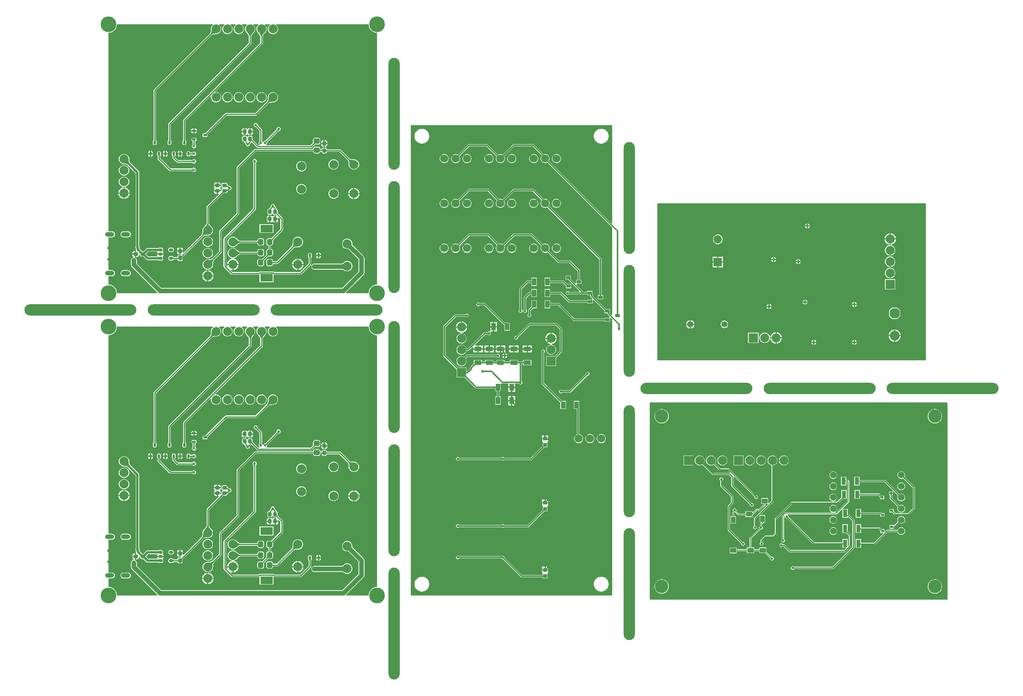
<source format=gbr>
G04*
G04 #@! TF.GenerationSoftware,Altium Limited,Altium Designer,24.2.2 (26)*
G04*
G04 Layer_Physical_Order=2*
G04 Layer_Color=16711680*
%FSLAX44Y44*%
%MOMM*%
G71*
G04*
G04 #@! TF.SameCoordinates,E132748E-00BF-457D-A5CC-83FA1D806D28*
G04*
G04*
G04 #@! TF.FilePolarity,Positive*
G04*
G01*
G75*
%ADD12R,1.0500X1.3800*%
%ADD13R,0.9700X1.7300*%
%ADD17R,1.3800X1.0500*%
%ADD19R,0.7000X0.6000*%
%ADD22C,0.2540*%
%ADD24C,0.2500*%
%ADD25C,0.2000*%
%ADD35C,1.0000*%
G04:AMPARAMS|DCode=39|XSize=1.2mm|YSize=1.3mm|CornerRadius=0.3mm|HoleSize=0mm|Usage=FLASHONLY|Rotation=270.000|XOffset=0mm|YOffset=0mm|HoleType=Round|Shape=RoundedRectangle|*
%AMROUNDEDRECTD39*
21,1,1.2000,0.7000,0,0,270.0*
21,1,0.6000,1.3000,0,0,270.0*
1,1,0.6000,-0.3500,-0.3000*
1,1,0.6000,-0.3500,0.3000*
1,1,0.6000,0.3500,0.3000*
1,1,0.6000,0.3500,-0.3000*
%
%ADD39ROUNDEDRECTD39*%
G04:AMPARAMS|DCode=41|XSize=1mm|YSize=0.8mm|CornerRadius=0.2mm|HoleSize=0mm|Usage=FLASHONLY|Rotation=90.000|XOffset=0mm|YOffset=0mm|HoleType=Round|Shape=RoundedRectangle|*
%AMROUNDEDRECTD41*
21,1,1.0000,0.4000,0,0,90.0*
21,1,0.6000,0.8000,0,0,90.0*
1,1,0.4000,0.2000,0.3000*
1,1,0.4000,0.2000,-0.3000*
1,1,0.4000,-0.2000,-0.3000*
1,1,0.4000,-0.2000,0.3000*
%
%ADD41ROUNDEDRECTD41*%
G04:AMPARAMS|DCode=42|XSize=0.8mm|YSize=0.5mm|CornerRadius=0.125mm|HoleSize=0mm|Usage=FLASHONLY|Rotation=90.000|XOffset=0mm|YOffset=0mm|HoleType=Round|Shape=RoundedRectangle|*
%AMROUNDEDRECTD42*
21,1,0.8000,0.2500,0,0,90.0*
21,1,0.5500,0.5000,0,0,90.0*
1,1,0.2500,0.1250,0.2750*
1,1,0.2500,0.1250,-0.2750*
1,1,0.2500,-0.1250,-0.2750*
1,1,0.2500,-0.1250,0.2750*
%
%ADD42ROUNDEDRECTD42*%
%ADD43C,0.5000*%
%ADD46R,1.6000X1.0000*%
%ADD57R,1.0000X1.6000*%
%ADD59C,0.3000*%
%ADD60O,2.5000X25.0000*%
%ADD61O,25.0000X2.5000*%
%ADD62C,2.0000*%
%ADD63R,2.0000X2.0000*%
%ADD64C,1.5000*%
%ADD65C,3.0000*%
%ADD66C,0.6000*%
%ADD67C,1.3580*%
%ADD68C,2.2000*%
G04:AMPARAMS|DCode=69|XSize=2.2mm|YSize=2.2mm|CornerRadius=0mm|HoleSize=0mm|Usage=FLASHONLY|Rotation=270.000|XOffset=0mm|YOffset=0mm|HoleType=Round|Shape=Octagon|*
%AMOCTAGOND69*
4,1,8,-0.5500,-1.1000,0.5500,-1.1000,1.1000,-0.5500,1.1000,0.5500,0.5500,1.1000,-0.5500,1.1000,-1.1000,0.5500,-1.1000,-0.5500,-0.5500,-1.1000,0.0*
%
%ADD69OCTAGOND69*%

%ADD70R,2.0000X2.0000*%
%ADD71C,1.8500*%
%ADD72R,1.8500X1.8500*%
%ADD73R,2.8000X1.7000*%
%ADD74O,2.0000X1.0000*%
%ADD75C,3.5000*%
%ADD76C,1.8000*%
%ADD77O,1.0000X0.7000*%
G04:AMPARAMS|DCode=78|XSize=0.8mm|YSize=0.5mm|CornerRadius=0.125mm|HoleSize=0mm|Usage=FLASHONLY|Rotation=0.000|XOffset=0mm|YOffset=0mm|HoleType=Round|Shape=RoundedRectangle|*
%AMROUNDEDRECTD78*
21,1,0.8000,0.2500,0,0,0.0*
21,1,0.5500,0.5000,0,0,0.0*
1,1,0.2500,0.2750,-0.1250*
1,1,0.2500,-0.2750,-0.1250*
1,1,0.2500,-0.2750,0.1250*
1,1,0.2500,0.2750,0.1250*
%
%ADD78ROUNDEDRECTD78*%
G04:AMPARAMS|DCode=79|XSize=1.2mm|YSize=1.3mm|CornerRadius=0.3mm|HoleSize=0mm|Usage=FLASHONLY|Rotation=180.000|XOffset=0mm|YOffset=0mm|HoleType=Round|Shape=RoundedRectangle|*
%AMROUNDEDRECTD79*
21,1,1.2000,0.7000,0,0,180.0*
21,1,0.6000,1.3000,0,0,180.0*
1,1,0.6000,-0.3000,0.3500*
1,1,0.6000,0.3000,0.3500*
1,1,0.6000,0.3000,-0.3500*
1,1,0.6000,-0.3000,-0.3500*
%
%ADD79ROUNDEDRECTD79*%
G04:AMPARAMS|DCode=80|XSize=1mm|YSize=0.8mm|CornerRadius=0.2mm|HoleSize=0mm|Usage=FLASHONLY|Rotation=0.000|XOffset=0mm|YOffset=0mm|HoleType=Round|Shape=RoundedRectangle|*
%AMROUNDEDRECTD80*
21,1,1.0000,0.4000,0,0,0.0*
21,1,0.6000,0.8000,0,0,0.0*
1,1,0.4000,0.3000,-0.2000*
1,1,0.4000,-0.3000,-0.2000*
1,1,0.4000,-0.3000,0.2000*
1,1,0.4000,0.3000,0.2000*
%
%ADD80ROUNDEDRECTD80*%
%ADD81R,1.0000X0.7000*%
%ADD82R,0.8500X0.8500*%
G36*
X856000Y1548129D02*
X856730Y1544458D01*
X858162Y1541000D01*
X860242Y1537888D01*
X862888Y1535242D01*
X866000Y1533163D01*
X869458Y1531730D01*
X873129Y1531000D01*
X875000D01*
Y969000D01*
X873129D01*
X869458Y968270D01*
X866000Y966838D01*
X862888Y964758D01*
X860242Y962112D01*
X858162Y959000D01*
X856730Y955542D01*
X856000Y951871D01*
Y950000D01*
X806068D01*
X805542Y951270D01*
X844636Y990364D01*
X845678Y991722D01*
X846333Y993303D01*
X846556Y995000D01*
Y1028000D01*
X846333Y1029697D01*
X845678Y1031278D01*
X844636Y1032636D01*
X819349Y1057923D01*
X819500Y1058486D01*
Y1061514D01*
X818716Y1064439D01*
X817202Y1067061D01*
X815061Y1069202D01*
X812439Y1070716D01*
X809514Y1071500D01*
X806486D01*
X803561Y1070716D01*
X800939Y1069202D01*
X798798Y1067061D01*
X797284Y1064439D01*
X796500Y1061514D01*
Y1058486D01*
X797284Y1055561D01*
X798798Y1052939D01*
X800939Y1050798D01*
X803561Y1049284D01*
X806486Y1048500D01*
X809514D01*
X810077Y1048651D01*
X833444Y1025284D01*
Y997716D01*
X797284Y961556D01*
X392716D01*
X338556Y1015716D01*
Y1023000D01*
X338333Y1024697D01*
X337678Y1026278D01*
X336636Y1027636D01*
X335278Y1028678D01*
X334256Y1029101D01*
X334509Y1030371D01*
X334730D01*
Y1035730D01*
X328371D01*
Y1035000D01*
X328723Y1033229D01*
X329727Y1031727D01*
X331213Y1030733D01*
X331225Y1030670D01*
X331150Y1029444D01*
X330303Y1029333D01*
X328722Y1028678D01*
X327364Y1027636D01*
X326322Y1026278D01*
X325667Y1024697D01*
X325444Y1023000D01*
Y1013000D01*
X325667Y1011303D01*
X326322Y1009722D01*
X327364Y1008364D01*
X384458Y951270D01*
X383932Y950000D01*
X294000D01*
Y951871D01*
X293270Y955542D01*
X291838Y959000D01*
X289758Y962112D01*
X287112Y964758D01*
X284000Y966838D01*
X280542Y968270D01*
X276871Y969000D01*
X275000D01*
Y987944D01*
X283000D01*
X284697Y988167D01*
X286278Y988822D01*
X287636Y989864D01*
X288678Y991222D01*
X289333Y992803D01*
X289556Y994500D01*
X289333Y996197D01*
X288678Y997778D01*
X287636Y999136D01*
X286278Y1000178D01*
X284697Y1000833D01*
X283000Y1001056D01*
X275000D01*
Y1074444D01*
X283000D01*
X284697Y1074667D01*
X286278Y1075322D01*
X287636Y1076364D01*
X288678Y1077722D01*
X289333Y1079303D01*
X289556Y1081000D01*
X289333Y1082697D01*
X288678Y1084278D01*
X287636Y1085636D01*
X286278Y1086678D01*
X284697Y1087333D01*
X283000Y1087556D01*
X275000D01*
Y1531000D01*
X276871D01*
X280542Y1531730D01*
X284000Y1533163D01*
X287112Y1535242D01*
X289758Y1537888D01*
X291838Y1541000D01*
X293270Y1544458D01*
X294000Y1548129D01*
Y1550000D01*
X508306D01*
X508635Y1548773D01*
X508339Y1548602D01*
X506198Y1546461D01*
X504684Y1543839D01*
X503900Y1540914D01*
Y1539601D01*
X503777Y1539307D01*
X503770Y1537797D01*
X503623Y1535136D01*
X503490Y1534030D01*
X503315Y1533040D01*
X503106Y1532186D01*
X502869Y1531473D01*
X502614Y1530903D01*
X502355Y1530476D01*
X502014Y1530069D01*
X501972Y1529938D01*
X376517Y1404483D01*
X375910Y1403573D01*
X375696Y1402500D01*
Y1291019D01*
X375267Y1290733D01*
X374660Y1289823D01*
X374446Y1288750D01*
Y1283250D01*
X374660Y1282177D01*
X375267Y1281267D01*
X376177Y1280660D01*
X377250Y1280446D01*
X379750D01*
X380823Y1280660D01*
X381733Y1281267D01*
X382340Y1282177D01*
X382554Y1283250D01*
Y1288750D01*
X382340Y1289823D01*
X381733Y1290733D01*
X381304Y1291019D01*
Y1401339D01*
X505938Y1525972D01*
X506069Y1526014D01*
X506476Y1526355D01*
X506903Y1526614D01*
X507473Y1526869D01*
X508186Y1527106D01*
X509040Y1527315D01*
X509994Y1527483D01*
X513813Y1527770D01*
X515307Y1527777D01*
X515601Y1527900D01*
X516914D01*
X519839Y1528684D01*
X522461Y1530198D01*
X524602Y1532339D01*
X526116Y1534961D01*
X526900Y1537886D01*
Y1540914D01*
X526116Y1543839D01*
X524602Y1546461D01*
X522461Y1548602D01*
X522165Y1548773D01*
X522494Y1550000D01*
X533706D01*
X534035Y1548773D01*
X533739Y1548602D01*
X531598Y1546461D01*
X530084Y1543839D01*
X529300Y1540914D01*
Y1537886D01*
X530084Y1534961D01*
X531598Y1532339D01*
X533739Y1530198D01*
X536361Y1528684D01*
X539286Y1527900D01*
X542314D01*
X545239Y1528684D01*
X547861Y1530198D01*
X550002Y1532339D01*
X551516Y1534961D01*
X552300Y1537886D01*
Y1540914D01*
X551516Y1543839D01*
X550002Y1546461D01*
X547861Y1548602D01*
X547565Y1548773D01*
X547894Y1550000D01*
X559106D01*
X559435Y1548773D01*
X559139Y1548602D01*
X556998Y1546461D01*
X555484Y1543839D01*
X554700Y1540914D01*
Y1537886D01*
X555484Y1534961D01*
X556998Y1532339D01*
X559139Y1530198D01*
X561761Y1528684D01*
X564686Y1527900D01*
X567714D01*
X570639Y1528684D01*
X573261Y1530198D01*
X575402Y1532339D01*
X576916Y1534961D01*
X577700Y1537886D01*
Y1540914D01*
X576916Y1543839D01*
X575402Y1546461D01*
X573261Y1548602D01*
X572965Y1548773D01*
X573294Y1550000D01*
X584506D01*
X584835Y1548773D01*
X584539Y1548602D01*
X582398Y1546461D01*
X580884Y1543839D01*
X580100Y1540914D01*
Y1537886D01*
X580884Y1534961D01*
X582398Y1532339D01*
X583326Y1531410D01*
X583447Y1531116D01*
X584510Y1530043D01*
X586287Y1528058D01*
X586975Y1527181D01*
X587552Y1526358D01*
X588008Y1525606D01*
X588344Y1524934D01*
X588567Y1524351D01*
X588686Y1523866D01*
X588733Y1523336D01*
X588796Y1523214D01*
Y1508761D01*
X409517Y1329483D01*
X408910Y1328573D01*
X408696Y1327500D01*
Y1291019D01*
X408267Y1290733D01*
X407660Y1289823D01*
X407446Y1288750D01*
Y1283250D01*
X407660Y1282177D01*
X408267Y1281267D01*
X409177Y1280660D01*
X410250Y1280446D01*
X412750D01*
X413823Y1280660D01*
X414733Y1281267D01*
X415340Y1282177D01*
X415554Y1283250D01*
Y1288750D01*
X415340Y1289823D01*
X414733Y1290733D01*
X414304Y1291019D01*
Y1326339D01*
X593583Y1505617D01*
X594190Y1506527D01*
X594404Y1507600D01*
Y1523214D01*
X594467Y1523336D01*
X594514Y1523866D01*
X594633Y1524351D01*
X594855Y1524935D01*
X595192Y1525606D01*
X595648Y1526358D01*
X596203Y1527151D01*
X598701Y1530054D01*
X599753Y1531116D01*
X599874Y1531410D01*
X600802Y1532339D01*
X602316Y1534961D01*
X603100Y1537886D01*
Y1540914D01*
X602316Y1543839D01*
X600802Y1546461D01*
X598661Y1548602D01*
X598365Y1548773D01*
X598694Y1550000D01*
X609906D01*
X610235Y1548773D01*
X609939Y1548602D01*
X607798Y1546461D01*
X606284Y1543839D01*
X605500Y1540914D01*
Y1537886D01*
X606284Y1534961D01*
X607798Y1532339D01*
X608726Y1531410D01*
X608847Y1531116D01*
X609910Y1530043D01*
X611688Y1528058D01*
X612375Y1527181D01*
X612952Y1526358D01*
X613408Y1525606D01*
X613745Y1524934D01*
X613967Y1524351D01*
X614086Y1523866D01*
X614133Y1523336D01*
X614196Y1523214D01*
Y1508761D01*
X442517Y1337083D01*
X441910Y1336173D01*
X441696Y1335100D01*
Y1291019D01*
X441267Y1290733D01*
X440660Y1289823D01*
X440446Y1288750D01*
Y1283250D01*
X440660Y1282177D01*
X441267Y1281267D01*
X442177Y1280660D01*
X443250Y1280446D01*
X445750D01*
X446823Y1280660D01*
X447733Y1281267D01*
X448340Y1282177D01*
X448554Y1283250D01*
Y1288750D01*
X448340Y1289823D01*
X447733Y1290733D01*
X447304Y1291019D01*
Y1333939D01*
X502905Y1389539D01*
X504005Y1388905D01*
X503900Y1388514D01*
Y1385486D01*
X504684Y1382561D01*
X506198Y1379939D01*
X508339Y1377798D01*
X510961Y1376284D01*
X513886Y1375500D01*
X516914D01*
X519839Y1376284D01*
X522461Y1377798D01*
X524602Y1379939D01*
X526116Y1382561D01*
X526900Y1385486D01*
Y1388514D01*
X526116Y1391439D01*
X524602Y1394061D01*
X522461Y1396202D01*
X519839Y1397716D01*
X516914Y1398500D01*
X513886D01*
X513495Y1398395D01*
X512860Y1399495D01*
X618983Y1505617D01*
X619590Y1506527D01*
X619804Y1507600D01*
Y1523214D01*
X619867Y1523336D01*
X619914Y1523866D01*
X620033Y1524351D01*
X620256Y1524935D01*
X620592Y1525606D01*
X621048Y1526358D01*
X621604Y1527151D01*
X624101Y1530054D01*
X625153Y1531116D01*
X625274Y1531410D01*
X626202Y1532339D01*
X627716Y1534961D01*
X628500Y1537886D01*
Y1540914D01*
X627716Y1543839D01*
X626202Y1546461D01*
X624061Y1548602D01*
X623765Y1548773D01*
X624094Y1550000D01*
X635306D01*
X635635Y1548773D01*
X635339Y1548602D01*
X633198Y1546461D01*
X631684Y1543839D01*
X630900Y1540914D01*
Y1537886D01*
X631684Y1534961D01*
X633198Y1532339D01*
X635339Y1530198D01*
X637961Y1528684D01*
X640886Y1527900D01*
X643914D01*
X646839Y1528684D01*
X649461Y1530198D01*
X651602Y1532339D01*
X653116Y1534961D01*
X653900Y1537886D01*
Y1540914D01*
X653116Y1543839D01*
X651602Y1546461D01*
X649461Y1548602D01*
X649165Y1548773D01*
X649494Y1550000D01*
X856000D01*
Y1548129D01*
D02*
G37*
G36*
X515300Y1529400D02*
X513748Y1529394D01*
X509791Y1529096D01*
X508706Y1528905D01*
X507737Y1528668D01*
X506884Y1528384D01*
X506148Y1528055D01*
X505529Y1527679D01*
X505026Y1527258D01*
X503258Y1529026D01*
X503680Y1529529D01*
X504055Y1530148D01*
X504384Y1530884D01*
X504668Y1531737D01*
X504905Y1532706D01*
X505096Y1533792D01*
X505242Y1534994D01*
X505394Y1537748D01*
X505401Y1539300D01*
X515300Y1529400D01*
D02*
G37*
G36*
X622907Y1531156D02*
X620320Y1528148D01*
X619688Y1527245D01*
X619170Y1526392D01*
X618768Y1525589D01*
X618480Y1524836D01*
X618307Y1524132D01*
X618250Y1523478D01*
X615750D01*
X615692Y1524132D01*
X615520Y1524836D01*
X615233Y1525589D01*
X614830Y1526392D01*
X614313Y1527245D01*
X613680Y1528148D01*
X612933Y1529101D01*
X611092Y1531156D01*
X610000Y1532259D01*
X624000D01*
X622907Y1531156D01*
D02*
G37*
G36*
X597508D02*
X594920Y1528148D01*
X594287Y1527245D01*
X593770Y1526392D01*
X593368Y1525589D01*
X593080Y1524836D01*
X592907Y1524132D01*
X592850Y1523478D01*
X590350D01*
X590293Y1524132D01*
X590120Y1524836D01*
X589832Y1525589D01*
X589430Y1526392D01*
X588913Y1527245D01*
X588280Y1528148D01*
X587533Y1529101D01*
X585692Y1531156D01*
X584600Y1532259D01*
X598600D01*
X597508Y1531156D01*
D02*
G37*
G36*
X1400000Y1325000D02*
Y1106218D01*
X1398152Y1105453D01*
X1258653Y1244951D01*
X1259420Y1246098D01*
X1260196Y1250000D01*
X1259420Y1253902D01*
X1257210Y1257210D01*
X1253902Y1259420D01*
X1250000Y1260196D01*
X1247207Y1259640D01*
X1225045Y1281802D01*
X1224218Y1282355D01*
X1223243Y1282549D01*
X1180000D01*
X1179025Y1282355D01*
X1178198Y1281802D01*
X1155049Y1258653D01*
X1153902Y1259420D01*
X1150000Y1260196D01*
X1146098Y1259420D01*
X1144951Y1258653D01*
X1121802Y1281802D01*
X1120975Y1282355D01*
X1120000Y1282549D01*
X1080000D01*
X1079025Y1282355D01*
X1078198Y1281802D01*
X1055049Y1258653D01*
X1053902Y1259420D01*
X1050000Y1260196D01*
X1046098Y1259420D01*
X1042791Y1257210D01*
X1040580Y1253902D01*
X1039804Y1250000D01*
X1040580Y1246098D01*
X1042791Y1242791D01*
X1046098Y1240580D01*
X1050000Y1239804D01*
X1053902Y1240580D01*
X1057210Y1242791D01*
X1059420Y1246098D01*
X1060196Y1250000D01*
X1059420Y1253902D01*
X1058653Y1255049D01*
X1081056Y1277451D01*
X1118944D01*
X1141347Y1255049D01*
X1140580Y1253902D01*
X1139804Y1250000D01*
X1140580Y1246098D01*
X1142790Y1242791D01*
X1146098Y1240580D01*
X1150000Y1239804D01*
X1153902Y1240580D01*
X1157210Y1242791D01*
X1159420Y1246098D01*
X1160196Y1250000D01*
X1159420Y1253902D01*
X1158653Y1255049D01*
X1181056Y1277451D01*
X1222187D01*
X1242645Y1256993D01*
X1240580Y1253902D01*
X1239804Y1250000D01*
X1240580Y1246098D01*
X1242791Y1242791D01*
X1246098Y1240580D01*
X1250000Y1239804D01*
X1253902Y1240580D01*
X1255049Y1241347D01*
X1400000Y1096395D01*
Y901218D01*
X1398152Y900453D01*
X1394549Y904056D01*
Y907500D01*
X1394500Y907746D01*
Y914000D01*
X1386105D01*
X1356049Y944056D01*
Y948000D01*
X1356000Y948246D01*
Y954500D01*
X1344000D01*
Y952549D01*
X1336056D01*
X1320105Y968500D01*
X1320933Y970500D01*
X1331000D01*
Y979500D01*
X1327549D01*
Y1000000D01*
X1327355Y1000975D01*
X1326802Y1001802D01*
X1306802Y1021802D01*
X1305975Y1022355D01*
X1305000Y1022549D01*
X1281056D01*
X1258653Y1044951D01*
X1259420Y1046098D01*
X1260196Y1050000D01*
X1259420Y1053902D01*
X1257210Y1057210D01*
X1253902Y1059420D01*
X1250000Y1060196D01*
X1246098Y1059420D01*
X1244951Y1058653D01*
X1221802Y1081802D01*
X1220975Y1082355D01*
X1220000Y1082549D01*
X1180000D01*
X1179025Y1082355D01*
X1178198Y1081802D01*
X1155049Y1058653D01*
X1153902Y1059420D01*
X1150000Y1060196D01*
X1147207Y1059640D01*
X1125045Y1081802D01*
X1124218Y1082355D01*
X1123243Y1082549D01*
X1080000D01*
X1079025Y1082355D01*
X1078198Y1081802D01*
X1055049Y1058653D01*
X1053902Y1059420D01*
X1050000Y1060196D01*
X1046098Y1059420D01*
X1042791Y1057210D01*
X1040580Y1053902D01*
X1039804Y1050000D01*
X1040580Y1046098D01*
X1042791Y1042790D01*
X1046098Y1040580D01*
X1050000Y1039804D01*
X1053902Y1040580D01*
X1057210Y1042790D01*
X1059420Y1046098D01*
X1060196Y1050000D01*
X1059420Y1053902D01*
X1058653Y1055049D01*
X1081056Y1077451D01*
X1122187D01*
X1142645Y1056993D01*
X1140580Y1053902D01*
X1139804Y1050000D01*
X1140580Y1046098D01*
X1142790Y1042790D01*
X1146098Y1040580D01*
X1150000Y1039804D01*
X1153902Y1040580D01*
X1157210Y1042790D01*
X1159420Y1046098D01*
X1160196Y1050000D01*
X1159420Y1053902D01*
X1158653Y1055049D01*
X1181056Y1077451D01*
X1218944D01*
X1241347Y1055049D01*
X1240580Y1053902D01*
X1239804Y1050000D01*
X1240580Y1046098D01*
X1242791Y1042790D01*
X1246098Y1040580D01*
X1250000Y1039804D01*
X1253902Y1040580D01*
X1255049Y1041347D01*
X1278198Y1018198D01*
X1279025Y1017645D01*
X1280000Y1017451D01*
X1303944D01*
X1322451Y998944D01*
Y979500D01*
X1319000D01*
Y972433D01*
X1317000Y971605D01*
X1307750Y980855D01*
Y989000D01*
X1295750D01*
Y980000D01*
X1302451D01*
X1302645Y979025D01*
X1303198Y978198D01*
X1326998Y954397D01*
X1326233Y952549D01*
X1303108D01*
X1302884Y952884D01*
X1301561Y953768D01*
X1300000Y954078D01*
X1298439Y953768D01*
X1297116Y952884D01*
X1296232Y951561D01*
X1295922Y950000D01*
X1296232Y948439D01*
X1297116Y947116D01*
X1298439Y946232D01*
X1300000Y945922D01*
X1301561Y946232D01*
X1302884Y947116D01*
X1303108Y947451D01*
X1344000D01*
Y945500D01*
X1350951D01*
Y943000D01*
X1351145Y942025D01*
X1351698Y941198D01*
X1355395Y937500D01*
X1354567Y935500D01*
X1344250D01*
Y933549D01*
X1305056D01*
X1286802Y951802D01*
X1285975Y952355D01*
X1285000Y952549D01*
X1261000D01*
Y958958D01*
X1249000D01*
Y940957D01*
X1261000D01*
Y947451D01*
X1283944D01*
X1302198Y929198D01*
X1303025Y928645D01*
X1304000Y928451D01*
X1344250D01*
Y926500D01*
X1356250D01*
Y933817D01*
X1358250Y934645D01*
X1382500Y910395D01*
Y905000D01*
X1389451D01*
Y903000D01*
X1389645Y902025D01*
X1390198Y901198D01*
X1394395Y897000D01*
X1393567Y895000D01*
X1393320Y895000D01*
X1393320Y895000D01*
X1393240Y895000D01*
X1382750D01*
Y893049D01*
X1315556D01*
X1281888Y926717D01*
X1281061Y927270D01*
X1280085Y927464D01*
X1261000D01*
Y933915D01*
X1249000D01*
Y915915D01*
X1261000D01*
Y922366D01*
X1279029D01*
X1312698Y888698D01*
X1313525Y888145D01*
X1314500Y887951D01*
X1382750D01*
Y886000D01*
X1394750D01*
X1394750Y893490D01*
Y893570D01*
X1394750Y893817D01*
X1395171Y893991D01*
X1396750Y894645D01*
X1400000Y891395D01*
Y275000D01*
X950000Y275000D01*
Y1325000D01*
X1400000Y1325000D01*
D02*
G37*
G36*
X856000Y873129D02*
X856730Y869458D01*
X858162Y866000D01*
X860242Y862888D01*
X862888Y860242D01*
X866000Y858163D01*
X869458Y856730D01*
X873129Y856000D01*
X875000D01*
Y294000D01*
X873129D01*
X869458Y293270D01*
X866000Y291838D01*
X862888Y289758D01*
X860242Y287112D01*
X858162Y284000D01*
X856730Y280542D01*
X856000Y276871D01*
Y275000D01*
X806068D01*
X805542Y276270D01*
X844636Y315364D01*
X845678Y316722D01*
X846333Y318303D01*
X846556Y320000D01*
Y353000D01*
X846333Y354697D01*
X845678Y356278D01*
X844636Y357636D01*
X819349Y382923D01*
X819500Y383486D01*
Y386514D01*
X818716Y389439D01*
X817202Y392061D01*
X815061Y394202D01*
X812439Y395716D01*
X809514Y396500D01*
X806486D01*
X803561Y395716D01*
X800939Y394202D01*
X798798Y392061D01*
X797284Y389439D01*
X796500Y386514D01*
Y383486D01*
X797284Y380561D01*
X798798Y377939D01*
X800939Y375798D01*
X803561Y374284D01*
X806486Y373500D01*
X809514D01*
X810077Y373651D01*
X833444Y350284D01*
Y322716D01*
X797284Y286556D01*
X392716D01*
X338556Y340716D01*
Y348000D01*
X338333Y349697D01*
X337678Y351278D01*
X336636Y352636D01*
X335278Y353678D01*
X334256Y354101D01*
X334509Y355371D01*
X334730D01*
Y360730D01*
X328371D01*
Y360000D01*
X328723Y358229D01*
X329727Y356727D01*
X331213Y355733D01*
X331225Y355671D01*
X331150Y354444D01*
X330303Y354333D01*
X328722Y353678D01*
X327364Y352636D01*
X326322Y351278D01*
X325667Y349697D01*
X325444Y348000D01*
Y338000D01*
X325667Y336303D01*
X326322Y334722D01*
X327364Y333364D01*
X384458Y276270D01*
X383932Y275000D01*
X294000D01*
Y276871D01*
X293270Y280542D01*
X291838Y284000D01*
X289758Y287112D01*
X287112Y289758D01*
X284000Y291838D01*
X280542Y293270D01*
X276871Y294000D01*
X275000D01*
Y312944D01*
X283000D01*
X284697Y313167D01*
X286278Y313822D01*
X287636Y314864D01*
X288678Y316222D01*
X289333Y317803D01*
X289556Y319500D01*
X289333Y321197D01*
X288678Y322778D01*
X287636Y324136D01*
X286278Y325178D01*
X284697Y325833D01*
X283000Y326056D01*
X275000D01*
Y399444D01*
X283000D01*
X284697Y399667D01*
X286278Y400322D01*
X287636Y401364D01*
X288678Y402722D01*
X289333Y404303D01*
X289556Y406000D01*
X289333Y407697D01*
X288678Y409278D01*
X287636Y410636D01*
X286278Y411678D01*
X284697Y412333D01*
X283000Y412556D01*
X275000D01*
Y856000D01*
X276871D01*
X280542Y856730D01*
X284000Y858163D01*
X287112Y860242D01*
X289758Y862888D01*
X291838Y866000D01*
X293270Y869458D01*
X294000Y873129D01*
Y875000D01*
X508306D01*
X508635Y873773D01*
X508339Y873602D01*
X506198Y871461D01*
X504684Y868839D01*
X503900Y865914D01*
Y864601D01*
X503777Y864307D01*
X503770Y862797D01*
X503623Y860136D01*
X503490Y859030D01*
X503315Y858040D01*
X503106Y857187D01*
X502869Y856473D01*
X502614Y855903D01*
X502355Y855476D01*
X502014Y855069D01*
X501972Y854938D01*
X376517Y729483D01*
X375910Y728573D01*
X375696Y727500D01*
Y616019D01*
X375267Y615733D01*
X374660Y614823D01*
X374446Y613750D01*
Y608250D01*
X374660Y607177D01*
X375267Y606267D01*
X376177Y605660D01*
X377250Y605446D01*
X379750D01*
X380823Y605660D01*
X381733Y606267D01*
X382340Y607177D01*
X382554Y608250D01*
Y613750D01*
X382340Y614823D01*
X381733Y615733D01*
X381304Y616019D01*
Y726339D01*
X505938Y850972D01*
X506069Y851014D01*
X506476Y851355D01*
X506903Y851614D01*
X507473Y851869D01*
X508186Y852106D01*
X509040Y852315D01*
X509994Y852483D01*
X513813Y852770D01*
X515307Y852777D01*
X515601Y852900D01*
X516914D01*
X519839Y853684D01*
X522461Y855198D01*
X524602Y857339D01*
X526116Y859961D01*
X526900Y862886D01*
Y865914D01*
X526116Y868839D01*
X524602Y871461D01*
X522461Y873602D01*
X522165Y873773D01*
X522494Y875000D01*
X533706D01*
X534035Y873773D01*
X533739Y873602D01*
X531598Y871461D01*
X530084Y868839D01*
X529300Y865914D01*
Y862886D01*
X530084Y859961D01*
X531598Y857339D01*
X533739Y855198D01*
X536361Y853684D01*
X539286Y852900D01*
X542314D01*
X545239Y853684D01*
X547861Y855198D01*
X550002Y857339D01*
X551516Y859961D01*
X552300Y862886D01*
Y865914D01*
X551516Y868839D01*
X550002Y871461D01*
X547861Y873602D01*
X547565Y873773D01*
X547894Y875000D01*
X559106D01*
X559435Y873773D01*
X559139Y873602D01*
X556998Y871461D01*
X555484Y868839D01*
X554700Y865914D01*
Y862886D01*
X555484Y859961D01*
X556998Y857339D01*
X559139Y855198D01*
X561761Y853684D01*
X564686Y852900D01*
X567714D01*
X570639Y853684D01*
X573261Y855198D01*
X575402Y857339D01*
X576916Y859961D01*
X577700Y862886D01*
Y865914D01*
X576916Y868839D01*
X575402Y871461D01*
X573261Y873602D01*
X572965Y873773D01*
X573294Y875000D01*
X584506D01*
X584835Y873773D01*
X584539Y873602D01*
X582398Y871461D01*
X580884Y868839D01*
X580100Y865914D01*
Y862886D01*
X580884Y859961D01*
X582398Y857339D01*
X583326Y856410D01*
X583447Y856116D01*
X584510Y855043D01*
X586287Y853058D01*
X586975Y852181D01*
X587552Y851358D01*
X588008Y850606D01*
X588344Y849934D01*
X588567Y849351D01*
X588686Y848866D01*
X588733Y848336D01*
X588796Y848214D01*
Y833761D01*
X409517Y654483D01*
X408910Y653573D01*
X408696Y652500D01*
Y616019D01*
X408267Y615733D01*
X407660Y614823D01*
X407446Y613750D01*
Y608250D01*
X407660Y607177D01*
X408267Y606267D01*
X409177Y605660D01*
X410250Y605446D01*
X412750D01*
X413823Y605660D01*
X414733Y606267D01*
X415340Y607177D01*
X415554Y608250D01*
Y613750D01*
X415340Y614823D01*
X414733Y615733D01*
X414304Y616019D01*
Y651339D01*
X593583Y830617D01*
X594190Y831527D01*
X594404Y832600D01*
Y848214D01*
X594467Y848336D01*
X594514Y848866D01*
X594633Y849351D01*
X594855Y849934D01*
X595192Y850606D01*
X595648Y851358D01*
X596203Y852151D01*
X598701Y855054D01*
X599753Y856116D01*
X599874Y856410D01*
X600802Y857339D01*
X602316Y859961D01*
X603100Y862886D01*
Y865914D01*
X602316Y868839D01*
X600802Y871461D01*
X598661Y873602D01*
X598365Y873773D01*
X598694Y875000D01*
X609906D01*
X610235Y873773D01*
X609939Y873602D01*
X607798Y871461D01*
X606284Y868839D01*
X605500Y865914D01*
Y862886D01*
X606284Y859961D01*
X607798Y857339D01*
X608726Y856410D01*
X608847Y856116D01*
X609910Y855043D01*
X611688Y853058D01*
X612375Y852181D01*
X612952Y851358D01*
X613408Y850606D01*
X613745Y849934D01*
X613967Y849351D01*
X614086Y848866D01*
X614133Y848336D01*
X614196Y848214D01*
Y833761D01*
X442517Y662083D01*
X441910Y661173D01*
X441696Y660100D01*
Y616019D01*
X441267Y615733D01*
X440660Y614823D01*
X440446Y613750D01*
Y608250D01*
X440660Y607177D01*
X441267Y606267D01*
X442177Y605660D01*
X443250Y605446D01*
X445750D01*
X446823Y605660D01*
X447733Y606267D01*
X448340Y607177D01*
X448554Y608250D01*
Y613750D01*
X448340Y614823D01*
X447733Y615733D01*
X447304Y616019D01*
Y658939D01*
X502905Y714539D01*
X504005Y713904D01*
X503900Y713514D01*
Y710486D01*
X504684Y707561D01*
X506198Y704939D01*
X508339Y702798D01*
X510961Y701284D01*
X513886Y700500D01*
X516914D01*
X519839Y701284D01*
X522461Y702798D01*
X524602Y704939D01*
X526116Y707561D01*
X526900Y710486D01*
Y713514D01*
X526116Y716439D01*
X524602Y719061D01*
X522461Y721202D01*
X519839Y722716D01*
X516914Y723500D01*
X513886D01*
X513495Y723395D01*
X512860Y724495D01*
X618983Y830617D01*
X619590Y831527D01*
X619804Y832600D01*
Y848214D01*
X619867Y848336D01*
X619914Y848866D01*
X620033Y849351D01*
X620256Y849934D01*
X620592Y850606D01*
X621048Y851358D01*
X621604Y852151D01*
X624101Y855054D01*
X625153Y856116D01*
X625274Y856410D01*
X626202Y857339D01*
X627716Y859961D01*
X628500Y862886D01*
Y865914D01*
X627716Y868839D01*
X626202Y871461D01*
X624061Y873602D01*
X623765Y873773D01*
X624094Y875000D01*
X635306D01*
X635635Y873773D01*
X635339Y873602D01*
X633198Y871461D01*
X631684Y868839D01*
X630900Y865914D01*
Y862886D01*
X631684Y859961D01*
X633198Y857339D01*
X635339Y855198D01*
X637961Y853684D01*
X640886Y852900D01*
X643914D01*
X646839Y853684D01*
X649461Y855198D01*
X651602Y857339D01*
X653116Y859961D01*
X653900Y862886D01*
Y865914D01*
X653116Y868839D01*
X651602Y871461D01*
X649461Y873602D01*
X649165Y873773D01*
X649494Y875000D01*
X856000D01*
Y873129D01*
D02*
G37*
G36*
X515300Y854400D02*
X513748Y854394D01*
X509791Y854096D01*
X508706Y853905D01*
X507737Y853668D01*
X506884Y853384D01*
X506148Y853055D01*
X505529Y852680D01*
X505026Y852258D01*
X503258Y854026D01*
X503680Y854529D01*
X504055Y855148D01*
X504384Y855884D01*
X504668Y856737D01*
X504905Y857706D01*
X505096Y858792D01*
X505242Y859994D01*
X505394Y862748D01*
X505401Y864300D01*
X515300Y854400D01*
D02*
G37*
G36*
X622907Y856156D02*
X620320Y853148D01*
X619688Y852245D01*
X619170Y851392D01*
X618768Y850589D01*
X618480Y849836D01*
X618307Y849132D01*
X618250Y848478D01*
X615750D01*
X615692Y849132D01*
X615520Y849836D01*
X615233Y850589D01*
X614830Y851392D01*
X614313Y852245D01*
X613680Y853148D01*
X612933Y854101D01*
X611092Y856156D01*
X610000Y857259D01*
X624000D01*
X622907Y856156D01*
D02*
G37*
G36*
X597508D02*
X594920Y853148D01*
X594287Y852245D01*
X593770Y851392D01*
X593368Y850589D01*
X593080Y849836D01*
X592907Y849132D01*
X592850Y848478D01*
X590350D01*
X590293Y849132D01*
X590120Y849836D01*
X589832Y850589D01*
X589430Y851392D01*
X588913Y852245D01*
X588280Y853148D01*
X587533Y854101D01*
X585692Y856156D01*
X584600Y857259D01*
X598600D01*
X597508Y856156D01*
D02*
G37*
G36*
X2100000Y800000D02*
X1500000D01*
Y1150000D01*
X2100000D01*
Y800000D01*
D02*
G37*
G36*
X2148250Y704852D02*
Y265750D01*
X1484709D01*
X1483750Y266709D01*
Y705000D01*
X1483957Y705500D01*
X2147352Y705750D01*
X2148250Y704852D01*
D02*
G37*
%LPC*%
G36*
X618514Y1398500D02*
X615486D01*
X612561Y1397716D01*
X609939Y1396202D01*
X607798Y1394061D01*
X606284Y1391439D01*
X605500Y1388514D01*
Y1385486D01*
X606284Y1382561D01*
X607798Y1379939D01*
X609939Y1377798D01*
X612561Y1376284D01*
X615486Y1375500D01*
X618514D01*
X621439Y1376284D01*
X624061Y1377798D01*
X626202Y1379939D01*
X627716Y1382561D01*
X628500Y1385486D01*
Y1388514D01*
X627716Y1391439D01*
X626202Y1394061D01*
X624061Y1396202D01*
X621439Y1397716D01*
X618514Y1398500D01*
D02*
G37*
G36*
X593114D02*
X590086D01*
X587161Y1397716D01*
X584539Y1396202D01*
X582398Y1394061D01*
X580884Y1391439D01*
X580100Y1388514D01*
Y1385486D01*
X580884Y1382561D01*
X582398Y1379939D01*
X584539Y1377798D01*
X587161Y1376284D01*
X590086Y1375500D01*
X593114D01*
X596039Y1376284D01*
X598661Y1377798D01*
X600802Y1379939D01*
X602316Y1382561D01*
X603100Y1385486D01*
Y1388514D01*
X602316Y1391439D01*
X600802Y1394061D01*
X598661Y1396202D01*
X596039Y1397716D01*
X593114Y1398500D01*
D02*
G37*
G36*
X567714D02*
X564686D01*
X561761Y1397716D01*
X559139Y1396202D01*
X556998Y1394061D01*
X555484Y1391439D01*
X554700Y1388514D01*
Y1385486D01*
X555484Y1382561D01*
X556998Y1379939D01*
X559139Y1377798D01*
X561761Y1376284D01*
X564686Y1375500D01*
X567714D01*
X570639Y1376284D01*
X573261Y1377798D01*
X575402Y1379939D01*
X576916Y1382561D01*
X577700Y1385486D01*
Y1388514D01*
X576916Y1391439D01*
X575402Y1394061D01*
X573261Y1396202D01*
X570639Y1397716D01*
X567714Y1398500D01*
D02*
G37*
G36*
X542314D02*
X539286D01*
X536361Y1397716D01*
X533739Y1396202D01*
X531598Y1394061D01*
X530084Y1391439D01*
X529300Y1388514D01*
Y1385486D01*
X530084Y1382561D01*
X531598Y1379939D01*
X533739Y1377798D01*
X536361Y1376284D01*
X539286Y1375500D01*
X542314D01*
X545239Y1376284D01*
X547861Y1377798D01*
X550002Y1379939D01*
X551516Y1382561D01*
X552300Y1385486D01*
Y1388514D01*
X551516Y1391439D01*
X550002Y1394061D01*
X547861Y1396202D01*
X545239Y1397716D01*
X542314Y1398500D01*
D02*
G37*
G36*
X590000Y1318029D02*
X589270D01*
X587499Y1317677D01*
X585997Y1316673D01*
X585905Y1316536D01*
X584827D01*
X584492Y1316707D01*
X583041Y1317677D01*
X581270Y1318029D01*
X580540D01*
Y1310400D01*
Y1302771D01*
X581270D01*
X583041Y1303123D01*
X584543Y1304127D01*
X584635Y1304264D01*
X585713D01*
X586048Y1304093D01*
X587499Y1303123D01*
X589270Y1302771D01*
X590000D01*
Y1310400D01*
Y1318029D01*
D02*
G37*
G36*
X468750Y1317114D02*
X467270D01*
Y1313270D01*
X472610D01*
X472320Y1314729D01*
X471482Y1315982D01*
X470229Y1316820D01*
X468750Y1317114D01*
D02*
G37*
G36*
X464730D02*
X463250D01*
X461771Y1316820D01*
X460518Y1315982D01*
X459680Y1314729D01*
X459390Y1313270D01*
X464730D01*
Y1317114D01*
D02*
G37*
G36*
X578000Y1318029D02*
X577270D01*
X575499Y1317677D01*
X573997Y1316673D01*
X572993Y1315171D01*
X572641Y1313400D01*
Y1311670D01*
X578000D01*
Y1318029D01*
D02*
G37*
G36*
X593270Y1318029D02*
X592540D01*
Y1311670D01*
X597899D01*
Y1313400D01*
X597547Y1315171D01*
X596543Y1316673D01*
X595041Y1317677D01*
X593270Y1318029D01*
D02*
G37*
G36*
X472610Y1310730D02*
X467270D01*
Y1306886D01*
X468750D01*
X470229Y1307180D01*
X471482Y1308018D01*
X472320Y1309271D01*
X472610Y1310730D01*
D02*
G37*
G36*
X464730D02*
X459390D01*
X459680Y1309271D01*
X460518Y1308018D01*
X461771Y1307180D01*
X463250Y1306886D01*
X464730D01*
Y1310730D01*
D02*
G37*
G36*
X597899Y1309130D02*
X592540D01*
Y1302771D01*
X593270D01*
X595041Y1303123D01*
X596543Y1304127D01*
X597547Y1305629D01*
X597899Y1307400D01*
Y1309130D01*
D02*
G37*
G36*
X578000Y1309130D02*
X572641D01*
Y1307400D01*
X572993Y1305629D01*
X573997Y1304127D01*
X575499Y1303123D01*
X577270Y1302771D01*
X578000D01*
Y1309130D01*
D02*
G37*
G36*
X643914Y1398500D02*
X640886D01*
X637961Y1397716D01*
X635339Y1396202D01*
X633198Y1394061D01*
X631684Y1391439D01*
X630900Y1388514D01*
Y1387201D01*
X630777Y1386907D01*
X630770Y1385397D01*
X630623Y1382736D01*
X630490Y1381630D01*
X630315Y1380640D01*
X630106Y1379787D01*
X629869Y1379073D01*
X629614Y1378504D01*
X629355Y1378076D01*
X629014Y1377669D01*
X628972Y1377538D01*
X603239Y1351804D01*
X537500D01*
X536427Y1351590D01*
X535517Y1350983D01*
X491089Y1306554D01*
X488250D01*
X487177Y1306340D01*
X486267Y1305733D01*
X485660Y1304823D01*
X485446Y1303750D01*
Y1301250D01*
X485660Y1300177D01*
X486267Y1299267D01*
X487177Y1298660D01*
X488250Y1298446D01*
X493750D01*
X494823Y1298660D01*
X495733Y1299267D01*
X496340Y1300177D01*
X496554Y1301250D01*
Y1303750D01*
X496498Y1304032D01*
X538661Y1346196D01*
X604400D01*
X605473Y1346410D01*
X606383Y1347017D01*
X632938Y1373572D01*
X633069Y1373614D01*
X633476Y1373955D01*
X633903Y1374214D01*
X634473Y1374469D01*
X635187Y1374706D01*
X636040Y1374915D01*
X636994Y1375083D01*
X640813Y1375370D01*
X642307Y1375377D01*
X642601Y1375500D01*
X643914D01*
X646839Y1376284D01*
X649461Y1377798D01*
X651602Y1379939D01*
X653116Y1382561D01*
X653900Y1385486D01*
Y1388514D01*
X653116Y1391439D01*
X651602Y1394061D01*
X649461Y1396202D01*
X646839Y1397716D01*
X643914Y1398500D01*
D02*
G37*
G36*
X759000Y1291629D02*
X758270D01*
Y1285270D01*
X763629D01*
Y1287000D01*
X763277Y1288771D01*
X762273Y1290273D01*
X760771Y1291277D01*
X759000Y1291629D01*
D02*
G37*
G36*
X755730D02*
X755000D01*
X753229Y1291277D01*
X751727Y1290273D01*
X750723Y1288771D01*
X750371Y1287000D01*
Y1285270D01*
X755730D01*
Y1291629D01*
D02*
G37*
G36*
X604895Y1329500D02*
X603105D01*
X601451Y1328815D01*
X600185Y1327549D01*
X599500Y1325895D01*
Y1324105D01*
X600185Y1322451D01*
X601451Y1321185D01*
X603105Y1320500D01*
X603703D01*
X603970Y1320378D01*
X604131Y1320372D01*
X604216Y1320361D01*
X604304Y1320341D01*
X604398Y1320310D01*
X604501Y1320266D01*
X604615Y1320207D01*
X604738Y1320129D01*
X604873Y1320031D01*
X605017Y1319910D01*
X605202Y1319735D01*
X605360Y1319675D01*
X612196Y1312839D01*
Y1289727D01*
X612127Y1289573D01*
X612120Y1289318D01*
X612103Y1289131D01*
X612078Y1288967D01*
X612045Y1288824D01*
X612007Y1288702D01*
X611965Y1288598D01*
X611920Y1288510D01*
X611872Y1288433D01*
X611820Y1288365D01*
X611711Y1288248D01*
X611608Y1287972D01*
X611185Y1287549D01*
X610500Y1285895D01*
Y1284105D01*
X611185Y1282451D01*
X612451Y1281185D01*
X612720Y1281074D01*
X612467Y1279804D01*
X609831D01*
X596839Y1292797D01*
Y1297400D01*
X596567Y1298766D01*
X595793Y1299923D01*
X594636Y1300697D01*
X593270Y1300969D01*
X589270D01*
X587904Y1300697D01*
X586747Y1299923D01*
X585973Y1298766D01*
X585917Y1298486D01*
X584623D01*
X584567Y1298766D01*
X583793Y1299923D01*
X582636Y1300697D01*
X581270Y1300969D01*
X577270D01*
X575904Y1300697D01*
X574747Y1299923D01*
X573973Y1298766D01*
X573701Y1297400D01*
Y1291400D01*
X573973Y1290034D01*
X574747Y1288877D01*
X575904Y1288103D01*
X577270Y1287831D01*
X578753D01*
Y1286443D01*
X578967Y1285370D01*
X579574Y1284460D01*
X580675Y1283360D01*
X580735Y1283202D01*
X580910Y1283017D01*
X581031Y1282873D01*
X581129Y1282738D01*
X581207Y1282615D01*
X581266Y1282501D01*
X581310Y1282398D01*
X581341Y1282304D01*
X581361Y1282216D01*
X581372Y1282131D01*
X581378Y1281970D01*
X581500Y1281703D01*
Y1281105D01*
X582185Y1279451D01*
X583451Y1278185D01*
X585105Y1277500D01*
X586895D01*
X588549Y1278185D01*
X589815Y1279451D01*
X590500Y1281105D01*
Y1281703D01*
X590622Y1281970D01*
X590628Y1282131D01*
X590639Y1282216D01*
X590659Y1282304D01*
X590690Y1282398D01*
X590734Y1282501D01*
X590793Y1282615D01*
X590871Y1282738D01*
X590969Y1282873D01*
X591090Y1283017D01*
X591265Y1283202D01*
X591325Y1283360D01*
X593097Y1285132D01*
X593705Y1286042D01*
X593732Y1286177D01*
X595110Y1286595D01*
X606687Y1275017D01*
X607597Y1274410D01*
X608670Y1274196D01*
X727500D01*
X728573Y1274410D01*
X729483Y1275017D01*
X735981Y1281515D01*
X736500Y1281412D01*
X743500D01*
X745256Y1281761D01*
X746744Y1282756D01*
X747739Y1284244D01*
X748088Y1286000D01*
Y1292000D01*
X747739Y1293756D01*
X746744Y1295244D01*
X745256Y1296239D01*
X743500Y1296588D01*
X736500D01*
X734744Y1296239D01*
X733256Y1295244D01*
X732261Y1293756D01*
X731912Y1292000D01*
Y1286000D01*
X732015Y1285480D01*
X726339Y1279804D01*
X627533D01*
X627281Y1281074D01*
X627549Y1281185D01*
X628815Y1282451D01*
X629500Y1284105D01*
Y1285218D01*
X629594Y1285506D01*
X629583Y1285652D01*
X629585Y1285710D01*
X629594Y1285769D01*
X629610Y1285835D01*
X629638Y1285913D01*
X629682Y1286005D01*
X629745Y1286111D01*
X629831Y1286233D01*
X629942Y1286368D01*
X630114Y1286551D01*
X630144Y1286631D01*
X630219Y1286674D01*
X630248Y1286782D01*
X654029Y1310563D01*
X654188Y1310625D01*
X654377Y1310804D01*
X654531Y1310937D01*
X654678Y1311049D01*
X654817Y1311143D01*
X654948Y1311220D01*
X655071Y1311281D01*
X655186Y1311328D01*
X655295Y1311363D01*
X655398Y1311387D01*
X655565Y1311412D01*
X655712Y1311500D01*
X655895D01*
X657549Y1312185D01*
X658815Y1313451D01*
X659500Y1315105D01*
Y1316895D01*
X658815Y1318549D01*
X657549Y1319815D01*
X655895Y1320500D01*
X654105D01*
X652451Y1319815D01*
X651185Y1318549D01*
X650500Y1316895D01*
Y1315782D01*
X650406Y1315495D01*
X650417Y1315348D01*
X650415Y1315290D01*
X650406Y1315231D01*
X650390Y1315165D01*
X650362Y1315087D01*
X650318Y1314995D01*
X650255Y1314889D01*
X650169Y1314767D01*
X650058Y1314632D01*
X649886Y1314449D01*
X649856Y1314369D01*
X649781Y1314326D01*
X649752Y1314218D01*
X625971Y1290437D01*
X625812Y1290375D01*
X625624Y1290196D01*
X625469Y1290063D01*
X625322Y1289951D01*
X625183Y1289857D01*
X625052Y1289780D01*
X624929Y1289719D01*
X624814Y1289672D01*
X624705Y1289637D01*
X624602Y1289613D01*
X624435Y1289588D01*
X624288Y1289500D01*
X624105D01*
X622451Y1288815D01*
X621185Y1287549D01*
X620673Y1286313D01*
X619327D01*
X618815Y1287549D01*
X618392Y1287972D01*
X618289Y1288248D01*
X618180Y1288365D01*
X618128Y1288433D01*
X618080Y1288510D01*
X618035Y1288598D01*
X617993Y1288702D01*
X617955Y1288824D01*
X617922Y1288967D01*
X617897Y1289131D01*
X617880Y1289318D01*
X617873Y1289573D01*
X617804Y1289727D01*
Y1314000D01*
X617590Y1315073D01*
X616983Y1315983D01*
X609325Y1323640D01*
X609265Y1323798D01*
X609090Y1323983D01*
X608969Y1324127D01*
X608871Y1324262D01*
X608793Y1324385D01*
X608734Y1324499D01*
X608690Y1324602D01*
X608659Y1324696D01*
X608639Y1324784D01*
X608628Y1324869D01*
X608622Y1325030D01*
X608500Y1325297D01*
Y1325895D01*
X607815Y1327549D01*
X606549Y1328815D01*
X604895Y1329500D01*
D02*
G37*
G36*
X763629Y1282730D02*
X758270D01*
Y1276371D01*
X759000D01*
X760771Y1276723D01*
X762273Y1277727D01*
X763277Y1279229D01*
X763629Y1281000D01*
Y1282730D01*
D02*
G37*
G36*
X755730D02*
X750371D01*
Y1281000D01*
X750723Y1279229D01*
X751727Y1277727D01*
X753229Y1276723D01*
X755000Y1276371D01*
X755730D01*
Y1282730D01*
D02*
G37*
G36*
X468750Y1297054D02*
X463250D01*
X462177Y1296840D01*
X461267Y1296233D01*
X460660Y1295323D01*
X460446Y1294250D01*
Y1291750D01*
X460660Y1290677D01*
X461267Y1289767D01*
X462177Y1289160D01*
X463196Y1288957D01*
Y1281560D01*
X462185Y1280549D01*
X461500Y1278895D01*
Y1277105D01*
X462185Y1275451D01*
X463451Y1274185D01*
X465105Y1273500D01*
X466895D01*
X468549Y1274185D01*
X469815Y1275451D01*
X470500Y1277105D01*
Y1278895D01*
X469815Y1280549D01*
X468804Y1281560D01*
Y1288957D01*
X469823Y1289160D01*
X470733Y1289767D01*
X471340Y1290677D01*
X471554Y1291750D01*
Y1294250D01*
X471340Y1295323D01*
X470733Y1296233D01*
X469823Y1296840D01*
X468750Y1297054D01*
D02*
G37*
G36*
X436270Y1267610D02*
Y1262270D01*
X440114D01*
Y1263750D01*
X439820Y1265229D01*
X438983Y1266482D01*
X437729Y1267320D01*
X436270Y1267610D01*
D02*
G37*
G36*
X403270D02*
Y1262270D01*
X407114D01*
Y1263750D01*
X406820Y1265229D01*
X405983Y1266482D01*
X404729Y1267320D01*
X403270Y1267610D01*
D02*
G37*
G36*
X400730D02*
X399271Y1267320D01*
X398018Y1266482D01*
X397180Y1265229D01*
X396886Y1263750D01*
Y1262270D01*
X400730D01*
Y1267610D01*
D02*
G37*
G36*
X433730D02*
X432271Y1267320D01*
X431018Y1266482D01*
X430180Y1265229D01*
X429886Y1263750D01*
Y1262270D01*
X433730D01*
Y1267610D01*
D02*
G37*
G36*
X370270D02*
Y1262270D01*
X374114D01*
Y1263750D01*
X373820Y1265229D01*
X372982Y1266482D01*
X371729Y1267320D01*
X370270Y1267610D01*
D02*
G37*
G36*
X367730Y1267610D02*
X366271Y1267320D01*
X365018Y1266482D01*
X364180Y1265229D01*
X363886Y1263750D01*
Y1262270D01*
X367730D01*
Y1267610D01*
D02*
G37*
G36*
X455250Y1266554D02*
X452750D01*
X451677Y1266340D01*
X450767Y1265733D01*
X450160Y1264823D01*
X449946Y1263750D01*
Y1258250D01*
X450160Y1257177D01*
X450767Y1256267D01*
X451677Y1255660D01*
X452750Y1255446D01*
X455250D01*
X456323Y1255660D01*
X457233Y1256267D01*
X457840Y1257177D01*
X458043Y1258196D01*
X462440D01*
X463451Y1257185D01*
X465105Y1256500D01*
X466895D01*
X468549Y1257185D01*
X469815Y1258451D01*
X470500Y1260105D01*
Y1261895D01*
X469815Y1263549D01*
X468549Y1264815D01*
X466895Y1265500D01*
X465105D01*
X463451Y1264815D01*
X462440Y1263804D01*
X458043D01*
X457840Y1264823D01*
X457233Y1265733D01*
X456323Y1266340D01*
X455250Y1266554D01*
D02*
G37*
G36*
X374114Y1259730D02*
X370270D01*
Y1254390D01*
X371729Y1254680D01*
X372982Y1255518D01*
X373820Y1256771D01*
X374114Y1258250D01*
Y1259730D01*
D02*
G37*
G36*
X440114Y1259730D02*
X436270D01*
Y1254390D01*
X437729Y1254680D01*
X438983Y1255518D01*
X439820Y1256771D01*
X440114Y1258250D01*
Y1259730D01*
D02*
G37*
G36*
X407114D02*
X403270D01*
Y1254390D01*
X404729Y1254680D01*
X405983Y1255518D01*
X406820Y1256771D01*
X407114Y1258250D01*
Y1259730D01*
D02*
G37*
G36*
X433730D02*
X429886D01*
Y1258250D01*
X430180Y1256771D01*
X431018Y1255518D01*
X432271Y1254680D01*
X433730Y1254390D01*
Y1259730D01*
D02*
G37*
G36*
X400730D02*
X396886D01*
Y1258250D01*
X397180Y1256771D01*
X398018Y1255518D01*
X399271Y1254680D01*
X400730Y1254390D01*
Y1259730D01*
D02*
G37*
G36*
X367730Y1259730D02*
X363886D01*
Y1258250D01*
X364180Y1256771D01*
X365018Y1255518D01*
X366271Y1254680D01*
X367730Y1254390D01*
Y1259730D01*
D02*
G37*
G36*
X422250Y1266554D02*
X419750D01*
X418677Y1266340D01*
X417767Y1265733D01*
X417160Y1264823D01*
X416946Y1263750D01*
Y1258250D01*
X417160Y1257177D01*
X417767Y1256267D01*
X418196Y1255981D01*
Y1252000D01*
X418410Y1250927D01*
X419017Y1250017D01*
X427017Y1242017D01*
X427927Y1241410D01*
X429000Y1241196D01*
X462440D01*
X463451Y1240185D01*
X465105Y1239500D01*
X466895D01*
X468549Y1240185D01*
X469815Y1241451D01*
X470500Y1243105D01*
Y1244895D01*
X469815Y1246549D01*
X468549Y1247815D01*
X466895Y1248500D01*
X465105D01*
X463451Y1247815D01*
X462440Y1246804D01*
X430161D01*
X423804Y1253161D01*
Y1255981D01*
X424233Y1256267D01*
X424841Y1257177D01*
X425054Y1258250D01*
Y1263750D01*
X424841Y1264823D01*
X424233Y1265733D01*
X423323Y1266340D01*
X422250Y1266554D01*
D02*
G37*
G36*
X743500Y1276588D02*
X736500D01*
X734744Y1276239D01*
X733256Y1275244D01*
X732261Y1273756D01*
X731912Y1272000D01*
Y1271804D01*
X603000D01*
X601927Y1271590D01*
X601017Y1270983D01*
X562017Y1231983D01*
X561410Y1231073D01*
X561196Y1230000D01*
Y1128161D01*
X523017Y1089983D01*
X522410Y1089073D01*
X522196Y1088000D01*
Y1042761D01*
X506462Y1027028D01*
X506331Y1026986D01*
X505924Y1026645D01*
X505497Y1026386D01*
X504927Y1026131D01*
X504213Y1025894D01*
X503360Y1025685D01*
X502406Y1025517D01*
X498587Y1025230D01*
X497093Y1025223D01*
X496799Y1025100D01*
X495486D01*
X492561Y1024316D01*
X489939Y1022802D01*
X487798Y1020661D01*
X486284Y1018039D01*
X485500Y1015114D01*
Y1012086D01*
X486284Y1009161D01*
X487798Y1006539D01*
X489939Y1004398D01*
X492561Y1002884D01*
X495486Y1002100D01*
X498514D01*
X501439Y1002884D01*
X504061Y1004398D01*
X506202Y1006539D01*
X507716Y1009161D01*
X508500Y1012086D01*
Y1013399D01*
X508623Y1013693D01*
X508630Y1015203D01*
X508777Y1017864D01*
X508910Y1018970D01*
X509085Y1019960D01*
X509294Y1020814D01*
X509531Y1021527D01*
X509786Y1022097D01*
X510045Y1022524D01*
X510386Y1022931D01*
X510428Y1023062D01*
X526983Y1039617D01*
X527590Y1040527D01*
X527804Y1041600D01*
Y1086839D01*
X565983Y1125017D01*
X566590Y1125927D01*
X566804Y1127000D01*
Y1228839D01*
X604161Y1266196D01*
X731912D01*
Y1266000D01*
X732261Y1264244D01*
X733256Y1262756D01*
X734744Y1261761D01*
X736500Y1261412D01*
X743500D01*
X745256Y1261761D01*
X746744Y1262756D01*
X747739Y1264244D01*
X748028Y1265696D01*
X751431D01*
Y1265000D01*
X751703Y1263634D01*
X752477Y1262477D01*
X753634Y1261703D01*
X755000Y1261432D01*
X759000D01*
X760366Y1261703D01*
X761523Y1262477D01*
X762297Y1263634D01*
X762569Y1265000D01*
Y1265196D01*
X790839D01*
X809572Y1246462D01*
X809614Y1246331D01*
X809956Y1245924D01*
X810214Y1245497D01*
X810469Y1244927D01*
X810706Y1244213D01*
X810915Y1243360D01*
X811083Y1242406D01*
X811370Y1238587D01*
X811377Y1237093D01*
X811500Y1236799D01*
Y1235486D01*
X812284Y1232561D01*
X813798Y1229939D01*
X815939Y1227798D01*
X818561Y1226284D01*
X821486Y1225500D01*
X824514D01*
X827439Y1226284D01*
X830061Y1227798D01*
X832202Y1229939D01*
X833716Y1232561D01*
X834500Y1235486D01*
Y1238514D01*
X833716Y1241439D01*
X832202Y1244061D01*
X830061Y1246202D01*
X827439Y1247716D01*
X824514Y1248500D01*
X823201D01*
X822907Y1248623D01*
X821397Y1248630D01*
X818736Y1248777D01*
X817630Y1248910D01*
X816640Y1249085D01*
X815787Y1249294D01*
X815073Y1249531D01*
X814503Y1249786D01*
X814076Y1250045D01*
X813669Y1250386D01*
X813538Y1250428D01*
X793983Y1269983D01*
X793073Y1270590D01*
X792000Y1270804D01*
X762569D01*
Y1271000D01*
X762297Y1272366D01*
X761523Y1273523D01*
X760366Y1274297D01*
X759000Y1274569D01*
X755000D01*
X753634Y1274297D01*
X752477Y1273523D01*
X751703Y1272366D01*
X751492Y1271304D01*
X748088D01*
Y1272000D01*
X747739Y1273756D01*
X746744Y1275244D01*
X745256Y1276239D01*
X743500Y1276588D01*
D02*
G37*
G36*
X779514Y1248500D02*
X776486D01*
X773561Y1247716D01*
X770939Y1246202D01*
X768798Y1244061D01*
X767284Y1241439D01*
X766500Y1238514D01*
Y1235486D01*
X767284Y1232561D01*
X768798Y1229939D01*
X770939Y1227798D01*
X773561Y1226284D01*
X776486Y1225500D01*
X779514D01*
X782439Y1226284D01*
X785061Y1227798D01*
X787202Y1229939D01*
X788716Y1232561D01*
X789500Y1235486D01*
Y1238514D01*
X788716Y1241439D01*
X787202Y1244061D01*
X785061Y1246202D01*
X782439Y1247716D01*
X779514Y1248500D01*
D02*
G37*
G36*
X707514Y1244500D02*
X704486D01*
X701561Y1243716D01*
X698939Y1242202D01*
X696798Y1240061D01*
X695284Y1237439D01*
X694500Y1234514D01*
Y1231486D01*
X695284Y1228561D01*
X696798Y1225939D01*
X698939Y1223798D01*
X701561Y1222284D01*
X704486Y1221500D01*
X707514D01*
X710439Y1222284D01*
X713061Y1223798D01*
X715202Y1225939D01*
X716716Y1228561D01*
X717500Y1231486D01*
Y1234514D01*
X716716Y1237439D01*
X715202Y1240061D01*
X713061Y1242202D01*
X710439Y1243716D01*
X707514Y1244500D01*
D02*
G37*
G36*
X389250Y1266554D02*
X386750D01*
X385677Y1266340D01*
X384767Y1265733D01*
X384160Y1264823D01*
X383946Y1263750D01*
Y1258250D01*
X384160Y1257177D01*
X384767Y1256267D01*
X385196Y1255981D01*
Y1250000D01*
X385410Y1248927D01*
X386017Y1248017D01*
X411017Y1223017D01*
X411927Y1222410D01*
X413000Y1222196D01*
X462440D01*
X463451Y1221185D01*
X465105Y1220500D01*
X466895D01*
X468549Y1221185D01*
X469815Y1222451D01*
X470500Y1224105D01*
Y1225895D01*
X469815Y1227549D01*
X468549Y1228815D01*
X466895Y1229500D01*
X465105D01*
X463451Y1228815D01*
X462440Y1227804D01*
X414161D01*
X390804Y1251161D01*
Y1255981D01*
X391233Y1256267D01*
X391840Y1257177D01*
X392054Y1258250D01*
Y1263750D01*
X391840Y1264823D01*
X391233Y1265733D01*
X390323Y1266340D01*
X389250Y1266554D01*
D02*
G37*
G36*
X311514Y1235300D02*
X308486D01*
X305561Y1234516D01*
X302939Y1233002D01*
X300798Y1230861D01*
X299284Y1228239D01*
X298500Y1225314D01*
Y1222286D01*
X299284Y1219361D01*
X300798Y1216739D01*
X302939Y1214598D01*
X305561Y1213084D01*
X308486Y1212300D01*
X311514D01*
X314439Y1213084D01*
X317061Y1214598D01*
X319202Y1216739D01*
X320716Y1219361D01*
X321500Y1222286D01*
Y1225314D01*
X320716Y1228239D01*
X319202Y1230861D01*
X317061Y1233002D01*
X314439Y1234516D01*
X311514Y1235300D01*
D02*
G37*
G36*
X521270Y1197029D02*
X519540D01*
Y1191670D01*
X525899D01*
Y1192400D01*
X525547Y1194171D01*
X524543Y1195673D01*
X523041Y1196677D01*
X521270Y1197029D01*
D02*
G37*
G36*
X517000D02*
X515270D01*
X513499Y1196677D01*
X511997Y1195673D01*
X510993Y1194171D01*
X510641Y1192400D01*
Y1191670D01*
X517000D01*
Y1197029D01*
D02*
G37*
G36*
X311514Y1209900D02*
X308486D01*
X305561Y1209116D01*
X302939Y1207602D01*
X300798Y1205461D01*
X299284Y1202839D01*
X298500Y1199914D01*
Y1196886D01*
X299284Y1193961D01*
X300798Y1191339D01*
X302939Y1189198D01*
X305561Y1187684D01*
X308486Y1186900D01*
X311514D01*
X314439Y1187684D01*
X317061Y1189198D01*
X319202Y1191339D01*
X320716Y1193961D01*
X321500Y1196886D01*
Y1199914D01*
X320716Y1202839D01*
X319202Y1205461D01*
X317061Y1207602D01*
X314439Y1209116D01*
X311514Y1209900D01*
D02*
G37*
G36*
X525899Y1189130D02*
X510641D01*
Y1188400D01*
X510993Y1186629D01*
X511997Y1185127D01*
X512134Y1185035D01*
Y1183765D01*
X511997Y1183673D01*
X510993Y1182171D01*
X510641Y1180400D01*
Y1179670D01*
X518270D01*
X525899D01*
Y1180400D01*
X525547Y1182171D01*
X524543Y1183673D01*
X524406Y1183765D01*
Y1185035D01*
X524543Y1185127D01*
X525547Y1186629D01*
X525899Y1188400D01*
Y1189130D01*
D02*
G37*
G36*
X537270Y1195969D02*
X531270D01*
X529904Y1195697D01*
X528747Y1194923D01*
X527973Y1193766D01*
X527701Y1192400D01*
Y1188400D01*
X527973Y1187034D01*
X528747Y1185877D01*
X529904Y1185103D01*
X530184Y1185047D01*
Y1183753D01*
X529904Y1183697D01*
X528747Y1182923D01*
X527973Y1181766D01*
X527701Y1180400D01*
Y1177249D01*
X527169Y1176857D01*
X526630Y1177130D01*
X519540D01*
Y1171771D01*
X520880D01*
X521502Y1170597D01*
X495017Y1144113D01*
X494410Y1143203D01*
X494196Y1142130D01*
Y1105986D01*
X494133Y1105864D01*
X494086Y1105334D01*
X493967Y1104849D01*
X493745Y1104266D01*
X493408Y1103594D01*
X492952Y1102842D01*
X492397Y1102049D01*
X489899Y1099146D01*
X488847Y1098084D01*
X488726Y1097790D01*
X487798Y1096861D01*
X486284Y1094239D01*
X485500Y1091314D01*
Y1090596D01*
X485391Y1090379D01*
X485173Y1087371D01*
X484829Y1084911D01*
X484618Y1083913D01*
X484380Y1083039D01*
X484124Y1082313D01*
X483860Y1081737D01*
X483603Y1081316D01*
X483277Y1080926D01*
X483236Y1080796D01*
X442795Y1040355D01*
X441625Y1040981D01*
X441629Y1041000D01*
Y1042730D01*
X436270D01*
Y1036371D01*
X436352D01*
X436420Y1036311D01*
X436966Y1035101D01*
X436571Y1034569D01*
X433000D01*
X431634Y1034297D01*
X430477Y1033523D01*
X429703Y1032366D01*
X429431Y1031000D01*
Y1030304D01*
X420640D01*
X420105Y1031105D01*
X418451Y1032210D01*
X416500Y1032598D01*
X413500D01*
X411549Y1032210D01*
X409895Y1031105D01*
X408790Y1029451D01*
X408402Y1027500D01*
X408790Y1025549D01*
X409895Y1023895D01*
X411549Y1022790D01*
X413500Y1022402D01*
X416500D01*
X418451Y1022790D01*
X420105Y1023895D01*
X420640Y1024696D01*
X429492D01*
X429703Y1023634D01*
X430477Y1022477D01*
X431634Y1021703D01*
X433000Y1021432D01*
X437000D01*
X438366Y1021703D01*
X439523Y1022477D01*
X440297Y1023634D01*
X440569Y1025000D01*
Y1030198D01*
X487102Y1076731D01*
X487234Y1076773D01*
X487657Y1077128D01*
X488087Y1077387D01*
X488648Y1077632D01*
X489345Y1077850D01*
X490177Y1078031D01*
X491139Y1078167D01*
X492211Y1078254D01*
X494794Y1078273D01*
X496258Y1078200D01*
X496537Y1078300D01*
X498514D01*
X501439Y1079084D01*
X504061Y1080598D01*
X506202Y1082739D01*
X507716Y1085361D01*
X508500Y1088286D01*
Y1091314D01*
X507716Y1094239D01*
X506202Y1096861D01*
X505274Y1097790D01*
X505153Y1098084D01*
X504090Y1099157D01*
X502313Y1101142D01*
X501625Y1102019D01*
X501048Y1102842D01*
X500592Y1103594D01*
X500256Y1104266D01*
X500033Y1104849D01*
X499914Y1105334D01*
X499867Y1105864D01*
X499804Y1105986D01*
Y1140969D01*
X531667Y1172831D01*
X537270D01*
X538636Y1173103D01*
X539793Y1173877D01*
X540567Y1175034D01*
X540839Y1176400D01*
Y1177354D01*
X541027D01*
X542100Y1177567D01*
X543010Y1178175D01*
X543910Y1179075D01*
X544068Y1179135D01*
X544253Y1179310D01*
X544397Y1179431D01*
X544532Y1179529D01*
X544655Y1179607D01*
X544769Y1179666D01*
X544872Y1179710D01*
X544966Y1179741D01*
X545054Y1179761D01*
X545139Y1179772D01*
X545300Y1179778D01*
X545567Y1179900D01*
X546165D01*
X547819Y1180585D01*
X549085Y1181851D01*
X549770Y1183505D01*
Y1185295D01*
X549085Y1186949D01*
X547819Y1188215D01*
X546165Y1188900D01*
X545567D01*
X545300Y1189022D01*
X545139Y1189028D01*
X545054Y1189039D01*
X544966Y1189059D01*
X544872Y1189090D01*
X544769Y1189134D01*
X544655Y1189193D01*
X544532Y1189271D01*
X544397Y1189369D01*
X544253Y1189490D01*
X544068Y1189665D01*
X543910Y1189725D01*
X543010Y1190625D01*
X542100Y1191233D01*
X541027Y1191447D01*
X540839D01*
Y1192400D01*
X540567Y1193766D01*
X539793Y1194923D01*
X538636Y1195697D01*
X537270Y1195969D01*
D02*
G37*
G36*
X311651Y1185540D02*
X311270D01*
Y1174270D01*
X322540D01*
Y1174651D01*
X321685Y1177840D01*
X320034Y1180700D01*
X317700Y1183035D01*
X314840Y1184685D01*
X311651Y1185540D01*
D02*
G37*
G36*
X308730D02*
X308349D01*
X305160Y1184685D01*
X302300Y1183035D01*
X299965Y1180700D01*
X298315Y1177840D01*
X297460Y1174651D01*
Y1174270D01*
X308730D01*
Y1185540D01*
D02*
G37*
G36*
X824651Y1184540D02*
X824270D01*
Y1173270D01*
X835540D01*
Y1173651D01*
X834686Y1176840D01*
X833035Y1179700D01*
X830700Y1182035D01*
X827840Y1183685D01*
X824651Y1184540D01*
D02*
G37*
G36*
X821730D02*
X821349D01*
X818160Y1183685D01*
X815300Y1182035D01*
X812965Y1179700D01*
X811315Y1176840D01*
X810460Y1173651D01*
Y1173270D01*
X821730D01*
Y1184540D01*
D02*
G37*
G36*
X517000Y1177130D02*
X510641D01*
Y1176400D01*
X510993Y1174629D01*
X511997Y1173127D01*
X513499Y1172123D01*
X515270Y1171771D01*
X517000D01*
Y1177130D01*
D02*
G37*
G36*
X707514Y1193500D02*
X704486D01*
X701561Y1192716D01*
X698939Y1191202D01*
X696798Y1189061D01*
X695284Y1186439D01*
X694500Y1183514D01*
Y1180486D01*
X695284Y1177561D01*
X696798Y1174939D01*
X698939Y1172798D01*
X701561Y1171284D01*
X704486Y1170500D01*
X707514D01*
X710439Y1171284D01*
X713061Y1172798D01*
X715202Y1174939D01*
X716716Y1177561D01*
X717500Y1180486D01*
Y1183514D01*
X716716Y1186439D01*
X715202Y1189061D01*
X713061Y1191202D01*
X710439Y1192716D01*
X707514Y1193500D01*
D02*
G37*
G36*
X779514Y1183500D02*
X776486D01*
X773561Y1182716D01*
X770939Y1181202D01*
X768798Y1179061D01*
X767284Y1176439D01*
X766500Y1173514D01*
Y1170486D01*
X767284Y1167561D01*
X768798Y1164939D01*
X770939Y1162798D01*
X773561Y1161284D01*
X776486Y1160500D01*
X779514D01*
X782439Y1161284D01*
X785061Y1162798D01*
X787202Y1164939D01*
X788716Y1167561D01*
X789500Y1170486D01*
Y1173514D01*
X788716Y1176439D01*
X787202Y1179061D01*
X785061Y1181202D01*
X782439Y1182716D01*
X779514Y1183500D01*
D02*
G37*
G36*
X322540Y1171730D02*
X311270D01*
Y1160460D01*
X311651D01*
X314840Y1161315D01*
X317700Y1162965D01*
X320034Y1165300D01*
X321685Y1168160D01*
X322540Y1171349D01*
Y1171730D01*
D02*
G37*
G36*
X308730D02*
X297460D01*
Y1171349D01*
X298315Y1168160D01*
X299965Y1165300D01*
X302300Y1162965D01*
X305160Y1161315D01*
X308349Y1160460D01*
X308730D01*
Y1171730D01*
D02*
G37*
G36*
X835540Y1170730D02*
X824270D01*
Y1159460D01*
X824651D01*
X827840Y1160315D01*
X830700Y1161965D01*
X833035Y1164300D01*
X834686Y1167160D01*
X835540Y1170349D01*
Y1170730D01*
D02*
G37*
G36*
X821730D02*
X810460D01*
Y1170349D01*
X811315Y1167160D01*
X812965Y1164300D01*
X815300Y1161965D01*
X818160Y1160315D01*
X821349Y1159460D01*
X821730D01*
Y1170730D01*
D02*
G37*
G36*
X646000Y1123029D02*
X645270D01*
X643499Y1122677D01*
X641997Y1121673D01*
X641905Y1121536D01*
X640635D01*
X640543Y1121673D01*
X639041Y1122677D01*
X637270Y1123029D01*
X636540D01*
Y1115400D01*
Y1107771D01*
X637270D01*
X639041Y1108123D01*
X640543Y1109127D01*
X640635Y1109264D01*
X641905D01*
X641997Y1109127D01*
X643499Y1108123D01*
X645270Y1107771D01*
X646000D01*
Y1115400D01*
Y1123029D01*
D02*
G37*
G36*
X634000D02*
X633270D01*
X631499Y1122677D01*
X629997Y1121673D01*
X628993Y1120171D01*
X628641Y1118400D01*
Y1116670D01*
X634000D01*
Y1123029D01*
D02*
G37*
G36*
X653899Y1114130D02*
X648540D01*
Y1107771D01*
X649270D01*
X651041Y1108123D01*
X652543Y1109127D01*
X653547Y1110629D01*
X653899Y1112400D01*
Y1114130D01*
D02*
G37*
G36*
X634000Y1114130D02*
X628641D01*
Y1112400D01*
X628993Y1110629D01*
X629997Y1109127D01*
X631499Y1108123D01*
X633270Y1107771D01*
X634000D01*
Y1114130D01*
D02*
G37*
G36*
X643500Y1104000D02*
X612500D01*
Y1084000D01*
X643500D01*
Y1104000D01*
D02*
G37*
G36*
X318500Y1087556D02*
X308500D01*
X306803Y1087333D01*
X305222Y1086678D01*
X303864Y1085636D01*
X302822Y1084278D01*
X302167Y1082697D01*
X301944Y1081000D01*
X302167Y1079303D01*
X302822Y1077722D01*
X303864Y1076364D01*
X305222Y1075322D01*
X306803Y1074667D01*
X308500Y1074444D01*
X318500D01*
X320197Y1074667D01*
X321778Y1075322D01*
X323136Y1076364D01*
X324178Y1077722D01*
X324833Y1079303D01*
X325056Y1081000D01*
X324833Y1082697D01*
X324178Y1084278D01*
X323136Y1085636D01*
X321778Y1086678D01*
X320197Y1087333D01*
X318500Y1087556D01*
D02*
G37*
G36*
X642895Y1148500D02*
X641105D01*
X639451Y1147815D01*
X638185Y1146549D01*
X637500Y1144895D01*
Y1143573D01*
X637428Y1143323D01*
X637444Y1143183D01*
X637444Y1143135D01*
X637438Y1143087D01*
X637425Y1143031D01*
X637402Y1142963D01*
X637363Y1142879D01*
X637304Y1142777D01*
X637222Y1142660D01*
X637113Y1142527D01*
X636942Y1142345D01*
X636899Y1142232D01*
X636797Y1142167D01*
X636779Y1142084D01*
X634748Y1140053D01*
X634140Y1139144D01*
X633927Y1138071D01*
Y1137969D01*
X633270D01*
X631904Y1137697D01*
X630747Y1136923D01*
X629973Y1135766D01*
X629701Y1134400D01*
Y1128400D01*
X629973Y1127034D01*
X630747Y1125877D01*
X631904Y1125103D01*
X633270Y1124831D01*
X637270D01*
X638636Y1125103D01*
X639793Y1125877D01*
X640567Y1127034D01*
X640623Y1127314D01*
X641917D01*
X641973Y1127034D01*
X642747Y1125877D01*
X643904Y1125103D01*
X645270Y1124831D01*
X648421D01*
X648813Y1124299D01*
X648540Y1123760D01*
Y1116670D01*
X653899D01*
Y1118010D01*
X655073Y1118632D01*
X659196Y1114509D01*
Y1092661D01*
X638520Y1071985D01*
X638000Y1072088D01*
X632000D01*
X630244Y1071739D01*
X628756Y1070744D01*
X627761Y1069256D01*
X627412Y1067500D01*
Y1060500D01*
X627761Y1058744D01*
X628756Y1057256D01*
X630244Y1056261D01*
X632000Y1055912D01*
X632196D01*
Y1048088D01*
X632000D01*
X630244Y1047739D01*
X628756Y1046744D01*
X627761Y1045256D01*
X627412Y1043500D01*
Y1036500D01*
X627598Y1035563D01*
X618102Y1026068D01*
X618000Y1026088D01*
X612000D01*
X610244Y1025739D01*
X608756Y1024744D01*
X607761Y1023256D01*
X607412Y1021500D01*
Y1014500D01*
X607761Y1012744D01*
X608756Y1011256D01*
X610244Y1010261D01*
X612000Y1009912D01*
X618000D01*
X619756Y1010261D01*
X621244Y1011256D01*
X622239Y1012744D01*
X622588Y1014500D01*
Y1021500D01*
X622402Y1022437D01*
X631898Y1031932D01*
X632000Y1031912D01*
X638000D01*
X639756Y1032261D01*
X641244Y1033256D01*
X642239Y1034744D01*
X642588Y1036500D01*
Y1043500D01*
X642239Y1045256D01*
X641244Y1046744D01*
X639756Y1047739D01*
X638000Y1048088D01*
X637804D01*
Y1055912D01*
X638000D01*
X639756Y1056261D01*
X641244Y1057256D01*
X642239Y1058744D01*
X642588Y1060500D01*
Y1067500D01*
X642485Y1068020D01*
X663983Y1089517D01*
X664591Y1090427D01*
X664804Y1091500D01*
Y1115670D01*
X664590Y1116743D01*
X663983Y1117653D01*
X652839Y1128797D01*
Y1134400D01*
X652567Y1135766D01*
X651793Y1136923D01*
X650636Y1137697D01*
X650074Y1137809D01*
Y1138730D01*
X649860Y1139803D01*
X649253Y1140713D01*
X647325Y1142640D01*
X647265Y1142798D01*
X647090Y1142983D01*
X646969Y1143127D01*
X646871Y1143262D01*
X646793Y1143385D01*
X646734Y1143499D01*
X646690Y1143602D01*
X646659Y1143696D01*
X646639Y1143784D01*
X646628Y1143869D01*
X646622Y1144030D01*
X646500Y1144297D01*
Y1144895D01*
X645815Y1146549D01*
X644549Y1147815D01*
X642895Y1148500D01*
D02*
G37*
G36*
X554514Y1075500D02*
X551486D01*
X548561Y1074716D01*
X545939Y1073202D01*
X543798Y1071061D01*
X542284Y1068439D01*
X541500Y1065514D01*
Y1062486D01*
X542284Y1059561D01*
X543798Y1056939D01*
X545939Y1054798D01*
X548561Y1053284D01*
X551486Y1052500D01*
X554514D01*
X557439Y1053284D01*
X560061Y1054798D01*
X560990Y1055726D01*
X561284Y1055847D01*
X562357Y1056910D01*
X564342Y1058688D01*
X565219Y1059375D01*
X566042Y1059952D01*
X566794Y1060408D01*
X567466Y1060744D01*
X568049Y1060967D01*
X568534Y1061086D01*
X569064Y1061133D01*
X569186Y1061196D01*
X607412D01*
Y1060500D01*
X607761Y1058744D01*
X608756Y1057256D01*
X610244Y1056261D01*
X612000Y1055912D01*
X618000D01*
X619756Y1056261D01*
X621244Y1057256D01*
X622239Y1058744D01*
X622588Y1060500D01*
Y1067500D01*
X622239Y1069256D01*
X621244Y1070744D01*
X619756Y1071739D01*
X618000Y1072088D01*
X612000D01*
X610244Y1071739D01*
X608756Y1070744D01*
X607761Y1069256D01*
X607412Y1067500D01*
Y1066804D01*
X569186D01*
X569064Y1066867D01*
X568534Y1066914D01*
X568049Y1067033D01*
X567466Y1067255D01*
X566794Y1067592D01*
X566042Y1068048D01*
X565249Y1068604D01*
X562346Y1071101D01*
X561284Y1072153D01*
X560990Y1072274D01*
X560061Y1073202D01*
X557439Y1074716D01*
X554514Y1075500D01*
D02*
G37*
G36*
X498514Y1075900D02*
X495486D01*
X492561Y1075116D01*
X489939Y1073602D01*
X487798Y1071461D01*
X486284Y1068839D01*
X485500Y1065914D01*
Y1062886D01*
X486284Y1059961D01*
X487798Y1057339D01*
X489939Y1055198D01*
X492561Y1053684D01*
X495486Y1052900D01*
X498514D01*
X501439Y1053684D01*
X504061Y1055198D01*
X506202Y1057339D01*
X507716Y1059961D01*
X508500Y1062886D01*
Y1065914D01*
X507716Y1068839D01*
X506202Y1071461D01*
X504061Y1073602D01*
X501439Y1075116D01*
X498514Y1075900D01*
D02*
G37*
G36*
X437000Y1051629D02*
X436270D01*
Y1045270D01*
X441629D01*
Y1047000D01*
X441277Y1048771D01*
X440273Y1050273D01*
X438771Y1051277D01*
X437000Y1051629D01*
D02*
G37*
G36*
X433730D02*
X433000D01*
X431229Y1051277D01*
X429727Y1050273D01*
X428723Y1048771D01*
X428371Y1047000D01*
Y1045270D01*
X433730D01*
Y1051629D01*
D02*
G37*
G36*
X416500Y1051598D02*
X413500D01*
X411549Y1051210D01*
X409895Y1050105D01*
X408790Y1048451D01*
X408402Y1046500D01*
X408790Y1044549D01*
X409895Y1042895D01*
X411549Y1041790D01*
X413500Y1041402D01*
X416500D01*
X418451Y1041790D01*
X420105Y1042895D01*
X421210Y1044549D01*
X421598Y1046500D01*
X421210Y1048451D01*
X420105Y1050105D01*
X418451Y1051210D01*
X416500Y1051598D01*
D02*
G37*
G36*
X334730Y1043629D02*
X333000D01*
X331229Y1043277D01*
X329727Y1042273D01*
X328723Y1040771D01*
X328371Y1039000D01*
Y1038270D01*
X334730D01*
Y1043629D01*
D02*
G37*
G36*
X311514Y1260700D02*
X308486D01*
X305561Y1259916D01*
X302939Y1258402D01*
X300798Y1256261D01*
X299284Y1253639D01*
X298500Y1250714D01*
Y1247686D01*
X299284Y1244761D01*
X300798Y1242139D01*
X302939Y1239998D01*
X305561Y1238484D01*
X308486Y1237700D01*
X309792D01*
X310077Y1237577D01*
X311261Y1237560D01*
X312331Y1237489D01*
X313322Y1237365D01*
X314237Y1237190D01*
X315073Y1236966D01*
X315834Y1236696D01*
X316520Y1236382D01*
X317135Y1236027D01*
X317684Y1235631D01*
X318237Y1235135D01*
X318331Y1235101D01*
X335922Y1217511D01*
Y1054913D01*
X335500Y1053895D01*
Y1052105D01*
X336113Y1050625D01*
Y1047809D01*
X336113Y1047809D01*
X336423Y1046248D01*
X337308Y1044925D01*
X337430Y1044802D01*
X337270Y1044416D01*
Y1037000D01*
Y1030371D01*
X339000D01*
X340771Y1030723D01*
X342273Y1031727D01*
X343277Y1033229D01*
X343629Y1035000D01*
Y1036187D01*
X344899Y1036811D01*
X345431Y1036400D01*
Y1035000D01*
X345703Y1033634D01*
X346477Y1032477D01*
X347634Y1031703D01*
X349000Y1031431D01*
X352801D01*
X359616Y1024616D01*
X359616Y1024616D01*
X360939Y1023732D01*
X362500Y1023422D01*
X386604D01*
X387549Y1022790D01*
X389500Y1022402D01*
X392500D01*
X394451Y1022790D01*
X396105Y1023895D01*
X397210Y1025549D01*
X397598Y1027500D01*
X397210Y1029451D01*
X396105Y1031105D01*
Y1032193D01*
X396826Y1032674D01*
X398152Y1034659D01*
X398369Y1035750D01*
X391000D01*
X383631D01*
X383848Y1034659D01*
X385058Y1032848D01*
X384860Y1032141D01*
X384528Y1031578D01*
X364189D01*
X358768Y1037000D01*
X364189Y1042422D01*
X384528D01*
X384860Y1041859D01*
X385058Y1041152D01*
X383848Y1039341D01*
X383631Y1038250D01*
X391000D01*
X398369D01*
X398152Y1039341D01*
X396826Y1041326D01*
X396105Y1041807D01*
Y1042895D01*
X397210Y1044549D01*
X397598Y1046500D01*
X397210Y1048451D01*
X396105Y1050105D01*
X394451Y1051210D01*
X392500Y1051598D01*
X389500D01*
X387549Y1051210D01*
X386604Y1050578D01*
X362500D01*
X362500Y1050578D01*
X360939Y1050268D01*
X359616Y1049384D01*
X352801Y1042569D01*
X351199D01*
X344270Y1049498D01*
Y1051549D01*
X344500Y1052105D01*
Y1053895D01*
X344078Y1054913D01*
Y1219200D01*
X343768Y1220761D01*
X342884Y1222084D01*
X342884Y1222084D01*
X324099Y1240869D01*
X324066Y1240963D01*
X323569Y1241516D01*
X323173Y1242065D01*
X322818Y1242681D01*
X322504Y1243366D01*
X322234Y1244127D01*
X322010Y1244963D01*
X321839Y1245854D01*
X321639Y1247962D01*
X321623Y1249123D01*
X321500Y1249408D01*
Y1250714D01*
X320716Y1253639D01*
X319202Y1256261D01*
X317061Y1258402D01*
X314439Y1259916D01*
X311514Y1260700D01*
D02*
G37*
G36*
X433730Y1042730D02*
X428371D01*
Y1041000D01*
X428723Y1039229D01*
X429727Y1037727D01*
X431229Y1036723D01*
X433000Y1036371D01*
X433730D01*
Y1042730D01*
D02*
G37*
G36*
X745270Y1040610D02*
Y1035270D01*
X749114D01*
Y1036750D01*
X748820Y1038229D01*
X747982Y1039482D01*
X746729Y1040320D01*
X745270Y1040610D01*
D02*
G37*
G36*
X742730Y1040610D02*
X741271Y1040320D01*
X740018Y1039482D01*
X739180Y1038229D01*
X738886Y1036750D01*
Y1035270D01*
X742730D01*
Y1040610D01*
D02*
G37*
G36*
X554514Y1050500D02*
X551486D01*
X548561Y1049716D01*
X545939Y1048202D01*
X543798Y1046061D01*
X542284Y1043439D01*
X541500Y1040514D01*
Y1037486D01*
X542284Y1034561D01*
X543798Y1031939D01*
X545939Y1029798D01*
X548561Y1028284D01*
X550755Y1027696D01*
X550756Y1026381D01*
X548160Y1025685D01*
X545300Y1024035D01*
X542966Y1021700D01*
X541315Y1018840D01*
X540460Y1015651D01*
Y1015270D01*
X553000D01*
X565540D01*
Y1015651D01*
X564685Y1018840D01*
X563035Y1021700D01*
X560700Y1024035D01*
X557840Y1025685D01*
X555245Y1026381D01*
X555245Y1027696D01*
X557439Y1028284D01*
X560061Y1029798D01*
X561404Y1031141D01*
X561680Y1031269D01*
X562673Y1032354D01*
X564529Y1034163D01*
X565354Y1034859D01*
X566137Y1035442D01*
X566856Y1035902D01*
X567506Y1036240D01*
X568078Y1036464D01*
X568565Y1036585D01*
X569113Y1036633D01*
X569235Y1036696D01*
X607412D01*
Y1036500D01*
X607761Y1034744D01*
X608756Y1033256D01*
X610244Y1032261D01*
X612000Y1031912D01*
X618000D01*
X619756Y1032261D01*
X621244Y1033256D01*
X622239Y1034744D01*
X622588Y1036500D01*
Y1043500D01*
X622239Y1045256D01*
X621244Y1046744D01*
X619756Y1047739D01*
X618000Y1048088D01*
X612000D01*
X610244Y1047739D01*
X608756Y1046744D01*
X607761Y1045256D01*
X607412Y1043500D01*
Y1042304D01*
X569111D01*
X568989Y1042367D01*
X568480Y1042412D01*
X568000Y1042529D01*
X567407Y1042749D01*
X566714Y1043083D01*
X565933Y1043533D01*
X565096Y1044083D01*
X562013Y1046526D01*
X560868Y1047555D01*
X560620Y1047643D01*
X560061Y1048202D01*
X557439Y1049716D01*
X554514Y1050500D01*
D02*
G37*
G36*
X498514D02*
X495486D01*
X492561Y1049716D01*
X489939Y1048202D01*
X487798Y1046061D01*
X486284Y1043439D01*
X485500Y1040514D01*
Y1037486D01*
X486284Y1034561D01*
X487798Y1031939D01*
X489939Y1029798D01*
X492561Y1028284D01*
X495486Y1027500D01*
X498514D01*
X501439Y1028284D01*
X504061Y1029798D01*
X506202Y1031939D01*
X507716Y1034561D01*
X508500Y1037486D01*
Y1040514D01*
X507716Y1043439D01*
X506202Y1046061D01*
X504061Y1048202D01*
X501439Y1049716D01*
X498514Y1050500D01*
D02*
G37*
G36*
X749114Y1032730D02*
X745270D01*
Y1027390D01*
X746729Y1027680D01*
X747982Y1028518D01*
X748820Y1029771D01*
X749114Y1031250D01*
Y1032730D01*
D02*
G37*
G36*
X742730D02*
X738886D01*
Y1031250D01*
X739180Y1029771D01*
X740018Y1028518D01*
X741271Y1027680D01*
X742730Y1027390D01*
Y1032730D01*
D02*
G37*
G36*
X699514Y1075500D02*
X696486D01*
X693561Y1074716D01*
X690939Y1073202D01*
X688798Y1071061D01*
X687284Y1068439D01*
X686500Y1065514D01*
Y1064201D01*
X686377Y1063907D01*
X686370Y1062397D01*
X686223Y1059736D01*
X686090Y1058630D01*
X685915Y1057640D01*
X685706Y1056786D01*
X685469Y1056073D01*
X685214Y1055503D01*
X684955Y1055076D01*
X684614Y1054669D01*
X684572Y1054538D01*
X650839Y1020804D01*
X642588D01*
Y1021500D01*
X642239Y1023256D01*
X641244Y1024744D01*
X639756Y1025739D01*
X638000Y1026088D01*
X632000D01*
X630244Y1025739D01*
X628756Y1024744D01*
X627761Y1023256D01*
X627412Y1021500D01*
Y1014500D01*
X627761Y1012744D01*
X628756Y1011256D01*
X630244Y1010261D01*
X632000Y1009912D01*
X638000D01*
X639756Y1010261D01*
X641244Y1011256D01*
X642239Y1012744D01*
X642588Y1014500D01*
Y1015196D01*
X652000D01*
X653073Y1015410D01*
X653983Y1016017D01*
X688538Y1050572D01*
X688669Y1050614D01*
X689076Y1050955D01*
X689503Y1051214D01*
X690073Y1051469D01*
X690787Y1051706D01*
X691640Y1051915D01*
X692594Y1052083D01*
X696413Y1052370D01*
X697907Y1052377D01*
X698201Y1052500D01*
X699514D01*
X702439Y1053284D01*
X705061Y1054798D01*
X707202Y1056939D01*
X708716Y1059561D01*
X709500Y1062486D01*
Y1065514D01*
X708716Y1068439D01*
X707202Y1071061D01*
X705061Y1073202D01*
X702439Y1074716D01*
X699514Y1075500D01*
D02*
G37*
G36*
X809514Y1021500D02*
X806486D01*
X803561Y1020716D01*
X800939Y1019202D01*
X799167Y1017431D01*
X799006Y1017357D01*
X798686Y1017013D01*
X798383Y1016768D01*
X798002Y1016534D01*
X797534Y1016314D01*
X796975Y1016116D01*
X796326Y1015946D01*
X795607Y1015812D01*
X793816Y1015645D01*
X792801Y1015623D01*
X792726Y1015590D01*
X792647Y1015613D01*
X792545Y1015556D01*
X734500D01*
X732803Y1015333D01*
X731222Y1014678D01*
X729864Y1013636D01*
X728822Y1012278D01*
X728167Y1010697D01*
X727944Y1009000D01*
X728167Y1007303D01*
X728822Y1005722D01*
X729864Y1004364D01*
X731222Y1003322D01*
X732803Y1002667D01*
X734500Y1002444D01*
X793819D01*
X793975Y1002377D01*
X795012Y1002361D01*
X796862Y1002233D01*
X797633Y1002128D01*
X798337Y1001995D01*
X798954Y1001837D01*
X799484Y1001660D01*
X799925Y1001469D01*
X800279Y1001271D01*
X800639Y1001008D01*
X800757Y1000980D01*
X800939Y1000798D01*
X803561Y999284D01*
X806486Y998500D01*
X809514D01*
X812439Y999284D01*
X815061Y1000798D01*
X817202Y1002939D01*
X818716Y1005561D01*
X819500Y1008486D01*
Y1011514D01*
X818716Y1014439D01*
X817202Y1017061D01*
X815061Y1019202D01*
X812439Y1020716D01*
X809514Y1021500D01*
D02*
G37*
G36*
X699651Y1026540D02*
X699270D01*
Y1015270D01*
X710540D01*
Y1015651D01*
X709685Y1018840D01*
X708035Y1021700D01*
X705700Y1024035D01*
X702840Y1025685D01*
X699651Y1026540D01*
D02*
G37*
G36*
X696730D02*
X696349D01*
X693160Y1025685D01*
X690300Y1024035D01*
X687965Y1021700D01*
X686315Y1018840D01*
X685460Y1015651D01*
Y1015270D01*
X696730D01*
Y1026540D01*
D02*
G37*
G36*
X710540Y1012730D02*
X699270D01*
Y1001460D01*
X699651D01*
X702840Y1002315D01*
X705700Y1003966D01*
X708035Y1006300D01*
X709685Y1009160D01*
X710540Y1012349D01*
Y1012730D01*
D02*
G37*
G36*
X696730D02*
X685460D01*
Y1012349D01*
X686315Y1009160D01*
X687965Y1006300D01*
X690300Y1003966D01*
X693160Y1002315D01*
X696349Y1001460D01*
X696730D01*
Y1012730D01*
D02*
G37*
G36*
X565540Y1012730D02*
X554270D01*
Y1001460D01*
X554651D01*
X557840Y1002315D01*
X560700Y1003966D01*
X563035Y1006300D01*
X564685Y1009160D01*
X565540Y1012349D01*
Y1012730D01*
D02*
G37*
G36*
X498651Y1000740D02*
X498270D01*
Y989470D01*
X509540D01*
Y989851D01*
X508685Y993040D01*
X507034Y995900D01*
X504700Y998234D01*
X501840Y999885D01*
X498651Y1000740D01*
D02*
G37*
G36*
X495730D02*
X495349D01*
X492160Y999885D01*
X489300Y998234D01*
X486965Y995900D01*
X485315Y993040D01*
X484460Y989851D01*
Y989470D01*
X495730D01*
Y1000740D01*
D02*
G37*
G36*
X318500Y1001056D02*
X308500D01*
X306803Y1000833D01*
X305222Y1000178D01*
X303864Y999136D01*
X302822Y997778D01*
X302167Y996197D01*
X301944Y994500D01*
X302167Y992803D01*
X302822Y991222D01*
X303864Y989864D01*
X305222Y988822D01*
X306803Y988167D01*
X308500Y987944D01*
X318500D01*
X320197Y988167D01*
X321778Y988822D01*
X323136Y989864D01*
X324178Y991222D01*
X324833Y992803D01*
X325056Y994500D01*
X324833Y996197D01*
X324178Y997778D01*
X323136Y999136D01*
X321778Y1000178D01*
X320197Y1000833D01*
X318500Y1001056D01*
D02*
G37*
G36*
X509540Y986930D02*
X498270D01*
Y975660D01*
X498651D01*
X501840Y976515D01*
X504700Y978166D01*
X507034Y980500D01*
X508685Y983360D01*
X509540Y986549D01*
Y986930D01*
D02*
G37*
G36*
X495730D02*
X484460D01*
Y986549D01*
X485315Y983360D01*
X486965Y980500D01*
X489300Y978166D01*
X492160Y976515D01*
X495349Y975660D01*
X495730D01*
Y986930D01*
D02*
G37*
G36*
X602395Y1249000D02*
X600605D01*
X598951Y1248315D01*
X597685Y1247049D01*
X597000Y1245395D01*
Y1243605D01*
X597685Y1241951D01*
X598108Y1241528D01*
X598210Y1241253D01*
X598320Y1241134D01*
X598372Y1241067D01*
X598420Y1240991D01*
X598465Y1240902D01*
X598507Y1240798D01*
X598545Y1240676D01*
X598578Y1240533D01*
X598603Y1240369D01*
X598620Y1240182D01*
X598627Y1239927D01*
X598696Y1239773D01*
Y1138661D01*
X533017Y1072983D01*
X532410Y1072073D01*
X532196Y1071000D01*
Y1010000D01*
X532410Y1008927D01*
X533017Y1008017D01*
X549017Y992017D01*
X549927Y991410D01*
X551000Y991196D01*
X611611D01*
X612500Y990467D01*
Y974000D01*
X643500D01*
Y990467D01*
X644389Y991196D01*
X704000D01*
X705073Y991410D01*
X705983Y992017D01*
X726983Y1013017D01*
X727590Y1013927D01*
X727804Y1015000D01*
Y1028981D01*
X728233Y1029267D01*
X728840Y1030177D01*
X729054Y1031250D01*
Y1036750D01*
X728840Y1037823D01*
X728233Y1038733D01*
X727323Y1039340D01*
X726250Y1039554D01*
X723750D01*
X722677Y1039340D01*
X721767Y1038733D01*
X721160Y1037823D01*
X720946Y1036750D01*
Y1031250D01*
X721160Y1030177D01*
X721767Y1029267D01*
X722196Y1028981D01*
Y1016161D01*
X702839Y996804D01*
X645551D01*
X645122Y997233D01*
X644212Y997840D01*
X643139Y998054D01*
X612861D01*
X611788Y997840D01*
X610878Y997233D01*
X610449Y996804D01*
X552161D01*
X547894Y1001071D01*
X548552Y1002209D01*
X551349Y1001460D01*
X551730D01*
Y1012730D01*
X540460D01*
Y1012349D01*
X541209Y1009552D01*
X540071Y1008894D01*
X537804Y1011161D01*
Y1069839D01*
X603483Y1135517D01*
X604090Y1136427D01*
X604304Y1137500D01*
Y1239773D01*
X604373Y1239927D01*
X604380Y1240182D01*
X604397Y1240369D01*
X604422Y1240533D01*
X604455Y1240676D01*
X604493Y1240798D01*
X604535Y1240902D01*
X604580Y1240991D01*
X604628Y1241067D01*
X604680Y1241135D01*
X604790Y1241253D01*
X604892Y1241528D01*
X605315Y1241951D01*
X606000Y1243605D01*
Y1245395D01*
X605315Y1247049D01*
X604049Y1248315D01*
X602395Y1249000D01*
D02*
G37*
%LPD*%
G36*
X642300Y1377000D02*
X640748Y1376994D01*
X636791Y1376696D01*
X635706Y1376505D01*
X634737Y1376268D01*
X633884Y1375984D01*
X633148Y1375655D01*
X632529Y1375280D01*
X632026Y1374858D01*
X630258Y1376626D01*
X630680Y1377129D01*
X631055Y1377748D01*
X631384Y1378484D01*
X631668Y1379337D01*
X631905Y1380306D01*
X632096Y1381391D01*
X632242Y1382594D01*
X632394Y1385348D01*
X632401Y1386900D01*
X642300Y1377000D01*
D02*
G37*
G36*
X607009Y1324733D02*
X607039Y1324498D01*
X607093Y1324264D01*
X607168Y1324033D01*
X607265Y1323803D01*
X607385Y1323575D01*
X607527Y1323349D01*
X607691Y1323125D01*
X607877Y1322903D01*
X608085Y1322683D01*
X606317Y1320915D01*
X606097Y1321123D01*
X605875Y1321309D01*
X605651Y1321473D01*
X605425Y1321615D01*
X605197Y1321735D01*
X604967Y1321832D01*
X604736Y1321908D01*
X604502Y1321961D01*
X604267Y1321991D01*
X604030Y1322000D01*
X607000Y1324970D01*
X607009Y1324733D01*
D02*
G37*
G36*
X655324Y1313017D02*
X655091Y1312983D01*
X654861Y1312928D01*
X654632Y1312855D01*
X654404Y1312762D01*
X654177Y1312650D01*
X653953Y1312519D01*
X653729Y1312368D01*
X653508Y1312198D01*
X653287Y1312009D01*
X653068Y1311801D01*
X651069Y1313337D01*
X651278Y1313559D01*
X651461Y1313782D01*
X651620Y1314007D01*
X651753Y1314233D01*
X651861Y1314460D01*
X651944Y1314689D01*
X652002Y1314919D01*
X652035Y1315150D01*
X652042Y1315383D01*
X652025Y1315617D01*
X655324Y1313017D01*
D02*
G37*
G36*
X616259Y1289224D02*
X616284Y1288935D01*
X616326Y1288661D01*
X616386Y1288401D01*
X616463Y1288155D01*
X616556Y1287924D01*
X616666Y1287707D01*
X616794Y1287504D01*
X616939Y1287316D01*
X617100Y1287142D01*
X612900D01*
X613061Y1287316D01*
X613206Y1287504D01*
X613334Y1287707D01*
X613444Y1287924D01*
X613537Y1288155D01*
X613614Y1288401D01*
X613674Y1288661D01*
X613716Y1288935D01*
X613741Y1289224D01*
X613750Y1289527D01*
X616250D01*
X616259Y1289224D01*
D02*
G37*
G36*
X628931Y1287663D02*
X628722Y1287441D01*
X628539Y1287218D01*
X628380Y1286993D01*
X628247Y1286767D01*
X628139Y1286540D01*
X628056Y1286311D01*
X627998Y1286081D01*
X627965Y1285850D01*
X627958Y1285617D01*
X627975Y1285383D01*
X624676Y1287982D01*
X624908Y1288017D01*
X625139Y1288072D01*
X625368Y1288145D01*
X625596Y1288238D01*
X625823Y1288350D01*
X626047Y1288481D01*
X626271Y1288632D01*
X626493Y1288802D01*
X626713Y1288991D01*
X626932Y1289200D01*
X628931Y1287663D01*
D02*
G37*
G36*
X583903Y1285877D02*
X584125Y1285691D01*
X584349Y1285527D01*
X584575Y1285385D01*
X584803Y1285265D01*
X585033Y1285168D01*
X585264Y1285093D01*
X585498Y1285040D01*
X585733Y1285009D01*
X585970Y1285000D01*
X583000Y1282030D01*
X582991Y1282267D01*
X582961Y1282502D01*
X582907Y1282736D01*
X582832Y1282967D01*
X582735Y1283197D01*
X582615Y1283425D01*
X582473Y1283651D01*
X582309Y1283875D01*
X582123Y1284097D01*
X581915Y1284317D01*
X583683Y1286085D01*
X583903Y1285877D01*
D02*
G37*
G36*
X590085Y1284317D02*
X589877Y1284097D01*
X589691Y1283875D01*
X589527Y1283651D01*
X589385Y1283425D01*
X589265Y1283197D01*
X589168Y1282967D01*
X589092Y1282736D01*
X589039Y1282502D01*
X589009Y1282267D01*
X589000Y1282030D01*
X586030Y1285000D01*
X586267Y1285009D01*
X586502Y1285040D01*
X586736Y1285093D01*
X586967Y1285168D01*
X587197Y1285265D01*
X587425Y1285385D01*
X587651Y1285527D01*
X587875Y1285691D01*
X588097Y1285877D01*
X588317Y1286085D01*
X590085Y1284317D01*
D02*
G37*
G36*
X813129Y1248721D02*
X813748Y1248345D01*
X814484Y1248016D01*
X815337Y1247732D01*
X816306Y1247495D01*
X817392Y1247304D01*
X818594Y1247159D01*
X821348Y1247006D01*
X822900Y1247000D01*
X813000Y1237100D01*
X812994Y1238652D01*
X812696Y1242608D01*
X812505Y1243694D01*
X812268Y1244663D01*
X811984Y1245516D01*
X811655Y1246252D01*
X811280Y1246871D01*
X810858Y1247374D01*
X812626Y1249142D01*
X813129Y1248721D01*
D02*
G37*
G36*
X509142Y1023974D02*
X508721Y1023472D01*
X508345Y1022852D01*
X508016Y1022116D01*
X507732Y1021263D01*
X507495Y1020294D01*
X507304Y1019209D01*
X507159Y1018006D01*
X507006Y1015252D01*
X507000Y1013700D01*
X497100Y1023599D01*
X498652Y1023606D01*
X502608Y1023904D01*
X503694Y1024095D01*
X504663Y1024332D01*
X505516Y1024616D01*
X506252Y1024945D01*
X506871Y1025321D01*
X507374Y1025742D01*
X509142Y1023974D01*
D02*
G37*
G36*
X543173Y1188277D02*
X543395Y1188091D01*
X543619Y1187927D01*
X543845Y1187785D01*
X544073Y1187665D01*
X544303Y1187568D01*
X544534Y1187493D01*
X544768Y1187439D01*
X545003Y1187409D01*
X545240Y1187400D01*
X542270Y1184430D01*
X542262Y1184667D01*
X542231Y1184902D01*
X542178Y1185136D01*
X542102Y1185367D01*
X542005Y1185597D01*
X541885Y1185825D01*
X541743Y1186051D01*
X541579Y1186275D01*
X541393Y1186497D01*
X541185Y1186717D01*
X542953Y1188485D01*
X543173Y1188277D01*
D02*
G37*
G36*
X545240Y1181400D02*
X545003Y1181392D01*
X544768Y1181361D01*
X544534Y1181308D01*
X544303Y1181232D01*
X544073Y1181135D01*
X543845Y1181015D01*
X543619Y1180873D01*
X543395Y1180709D01*
X543173Y1180523D01*
X542953Y1180315D01*
X541185Y1182083D01*
X541393Y1182303D01*
X541579Y1182525D01*
X541743Y1182749D01*
X541885Y1182975D01*
X542005Y1183203D01*
X542102Y1183433D01*
X542178Y1183664D01*
X542231Y1183898D01*
X542262Y1184133D01*
X542270Y1184370D01*
X545240Y1181400D01*
D02*
G37*
G36*
X498307Y1105068D02*
X498480Y1104364D01*
X498768Y1103611D01*
X499170Y1102808D01*
X499688Y1101954D01*
X500320Y1101052D01*
X501068Y1100099D01*
X502907Y1098044D01*
X504000Y1096941D01*
X490000D01*
X491092Y1098044D01*
X493680Y1101052D01*
X494313Y1101954D01*
X494830Y1102808D01*
X495233Y1103611D01*
X495520Y1104364D01*
X495692Y1105068D01*
X495750Y1105722D01*
X498250D01*
X498307Y1105068D01*
D02*
G37*
G36*
X496339Y1079822D02*
X494829Y1079897D01*
X492139Y1079877D01*
X490959Y1079782D01*
X489889Y1079630D01*
X488929Y1079421D01*
X488079Y1079155D01*
X487340Y1078832D01*
X486710Y1078453D01*
X486190Y1078016D01*
X484522Y1079884D01*
X484926Y1080367D01*
X485296Y1080973D01*
X485631Y1081703D01*
X485931Y1082555D01*
X486198Y1083532D01*
X486429Y1084631D01*
X486789Y1087200D01*
X487011Y1090262D01*
X496339Y1079822D01*
D02*
G37*
G36*
X645009Y1143733D02*
X645040Y1143498D01*
X645092Y1143264D01*
X645168Y1143033D01*
X645265Y1142803D01*
X645385Y1142575D01*
X645527Y1142349D01*
X645691Y1142125D01*
X645877Y1141903D01*
X646085Y1141683D01*
X644317Y1139915D01*
X644097Y1140123D01*
X643875Y1140309D01*
X643651Y1140473D01*
X643425Y1140615D01*
X643197Y1140735D01*
X642967Y1140832D01*
X642736Y1140908D01*
X642502Y1140961D01*
X642267Y1140992D01*
X642229Y1140993D01*
X642208Y1140989D01*
X641981Y1140928D01*
X641755Y1140848D01*
X641529Y1140750D01*
X641305Y1140633D01*
X641082Y1140498D01*
X640860Y1140345D01*
X640639Y1140173D01*
X640420Y1139982D01*
X640201Y1139774D01*
X638126Y1141233D01*
X638335Y1141456D01*
X638517Y1141680D01*
X638674Y1141904D01*
X638805Y1142130D01*
X638910Y1142356D01*
X638988Y1142584D01*
X639041Y1142812D01*
X639067Y1143042D01*
X639067Y1143272D01*
X639041Y1143504D01*
X642220Y1141190D01*
X645000Y1143970D01*
X645009Y1143733D01*
D02*
G37*
G36*
X561244Y1069908D02*
X564252Y1067320D01*
X565154Y1066687D01*
X566008Y1066170D01*
X566811Y1065768D01*
X567564Y1065480D01*
X568268Y1065307D01*
X568922Y1065250D01*
Y1062750D01*
X568268Y1062692D01*
X567564Y1062520D01*
X566811Y1062233D01*
X566008Y1061830D01*
X565154Y1061312D01*
X564252Y1060680D01*
X563299Y1059932D01*
X561244Y1058092D01*
X560141Y1057000D01*
Y1071000D01*
X561244Y1069908D01*
D02*
G37*
G36*
X320017Y1247874D02*
X320230Y1245624D01*
X320426Y1244600D01*
X320682Y1243644D01*
X320998Y1242756D01*
X321373Y1241935D01*
X321808Y1241182D01*
X322303Y1240497D01*
X322857Y1239879D01*
X319321Y1236343D01*
X318703Y1236897D01*
X318018Y1237392D01*
X317265Y1237827D01*
X316444Y1238202D01*
X315556Y1238518D01*
X314600Y1238774D01*
X313576Y1238970D01*
X312485Y1239106D01*
X311326Y1239183D01*
X310100Y1239201D01*
X320000Y1249100D01*
X320017Y1247874D01*
D02*
G37*
G36*
X560965Y1045285D02*
X564144Y1042765D01*
X565081Y1042150D01*
X565957Y1041646D01*
X566771Y1041254D01*
X567524Y1040974D01*
X568215Y1040806D01*
X568846Y1040750D01*
X568972Y1038250D01*
X568298Y1038191D01*
X567585Y1038015D01*
X566833Y1037720D01*
X566043Y1037309D01*
X565213Y1036779D01*
X564345Y1036132D01*
X563438Y1035367D01*
X561507Y1033484D01*
X560482Y1032366D01*
X559782Y1046348D01*
X560965Y1045285D01*
D02*
G37*
G36*
X697900Y1054000D02*
X696348Y1053994D01*
X692392Y1053696D01*
X691306Y1053505D01*
X690337Y1053268D01*
X689484Y1052984D01*
X688748Y1052655D01*
X688129Y1052280D01*
X687626Y1051858D01*
X685858Y1053626D01*
X686280Y1054128D01*
X686655Y1054748D01*
X686984Y1055484D01*
X687268Y1056337D01*
X687505Y1057306D01*
X687696Y1058391D01*
X687841Y1059594D01*
X687994Y1062348D01*
X688000Y1063900D01*
X697900Y1054000D01*
D02*
G37*
G36*
X801594Y1002321D02*
X801156Y1002640D01*
X800647Y1002925D01*
X800066Y1003177D01*
X799413Y1003396D01*
X798689Y1003580D01*
X797894Y1003731D01*
X797028Y1003849D01*
X795081Y1003983D01*
X794000Y1004000D01*
X792835Y1014000D01*
X793909Y1014023D01*
X795831Y1014203D01*
X796680Y1014360D01*
X797453Y1014563D01*
X798152Y1014810D01*
X798775Y1015103D01*
X799323Y1015441D01*
X799796Y1015823D01*
X800194Y1016251D01*
X801594Y1002321D01*
D02*
G37*
G36*
X603438Y1242184D02*
X603294Y1241996D01*
X603167Y1241793D01*
X603056Y1241576D01*
X602962Y1241345D01*
X602886Y1241099D01*
X602826Y1240839D01*
X602784Y1240565D01*
X602758Y1240276D01*
X602750Y1239973D01*
X600250D01*
X600242Y1240276D01*
X600216Y1240565D01*
X600173Y1240839D01*
X600114Y1241099D01*
X600037Y1241345D01*
X599944Y1241576D01*
X599833Y1241793D01*
X599706Y1241996D01*
X599562Y1242184D01*
X599400Y1242358D01*
X603600D01*
X603438Y1242184D01*
D02*
G37*
%LPC*%
G36*
X1375000Y1316642D02*
X1370693Y1316075D01*
X1366679Y1314413D01*
X1363232Y1311768D01*
X1360587Y1308321D01*
X1358925Y1304307D01*
X1358358Y1300000D01*
X1358925Y1295693D01*
X1360587Y1291679D01*
X1363232Y1288232D01*
X1366679Y1285587D01*
X1370693Y1283925D01*
X1375000Y1283358D01*
X1379307Y1283925D01*
X1383321Y1285587D01*
X1386768Y1288232D01*
X1389413Y1291679D01*
X1391075Y1295693D01*
X1391642Y1300000D01*
X1391075Y1304307D01*
X1389413Y1308321D01*
X1386768Y1311768D01*
X1383321Y1314413D01*
X1379307Y1316075D01*
X1375000Y1316642D01*
D02*
G37*
G36*
X975000D02*
X970693Y1316075D01*
X966679Y1314413D01*
X963232Y1311768D01*
X960587Y1308321D01*
X958925Y1304307D01*
X958358Y1300000D01*
X958925Y1295693D01*
X960587Y1291679D01*
X963232Y1288232D01*
X966679Y1285587D01*
X970693Y1283925D01*
X975000Y1283358D01*
X979307Y1283925D01*
X983321Y1285587D01*
X986768Y1288232D01*
X989413Y1291679D01*
X991075Y1295693D01*
X991642Y1300000D01*
X991075Y1304307D01*
X989413Y1308321D01*
X986768Y1311768D01*
X983321Y1314413D01*
X979307Y1316075D01*
X975000Y1316642D01*
D02*
G37*
G36*
X1275400Y1260196D02*
X1271498Y1259420D01*
X1268191Y1257210D01*
X1265980Y1253902D01*
X1265204Y1250000D01*
X1265980Y1246098D01*
X1268191Y1242791D01*
X1271498Y1240580D01*
X1275400Y1239804D01*
X1279302Y1240580D01*
X1282610Y1242791D01*
X1284820Y1246098D01*
X1285596Y1250000D01*
X1284820Y1253902D01*
X1282610Y1257210D01*
X1279302Y1259420D01*
X1275400Y1260196D01*
D02*
G37*
G36*
X1224600D02*
X1220698Y1259420D01*
X1217391Y1257210D01*
X1215180Y1253902D01*
X1214404Y1250000D01*
X1215180Y1246098D01*
X1217391Y1242791D01*
X1220698Y1240580D01*
X1224600Y1239804D01*
X1228502Y1240580D01*
X1231810Y1242791D01*
X1234020Y1246098D01*
X1234796Y1250000D01*
X1234020Y1253902D01*
X1231810Y1257210D01*
X1228502Y1259420D01*
X1224600Y1260196D01*
D02*
G37*
G36*
X1175400D02*
X1171498Y1259420D01*
X1168190Y1257210D01*
X1165980Y1253902D01*
X1165204Y1250000D01*
X1165980Y1246098D01*
X1168190Y1242791D01*
X1171498Y1240580D01*
X1175400Y1239804D01*
X1179302Y1240580D01*
X1182610Y1242791D01*
X1184820Y1246098D01*
X1185596Y1250000D01*
X1184820Y1253902D01*
X1182610Y1257210D01*
X1179302Y1259420D01*
X1175400Y1260196D01*
D02*
G37*
G36*
X1124600D02*
X1120698Y1259420D01*
X1117390Y1257210D01*
X1115180Y1253902D01*
X1114404Y1250000D01*
X1115180Y1246098D01*
X1117390Y1242791D01*
X1120698Y1240580D01*
X1124600Y1239804D01*
X1128502Y1240580D01*
X1131810Y1242791D01*
X1134020Y1246098D01*
X1134796Y1250000D01*
X1134020Y1253902D01*
X1131810Y1257210D01*
X1128502Y1259420D01*
X1124600Y1260196D01*
D02*
G37*
G36*
X1075400D02*
X1071498Y1259420D01*
X1068191Y1257210D01*
X1065980Y1253902D01*
X1065204Y1250000D01*
X1065980Y1246098D01*
X1068191Y1242791D01*
X1071498Y1240580D01*
X1075400Y1239804D01*
X1079302Y1240580D01*
X1082610Y1242791D01*
X1084820Y1246098D01*
X1085596Y1250000D01*
X1084820Y1253902D01*
X1082610Y1257210D01*
X1079302Y1259420D01*
X1075400Y1260196D01*
D02*
G37*
G36*
X1024600D02*
X1020698Y1259420D01*
X1017391Y1257210D01*
X1015180Y1253902D01*
X1014404Y1250000D01*
X1015180Y1246098D01*
X1017391Y1242791D01*
X1020698Y1240580D01*
X1024600Y1239804D01*
X1028502Y1240580D01*
X1031810Y1242791D01*
X1034020Y1246098D01*
X1034796Y1250000D01*
X1034020Y1253902D01*
X1031810Y1257210D01*
X1028502Y1259420D01*
X1024600Y1260196D01*
D02*
G37*
G36*
X1223243Y1182549D02*
X1180000D01*
X1179025Y1182355D01*
X1178198Y1181802D01*
X1155049Y1158653D01*
X1153902Y1159420D01*
X1150000Y1160196D01*
X1147207Y1159640D01*
X1125045Y1181802D01*
X1124218Y1182355D01*
X1123243Y1182549D01*
X1080000D01*
X1079025Y1182355D01*
X1078198Y1181802D01*
X1055049Y1158653D01*
X1053902Y1159420D01*
X1050000Y1160196D01*
X1046098Y1159420D01*
X1042791Y1157210D01*
X1040580Y1153902D01*
X1039804Y1150000D01*
X1040580Y1146098D01*
X1042791Y1142790D01*
X1046098Y1140580D01*
X1050000Y1139804D01*
X1053902Y1140580D01*
X1057210Y1142790D01*
X1059420Y1146098D01*
X1060196Y1150000D01*
X1059420Y1153902D01*
X1058653Y1155049D01*
X1081056Y1177451D01*
X1122187D01*
X1142645Y1156993D01*
X1140580Y1153902D01*
X1139804Y1150000D01*
X1140580Y1146098D01*
X1142790Y1142790D01*
X1146098Y1140580D01*
X1150000Y1139804D01*
X1153902Y1140580D01*
X1157210Y1142790D01*
X1159420Y1146098D01*
X1160196Y1150000D01*
X1159420Y1153902D01*
X1158653Y1155049D01*
X1181056Y1177451D01*
X1222187D01*
X1242394Y1157244D01*
X1242390Y1157210D01*
X1240180Y1153902D01*
X1239404Y1150000D01*
X1240180Y1146098D01*
X1242391Y1142790D01*
X1245698Y1140580D01*
X1249600Y1139804D01*
X1253502Y1140580D01*
X1254649Y1141347D01*
X1370701Y1025294D01*
Y945000D01*
X1367250D01*
Y936000D01*
X1379250D01*
Y945000D01*
X1375799D01*
Y1026350D01*
X1375605Y1027326D01*
X1375052Y1028152D01*
X1258253Y1144951D01*
X1259020Y1146098D01*
X1259796Y1150000D01*
X1259020Y1153902D01*
X1256810Y1157210D01*
X1253502Y1159420D01*
X1249600Y1160196D01*
X1247141Y1159707D01*
X1225045Y1181802D01*
X1224218Y1182355D01*
X1223243Y1182549D01*
D02*
G37*
G36*
X1275000Y1160196D02*
X1271098Y1159420D01*
X1267791Y1157210D01*
X1265580Y1153902D01*
X1264804Y1150000D01*
X1265580Y1146098D01*
X1267791Y1142790D01*
X1271098Y1140580D01*
X1275000Y1139804D01*
X1278902Y1140580D01*
X1282210Y1142790D01*
X1284420Y1146098D01*
X1285196Y1150000D01*
X1284420Y1153902D01*
X1282210Y1157210D01*
X1278902Y1159420D01*
X1275000Y1160196D01*
D02*
G37*
G36*
X1224200D02*
X1220298Y1159420D01*
X1216991Y1157210D01*
X1214780Y1153902D01*
X1214004Y1150000D01*
X1214780Y1146098D01*
X1216991Y1142790D01*
X1220298Y1140580D01*
X1224200Y1139804D01*
X1228102Y1140580D01*
X1231410Y1142790D01*
X1233620Y1146098D01*
X1234396Y1150000D01*
X1233620Y1153902D01*
X1231410Y1157210D01*
X1228102Y1159420D01*
X1224200Y1160196D01*
D02*
G37*
G36*
X1175400D02*
X1171498Y1159420D01*
X1168190Y1157210D01*
X1165980Y1153902D01*
X1165204Y1150000D01*
X1165980Y1146098D01*
X1168190Y1142790D01*
X1171498Y1140580D01*
X1175400Y1139804D01*
X1179302Y1140580D01*
X1182610Y1142790D01*
X1184820Y1146098D01*
X1185596Y1150000D01*
X1184820Y1153902D01*
X1182610Y1157210D01*
X1179302Y1159420D01*
X1175400Y1160196D01*
D02*
G37*
G36*
X1124600D02*
X1120698Y1159420D01*
X1117390Y1157210D01*
X1115180Y1153902D01*
X1114404Y1150000D01*
X1115180Y1146098D01*
X1117390Y1142790D01*
X1120698Y1140580D01*
X1124600Y1139804D01*
X1128502Y1140580D01*
X1131810Y1142790D01*
X1134020Y1146098D01*
X1134796Y1150000D01*
X1134020Y1153902D01*
X1131810Y1157210D01*
X1128502Y1159420D01*
X1124600Y1160196D01*
D02*
G37*
G36*
X1075400D02*
X1071498Y1159420D01*
X1068191Y1157210D01*
X1065980Y1153902D01*
X1065204Y1150000D01*
X1065980Y1146098D01*
X1068191Y1142790D01*
X1071498Y1140580D01*
X1075400Y1139804D01*
X1079302Y1140580D01*
X1082610Y1142790D01*
X1084820Y1146098D01*
X1085596Y1150000D01*
X1084820Y1153902D01*
X1082610Y1157210D01*
X1079302Y1159420D01*
X1075400Y1160196D01*
D02*
G37*
G36*
X1024600D02*
X1020698Y1159420D01*
X1017391Y1157210D01*
X1015180Y1153902D01*
X1014404Y1150000D01*
X1015180Y1146098D01*
X1017391Y1142790D01*
X1020698Y1140580D01*
X1024600Y1139804D01*
X1028502Y1140580D01*
X1031810Y1142790D01*
X1034020Y1146098D01*
X1034796Y1150000D01*
X1034020Y1153902D01*
X1031810Y1157210D01*
X1028502Y1159420D01*
X1024600Y1160196D01*
D02*
G37*
G36*
X1275400Y1060196D02*
X1271498Y1059420D01*
X1268191Y1057210D01*
X1265980Y1053902D01*
X1265204Y1050000D01*
X1265980Y1046098D01*
X1268191Y1042790D01*
X1271498Y1040580D01*
X1275400Y1039804D01*
X1279302Y1040580D01*
X1282610Y1042790D01*
X1284820Y1046098D01*
X1285596Y1050000D01*
X1284820Y1053902D01*
X1282610Y1057210D01*
X1279302Y1059420D01*
X1275400Y1060196D01*
D02*
G37*
G36*
X1224600D02*
X1220698Y1059420D01*
X1217391Y1057210D01*
X1215180Y1053902D01*
X1214404Y1050000D01*
X1215180Y1046098D01*
X1217391Y1042790D01*
X1220698Y1040580D01*
X1224600Y1039804D01*
X1228502Y1040580D01*
X1231810Y1042790D01*
X1234020Y1046098D01*
X1234796Y1050000D01*
X1234020Y1053902D01*
X1231810Y1057210D01*
X1228502Y1059420D01*
X1224600Y1060196D01*
D02*
G37*
G36*
X1175400D02*
X1171498Y1059420D01*
X1168190Y1057210D01*
X1165980Y1053902D01*
X1165204Y1050000D01*
X1165980Y1046098D01*
X1168190Y1042790D01*
X1171498Y1040580D01*
X1175400Y1039804D01*
X1179302Y1040580D01*
X1182610Y1042790D01*
X1184820Y1046098D01*
X1185596Y1050000D01*
X1184820Y1053902D01*
X1182610Y1057210D01*
X1179302Y1059420D01*
X1175400Y1060196D01*
D02*
G37*
G36*
X1124600D02*
X1120698Y1059420D01*
X1117390Y1057210D01*
X1115180Y1053902D01*
X1114404Y1050000D01*
X1115180Y1046098D01*
X1117390Y1042790D01*
X1120698Y1040580D01*
X1124600Y1039804D01*
X1128502Y1040580D01*
X1131810Y1042790D01*
X1134020Y1046098D01*
X1134796Y1050000D01*
X1134020Y1053902D01*
X1131810Y1057210D01*
X1128502Y1059420D01*
X1124600Y1060196D01*
D02*
G37*
G36*
X1075400D02*
X1071498Y1059420D01*
X1068191Y1057210D01*
X1065980Y1053902D01*
X1065204Y1050000D01*
X1065980Y1046098D01*
X1068191Y1042790D01*
X1071498Y1040580D01*
X1075400Y1039804D01*
X1079302Y1040580D01*
X1082610Y1042790D01*
X1084820Y1046098D01*
X1085596Y1050000D01*
X1084820Y1053902D01*
X1082610Y1057210D01*
X1079302Y1059420D01*
X1075400Y1060196D01*
D02*
G37*
G36*
X1024600D02*
X1020698Y1059420D01*
X1017391Y1057210D01*
X1015180Y1053902D01*
X1014404Y1050000D01*
X1015180Y1046098D01*
X1017391Y1042790D01*
X1020698Y1040580D01*
X1024600Y1039804D01*
X1028502Y1040580D01*
X1031810Y1042790D01*
X1034020Y1046098D01*
X1034796Y1050000D01*
X1034020Y1053902D01*
X1031810Y1057210D01*
X1028502Y1059420D01*
X1024600Y1060196D01*
D02*
G37*
G36*
X1231000Y984000D02*
X1219000D01*
Y977549D01*
X1210000D01*
X1209025Y977355D01*
X1208198Y976802D01*
X1193198Y961802D01*
X1192645Y960975D01*
X1192451Y960000D01*
Y913108D01*
X1192116Y912884D01*
X1191232Y911561D01*
X1190922Y910000D01*
X1191232Y908439D01*
X1192116Y907116D01*
X1193439Y906232D01*
X1195000Y905922D01*
X1196561Y906232D01*
X1197884Y907116D01*
X1198768Y908439D01*
X1198980Y909508D01*
X1201020D01*
X1201232Y908439D01*
X1202116Y907116D01*
X1203439Y906232D01*
X1205000Y905922D01*
X1206561Y906232D01*
X1207884Y907116D01*
X1208768Y908439D01*
X1209078Y910000D01*
X1208768Y911561D01*
X1207884Y912884D01*
X1207549Y913108D01*
Y938944D01*
X1216013Y947409D01*
X1219000D01*
Y940957D01*
X1231000D01*
Y958958D01*
X1219000D01*
Y952506D01*
X1214958D01*
X1213982Y952312D01*
X1213155Y951760D01*
X1203198Y941802D01*
X1202645Y940975D01*
X1202451Y940000D01*
Y913108D01*
X1202116Y912884D01*
X1201232Y911561D01*
X1201020Y910492D01*
X1198980D01*
X1198768Y911561D01*
X1197884Y912884D01*
X1197549Y913108D01*
Y958944D01*
X1211056Y972451D01*
X1219000D01*
Y966000D01*
X1231000D01*
Y984000D01*
D02*
G37*
G36*
X1261000D02*
X1249000D01*
Y966000D01*
X1261000D01*
Y972451D01*
X1289944D01*
X1296000Y966395D01*
Y961000D01*
X1308000D01*
Y970000D01*
X1299605D01*
X1292802Y976802D01*
X1291976Y977355D01*
X1291000Y977549D01*
X1261000D01*
Y984000D01*
D02*
G37*
G36*
X1231000Y933915D02*
X1219000D01*
Y919520D01*
X1213198Y913717D01*
X1212645Y912890D01*
X1212451Y911915D01*
Y903108D01*
X1212116Y902884D01*
X1211232Y901561D01*
X1210922Y900000D01*
X1211232Y898439D01*
X1212116Y897116D01*
X1213439Y896232D01*
X1215000Y895922D01*
X1216561Y896232D01*
X1217884Y897116D01*
X1218768Y898439D01*
X1219078Y900000D01*
X1218768Y901561D01*
X1217884Y902884D01*
X1217549Y903108D01*
Y910859D01*
X1222605Y915915D01*
X1231000D01*
Y933915D01*
D02*
G37*
G36*
X1075000Y904078D02*
X1073439Y903768D01*
X1072116Y902884D01*
X1071892Y902549D01*
X1050000D01*
X1049025Y902355D01*
X1048198Y901802D01*
X1023198Y876802D01*
X1022645Y875975D01*
X1022451Y875000D01*
Y810550D01*
X1022645Y809575D01*
X1023198Y808748D01*
X1052250Y779695D01*
Y761300D01*
X1070645D01*
X1093748Y738198D01*
X1094575Y737645D01*
X1095550Y737451D01*
X1139000D01*
Y731000D01*
X1142451D01*
Y719000D01*
X1139000D01*
Y701000D01*
X1151000D01*
Y719000D01*
X1147549D01*
Y731000D01*
X1151000D01*
Y747567D01*
X1151923Y748182D01*
X1153000Y748496D01*
X1153525Y748145D01*
X1154500Y747951D01*
X1167460D01*
Y741270D01*
X1175000D01*
X1182540D01*
Y747951D01*
X1191558D01*
X1192116Y747116D01*
X1193439Y746232D01*
X1195000Y745922D01*
X1196561Y746232D01*
X1197884Y747116D01*
X1198768Y748439D01*
X1199078Y750000D01*
X1198768Y751561D01*
X1197884Y752884D01*
X1197549Y753108D01*
Y792451D01*
X1201000D01*
Y789000D01*
X1219000D01*
Y801000D01*
X1201000D01*
Y797549D01*
X1189000D01*
Y801000D01*
X1171000D01*
Y797549D01*
X1159085D01*
Y801000D01*
X1141085D01*
Y797549D01*
X1134043D01*
Y801000D01*
X1116043D01*
Y797549D01*
X1109000D01*
Y801000D01*
X1091000D01*
Y792605D01*
X1083598Y785202D01*
X1083045Y784376D01*
X1082851Y783400D01*
Y781456D01*
X1076250Y774855D01*
X1074250Y774863D01*
Y783300D01*
X1055855D01*
X1027549Y811606D01*
Y873944D01*
X1051056Y897451D01*
X1071892D01*
X1072116Y897116D01*
X1073439Y896232D01*
X1075000Y895922D01*
X1076561Y896232D01*
X1077884Y897116D01*
X1078768Y898439D01*
X1079078Y900000D01*
X1078768Y901561D01*
X1077884Y902884D01*
X1076561Y903768D01*
X1075000Y904078D01*
D02*
G37*
G36*
X1142540Y885540D02*
X1136270D01*
Y876270D01*
X1142540D01*
Y885540D01*
D02*
G37*
G36*
X1133730D02*
X1127460D01*
Y876270D01*
X1133730D01*
Y885540D01*
D02*
G37*
G36*
X1064520Y886381D02*
Y875170D01*
X1075731D01*
X1075467Y877174D01*
X1074204Y880224D01*
X1072194Y882844D01*
X1069574Y884854D01*
X1066524Y886117D01*
X1064520Y886381D01*
D02*
G37*
G36*
X1061980D02*
X1059976Y886117D01*
X1056926Y884854D01*
X1054306Y882844D01*
X1052296Y880224D01*
X1051033Y877174D01*
X1050769Y875170D01*
X1061980D01*
Y886381D01*
D02*
G37*
G36*
X1100000Y929078D02*
X1098439Y928768D01*
X1097116Y927884D01*
X1096232Y926561D01*
X1095922Y925000D01*
X1096232Y923439D01*
X1097116Y922116D01*
X1098439Y921232D01*
X1100000Y920922D01*
X1101561Y921232D01*
X1102884Y922116D01*
X1103108Y922451D01*
X1113944D01*
X1156698Y879698D01*
X1157525Y879145D01*
X1158500Y878951D01*
X1159000D01*
Y866000D01*
X1171000D01*
Y884000D01*
X1161746D01*
X1161500Y884049D01*
X1159556D01*
X1116802Y926802D01*
X1115975Y927355D01*
X1115000Y927549D01*
X1103108D01*
X1102884Y927884D01*
X1101561Y928768D01*
X1100000Y929078D01*
D02*
G37*
G36*
X1133730Y873730D02*
X1127460D01*
Y865660D01*
X1127460Y865473D01*
X1127383Y865327D01*
X1127049Y865057D01*
Y865057D01*
D01*
X1127049D01*
X1125554Y863968D01*
X1125000Y864078D01*
X1123439Y863768D01*
X1122116Y862884D01*
X1121892Y862549D01*
X1115000D01*
X1114025Y862355D01*
X1113198Y861802D01*
X1077044Y825649D01*
X1074009D01*
X1073967Y825972D01*
X1072859Y828648D01*
X1071095Y830945D01*
X1068798Y832709D01*
X1066122Y833817D01*
X1063250Y834195D01*
X1060378Y833817D01*
X1057703Y832709D01*
X1055405Y830945D01*
X1053642Y828648D01*
X1052533Y825972D01*
X1052155Y823100D01*
X1052533Y820229D01*
X1053642Y817553D01*
X1055405Y815255D01*
X1057703Y813492D01*
X1060378Y812383D01*
X1063250Y812005D01*
X1066122Y812383D01*
X1068798Y813492D01*
X1071095Y815255D01*
X1072859Y817553D01*
X1073967Y820229D01*
X1074009Y820551D01*
X1078100D01*
X1079075Y820745D01*
X1079902Y821298D01*
X1087612Y829007D01*
X1089460Y828242D01*
Y826270D01*
X1098730D01*
Y832540D01*
X1093758D01*
X1092993Y834388D01*
X1116056Y857451D01*
X1121892D01*
X1122116Y857116D01*
X1123439Y856232D01*
X1125000Y855922D01*
X1126561Y856232D01*
X1127884Y857116D01*
X1128768Y858439D01*
X1129078Y860000D01*
X1128768Y861561D01*
X1128167Y862460D01*
X1128678Y863954D01*
X1129053Y864460D01*
X1133730D01*
Y873730D01*
D02*
G37*
G36*
X1142540D02*
X1136270D01*
Y864460D01*
X1142540D01*
Y873730D01*
D02*
G37*
G36*
X1264520Y861381D02*
Y850170D01*
X1275731D01*
X1275467Y852174D01*
X1274204Y855224D01*
X1272194Y857844D01*
X1269574Y859854D01*
X1266524Y861117D01*
X1264520Y861381D01*
D02*
G37*
G36*
X1261980D02*
X1259976Y861117D01*
X1256926Y859854D01*
X1254306Y857844D01*
X1252296Y855224D01*
X1251033Y852174D01*
X1250769Y850170D01*
X1261980D01*
Y861381D01*
D02*
G37*
G36*
X1075731Y872630D02*
X1063250D01*
X1050769D01*
X1051033Y870626D01*
X1052296Y867576D01*
X1054306Y864956D01*
X1056926Y862946D01*
X1059976Y861683D01*
X1061881Y861432D01*
Y859415D01*
X1060378Y859217D01*
X1057703Y858109D01*
X1055405Y856345D01*
X1053642Y854047D01*
X1052533Y851372D01*
X1052155Y848500D01*
X1052533Y845629D01*
X1053642Y842953D01*
X1055405Y840655D01*
X1057703Y838892D01*
X1060378Y837783D01*
X1063250Y837405D01*
X1066122Y837783D01*
X1068798Y838892D01*
X1071095Y840655D01*
X1072859Y842953D01*
X1073967Y845629D01*
X1074345Y848500D01*
X1073967Y851372D01*
X1072859Y854047D01*
X1071095Y856345D01*
X1068798Y858109D01*
X1066122Y859217D01*
X1064619Y859415D01*
Y861432D01*
X1066524Y861683D01*
X1069574Y862946D01*
X1072194Y864956D01*
X1074204Y867576D01*
X1075467Y870626D01*
X1075731Y872630D01*
D02*
G37*
G36*
X1160625Y832540D02*
X1151355D01*
Y826270D01*
X1160625D01*
Y832540D01*
D02*
G37*
G36*
X1110540D02*
X1101270D01*
Y826270D01*
X1110540D01*
Y832540D01*
D02*
G37*
G36*
X1190540D02*
X1181270D01*
Y826270D01*
X1190540D01*
Y832540D01*
D02*
G37*
G36*
X1220540D02*
X1211270D01*
Y826270D01*
X1220540D01*
Y832540D01*
D02*
G37*
G36*
X1135583D02*
X1126312D01*
Y826270D01*
X1135583D01*
Y832540D01*
D02*
G37*
G36*
X1123773D02*
X1114503D01*
Y826270D01*
X1123773D01*
Y832540D01*
D02*
G37*
G36*
X1208730D02*
X1199460D01*
Y826270D01*
X1208730D01*
Y832540D01*
D02*
G37*
G36*
X1178730D02*
X1169460D01*
Y826270D01*
X1178730D01*
Y832540D01*
D02*
G37*
G36*
X1148815D02*
X1139545D01*
Y826270D01*
X1148815D01*
Y832540D01*
D02*
G37*
G36*
X1220540Y823730D02*
X1211270D01*
Y817460D01*
X1220540D01*
Y823730D01*
D02*
G37*
G36*
X1208730D02*
X1199460D01*
Y817460D01*
X1208730D01*
Y823730D01*
D02*
G37*
G36*
X1190540D02*
X1181270D01*
Y817460D01*
X1190540D01*
Y823730D01*
D02*
G37*
G36*
X1178730D02*
X1169460D01*
Y817460D01*
X1178730D01*
Y823730D01*
D02*
G37*
G36*
X1135583D02*
X1126312D01*
Y817460D01*
X1135583D01*
Y823730D01*
D02*
G37*
G36*
X1123773D02*
X1114503D01*
Y817460D01*
X1123773D01*
Y823730D01*
D02*
G37*
G36*
X1110540D02*
X1101270D01*
Y817460D01*
X1110540D01*
Y823730D01*
D02*
G37*
G36*
X1098730D02*
X1089460D01*
Y817460D01*
X1098730D01*
Y823730D01*
D02*
G37*
G36*
X1148815D02*
X1139545D01*
Y817460D01*
X1148815D01*
Y823730D01*
D02*
G37*
G36*
X1275731Y847630D02*
X1263250D01*
X1250769D01*
X1251033Y845626D01*
X1252296Y842576D01*
X1254306Y839956D01*
X1256926Y837946D01*
X1259976Y836683D01*
X1261881Y836432D01*
Y834415D01*
X1260378Y834217D01*
X1257703Y833109D01*
X1255405Y831345D01*
X1253642Y829047D01*
X1252533Y826372D01*
X1252155Y823500D01*
X1252533Y820629D01*
X1253642Y817953D01*
X1255405Y815655D01*
X1257703Y813892D01*
X1260378Y812783D01*
X1263250Y812405D01*
X1266122Y812783D01*
X1268798Y813892D01*
X1271095Y815655D01*
X1272859Y817953D01*
X1273967Y820629D01*
X1274345Y823500D01*
X1273967Y826372D01*
X1272859Y829047D01*
X1271095Y831345D01*
X1268798Y833109D01*
X1266122Y834217D01*
X1264619Y834415D01*
Y836432D01*
X1266524Y836683D01*
X1269574Y837946D01*
X1272194Y839956D01*
X1274204Y842576D01*
X1275467Y845626D01*
X1275731Y847630D01*
D02*
G37*
G36*
X1160625Y823730D02*
X1151355D01*
Y817460D01*
X1158625D01*
X1158855Y817460D01*
X1159052Y815460D01*
X1158733Y815396D01*
X1157839Y815219D01*
X1156006Y813994D01*
X1154781Y812162D01*
X1154604Y811270D01*
X1165396D01*
X1165219Y812162D01*
X1163994Y813994D01*
X1162162Y815219D01*
X1160981Y815453D01*
X1160730Y815503D01*
X1160698Y816100D01*
X1160625Y818069D01*
X1160625Y818069D01*
X1160625Y818069D01*
Y823730D01*
D02*
G37*
G36*
X1145000Y814078D02*
X1143439Y813768D01*
X1142116Y812884D01*
X1141892Y812549D01*
X1075550D01*
X1074575Y812355D01*
X1073748Y811802D01*
X1069056Y807110D01*
X1068798Y807309D01*
X1066122Y808417D01*
X1063250Y808795D01*
X1060378Y808417D01*
X1057703Y807309D01*
X1055405Y805545D01*
X1053642Y803248D01*
X1052533Y800572D01*
X1052155Y797700D01*
X1052533Y794828D01*
X1053642Y792153D01*
X1055405Y789855D01*
X1057703Y788092D01*
X1060378Y786983D01*
X1063250Y786605D01*
X1066122Y786983D01*
X1068798Y788092D01*
X1071095Y789855D01*
X1072859Y792153D01*
X1073967Y794828D01*
X1074345Y797700D01*
X1073967Y800572D01*
X1072859Y803248D01*
X1072660Y803506D01*
X1076606Y807451D01*
X1141892D01*
X1142116Y807116D01*
X1143439Y806232D01*
X1145000Y805922D01*
X1146561Y806232D01*
X1147884Y807116D01*
X1148768Y808439D01*
X1149078Y810000D01*
X1148768Y811561D01*
X1147884Y812884D01*
X1146561Y813768D01*
X1145000Y814078D01*
D02*
G37*
G36*
X1165396Y808730D02*
X1161270D01*
Y804604D01*
X1162162Y804781D01*
X1163994Y806006D01*
X1165219Y807838D01*
X1165396Y808730D01*
D02*
G37*
G36*
X1158730D02*
X1154604D01*
X1154781Y807838D01*
X1156006Y806006D01*
X1157839Y804781D01*
X1158730Y804604D01*
Y808730D01*
D02*
G37*
G36*
X1275000Y882549D02*
X1215000D01*
X1214025Y882355D01*
X1213198Y881802D01*
X1185395Y854000D01*
X1185000Y854078D01*
X1183439Y853768D01*
X1182116Y852884D01*
X1181232Y851561D01*
X1180922Y850000D01*
X1181232Y848439D01*
X1182116Y847116D01*
X1183439Y846232D01*
X1185000Y845922D01*
X1186561Y846232D01*
X1187884Y847116D01*
X1188768Y848439D01*
X1189078Y850000D01*
X1189000Y850395D01*
X1216056Y877451D01*
X1273944D01*
X1282451Y868944D01*
Y820906D01*
X1270645Y809100D01*
X1252250D01*
Y787100D01*
X1274250D01*
Y805495D01*
X1286803Y818048D01*
X1287355Y818875D01*
X1287549Y819850D01*
Y870000D01*
X1287355Y870975D01*
X1286802Y871802D01*
X1276802Y881802D01*
X1275975Y882355D01*
X1275000Y882549D01*
D02*
G37*
G36*
X1345000Y774078D02*
X1343439Y773768D01*
X1342116Y772884D01*
X1341232Y771561D01*
X1340922Y770000D01*
X1341000Y769605D01*
X1303944Y732549D01*
X1288108D01*
X1287884Y732884D01*
X1286561Y733768D01*
X1285000Y734078D01*
X1283439Y733768D01*
X1282116Y732884D01*
X1281232Y731561D01*
X1280922Y730000D01*
X1281232Y728439D01*
X1282116Y727116D01*
X1283439Y726232D01*
X1285000Y725922D01*
X1286561Y726232D01*
X1287884Y727116D01*
X1288108Y727451D01*
X1305000D01*
X1305975Y727645D01*
X1306802Y728198D01*
X1344605Y766000D01*
X1345000Y765922D01*
X1346561Y766232D01*
X1347884Y767116D01*
X1348768Y768439D01*
X1349078Y770000D01*
X1348768Y771561D01*
X1347884Y772884D01*
X1346561Y773768D01*
X1345000Y774078D01*
D02*
G37*
G36*
X1182540Y738730D02*
X1176270D01*
Y729460D01*
X1182540D01*
Y738730D01*
D02*
G37*
G36*
X1173730D02*
X1167460D01*
Y729460D01*
X1173730D01*
Y738730D01*
D02*
G37*
G36*
X1182540Y720540D02*
X1176270D01*
Y711270D01*
X1182540D01*
Y720540D01*
D02*
G37*
G36*
X1173730D02*
X1167460D01*
Y711270D01*
X1173730D01*
Y720540D01*
D02*
G37*
G36*
X1182540Y708730D02*
X1176270D01*
Y699460D01*
X1182540D01*
Y708730D01*
D02*
G37*
G36*
X1173730D02*
X1167460D01*
Y699460D01*
X1173730D01*
Y708730D01*
D02*
G37*
G36*
X1245000Y824078D02*
X1243439Y823768D01*
X1242116Y822884D01*
X1241232Y821561D01*
X1240922Y820000D01*
X1241232Y818439D01*
X1242116Y817116D01*
X1242451Y816892D01*
Y748000D01*
X1242645Y747025D01*
X1243198Y746198D01*
X1284000Y705395D01*
Y691000D01*
X1296000D01*
Y709000D01*
X1287605D01*
X1247549Y749056D01*
Y816892D01*
X1247884Y817116D01*
X1248768Y818439D01*
X1249078Y820000D01*
X1248768Y821561D01*
X1247884Y822884D01*
X1246561Y823768D01*
X1245000Y824078D01*
D02*
G37*
G36*
X1256790Y631790D02*
X1251270D01*
Y626270D01*
X1256790D01*
Y631790D01*
D02*
G37*
G36*
X1248730D02*
X1243210D01*
Y626270D01*
X1248730D01*
Y631790D01*
D02*
G37*
G36*
X1375400Y635196D02*
X1371498Y634420D01*
X1368190Y632210D01*
X1365980Y628902D01*
X1365204Y625000D01*
X1365980Y621098D01*
X1368190Y617790D01*
X1371498Y615580D01*
X1375400Y614804D01*
X1379302Y615580D01*
X1382610Y617790D01*
X1384820Y621098D01*
X1385596Y625000D01*
X1384820Y628902D01*
X1382610Y632210D01*
X1379302Y634420D01*
X1375400Y635196D01*
D02*
G37*
G36*
X1350000D02*
X1346098Y634420D01*
X1342791Y632210D01*
X1340580Y628902D01*
X1339804Y625000D01*
X1340580Y621098D01*
X1342791Y617790D01*
X1346098Y615580D01*
X1350000Y614804D01*
X1353902Y615580D01*
X1357210Y617790D01*
X1359420Y621098D01*
X1360196Y625000D01*
X1359420Y628902D01*
X1357210Y632210D01*
X1353902Y634420D01*
X1350000Y635196D01*
D02*
G37*
G36*
X1326000Y709000D02*
X1314000D01*
Y691000D01*
X1320951D01*
Y634470D01*
X1320698Y634420D01*
X1317390Y632210D01*
X1315180Y628902D01*
X1314404Y625000D01*
X1315180Y621098D01*
X1317390Y617790D01*
X1320698Y615580D01*
X1324600Y614804D01*
X1328502Y615580D01*
X1331810Y617790D01*
X1334020Y621098D01*
X1334796Y625000D01*
X1334020Y628902D01*
X1331810Y632210D01*
X1328502Y634420D01*
X1326049Y634908D01*
Y696500D01*
X1326000Y696746D01*
Y709000D01*
D02*
G37*
G36*
X1256790Y623730D02*
X1250000D01*
X1243210D01*
Y618210D01*
X1244653D01*
X1244750Y616250D01*
X1244750Y616210D01*
Y609355D01*
X1217944Y582549D01*
X1158108D01*
X1157884Y582884D01*
X1156561Y583768D01*
X1155000Y584078D01*
X1153439Y583768D01*
X1152116Y582884D01*
X1151892Y582549D01*
X1058108D01*
X1057884Y582884D01*
X1056561Y583768D01*
X1055000Y584078D01*
X1053439Y583768D01*
X1052116Y582884D01*
X1051232Y581561D01*
X1050922Y580000D01*
X1051232Y578439D01*
X1052116Y577116D01*
X1053439Y576232D01*
X1055000Y575922D01*
X1056561Y576232D01*
X1057884Y577116D01*
X1058108Y577451D01*
X1151892D01*
X1152116Y577116D01*
X1153439Y576232D01*
X1155000Y575922D01*
X1156561Y576232D01*
X1157884Y577116D01*
X1158108Y577451D01*
X1219000D01*
X1219976Y577645D01*
X1220803Y578198D01*
X1248355Y605750D01*
X1255250D01*
Y616210D01*
X1255250Y616250D01*
X1255347Y618210D01*
X1256790D01*
Y623730D01*
D02*
G37*
G36*
Y488790D02*
X1251270D01*
Y483270D01*
X1256790D01*
Y488790D01*
D02*
G37*
G36*
X1248730D02*
X1243210D01*
Y483270D01*
X1248730D01*
Y488790D01*
D02*
G37*
G36*
X1256790Y480730D02*
X1250000D01*
X1243210D01*
Y475210D01*
X1244653D01*
X1244750Y473250D01*
X1244750Y473210D01*
Y466355D01*
X1210944Y432549D01*
X1158108D01*
X1157884Y432884D01*
X1156561Y433768D01*
X1155000Y434078D01*
X1153439Y433768D01*
X1152116Y432884D01*
X1151892Y432549D01*
X1058108D01*
X1057884Y432884D01*
X1056561Y433768D01*
X1055000Y434078D01*
X1053439Y433768D01*
X1052116Y432884D01*
X1051232Y431561D01*
X1050922Y430000D01*
X1051232Y428439D01*
X1052116Y427116D01*
X1053439Y426232D01*
X1055000Y425922D01*
X1056561Y426232D01*
X1057884Y427116D01*
X1058108Y427451D01*
X1151892D01*
X1152116Y427116D01*
X1153439Y426232D01*
X1155000Y425922D01*
X1156561Y426232D01*
X1157884Y427116D01*
X1158108Y427451D01*
X1212000D01*
X1212975Y427645D01*
X1213802Y428198D01*
X1248355Y462750D01*
X1255250D01*
Y473210D01*
X1255250Y473250D01*
X1255347Y475210D01*
X1256790D01*
Y480730D01*
D02*
G37*
G36*
X1155000Y364078D02*
X1153439Y363768D01*
X1152116Y362884D01*
X1151892Y362549D01*
X1058108D01*
X1057884Y362884D01*
X1056561Y363768D01*
X1055000Y364078D01*
X1053439Y363768D01*
X1052116Y362884D01*
X1051232Y361561D01*
X1050922Y360000D01*
X1051232Y358439D01*
X1052116Y357116D01*
X1053439Y356232D01*
X1055000Y355922D01*
X1056561Y356232D01*
X1057884Y357116D01*
X1058108Y357451D01*
X1151892D01*
X1152116Y357116D01*
X1153439Y356232D01*
X1155000Y355922D01*
X1155395Y356000D01*
X1195198Y316198D01*
X1196025Y315645D01*
X1197000Y315451D01*
X1244750D01*
Y312750D01*
X1255250D01*
Y323210D01*
X1255250Y323250D01*
X1255347Y325210D01*
X1256790D01*
Y330730D01*
X1250000D01*
X1243210D01*
Y325210D01*
X1244653D01*
X1244750Y323250D01*
X1244750Y323210D01*
Y320549D01*
X1198056D01*
X1159000Y359605D01*
X1159078Y360000D01*
X1158768Y361561D01*
X1157884Y362884D01*
X1156561Y363768D01*
X1155000Y364078D01*
D02*
G37*
G36*
X1256790Y338790D02*
X1251270D01*
Y333270D01*
X1256790D01*
Y338790D01*
D02*
G37*
G36*
X1248730D02*
X1243210D01*
Y333270D01*
X1248730D01*
Y338790D01*
D02*
G37*
G36*
X1375000Y316642D02*
X1370693Y316075D01*
X1366679Y314413D01*
X1363232Y311768D01*
X1360587Y308321D01*
X1358925Y304307D01*
X1358358Y300000D01*
X1358925Y295693D01*
X1360587Y291679D01*
X1363232Y288232D01*
X1366679Y285587D01*
X1370693Y283925D01*
X1375000Y283358D01*
X1379307Y283925D01*
X1383321Y285587D01*
X1386768Y288232D01*
X1389413Y291679D01*
X1391075Y295693D01*
X1391642Y300000D01*
X1391075Y304307D01*
X1389413Y308321D01*
X1386768Y311768D01*
X1383321Y314413D01*
X1379307Y316075D01*
X1375000Y316642D01*
D02*
G37*
G36*
X975000D02*
X970693Y316075D01*
X966679Y314413D01*
X963232Y311768D01*
X960587Y308321D01*
X958925Y304307D01*
X958358Y300000D01*
X958925Y295693D01*
X960587Y291679D01*
X963232Y288232D01*
X966679Y285587D01*
X970693Y283925D01*
X975000Y283358D01*
X979307Y283925D01*
X983321Y285587D01*
X986768Y288232D01*
X989413Y291679D01*
X991075Y295693D01*
X991642Y300000D01*
X991075Y304307D01*
X989413Y308321D01*
X986768Y311768D01*
X983321Y314413D01*
X979307Y316075D01*
X975000Y316642D01*
D02*
G37*
G36*
X618514Y723500D02*
X615486D01*
X612561Y722716D01*
X609939Y721202D01*
X607798Y719061D01*
X606284Y716439D01*
X605500Y713514D01*
Y710486D01*
X606284Y707561D01*
X607798Y704939D01*
X609939Y702798D01*
X612561Y701284D01*
X615486Y700500D01*
X618514D01*
X621439Y701284D01*
X624061Y702798D01*
X626202Y704939D01*
X627716Y707561D01*
X628500Y710486D01*
Y713514D01*
X627716Y716439D01*
X626202Y719061D01*
X624061Y721202D01*
X621439Y722716D01*
X618514Y723500D01*
D02*
G37*
G36*
X593114D02*
X590086D01*
X587161Y722716D01*
X584539Y721202D01*
X582398Y719061D01*
X580884Y716439D01*
X580100Y713514D01*
Y710486D01*
X580884Y707561D01*
X582398Y704939D01*
X584539Y702798D01*
X587161Y701284D01*
X590086Y700500D01*
X593114D01*
X596039Y701284D01*
X598661Y702798D01*
X600802Y704939D01*
X602316Y707561D01*
X603100Y710486D01*
Y713514D01*
X602316Y716439D01*
X600802Y719061D01*
X598661Y721202D01*
X596039Y722716D01*
X593114Y723500D01*
D02*
G37*
G36*
X567714D02*
X564686D01*
X561761Y722716D01*
X559139Y721202D01*
X556998Y719061D01*
X555484Y716439D01*
X554700Y713514D01*
Y710486D01*
X555484Y707561D01*
X556998Y704939D01*
X559139Y702798D01*
X561761Y701284D01*
X564686Y700500D01*
X567714D01*
X570639Y701284D01*
X573261Y702798D01*
X575402Y704939D01*
X576916Y707561D01*
X577700Y710486D01*
Y713514D01*
X576916Y716439D01*
X575402Y719061D01*
X573261Y721202D01*
X570639Y722716D01*
X567714Y723500D01*
D02*
G37*
G36*
X542314D02*
X539286D01*
X536361Y722716D01*
X533739Y721202D01*
X531598Y719061D01*
X530084Y716439D01*
X529300Y713514D01*
Y710486D01*
X530084Y707561D01*
X531598Y704939D01*
X533739Y702798D01*
X536361Y701284D01*
X539286Y700500D01*
X542314D01*
X545239Y701284D01*
X547861Y702798D01*
X550002Y704939D01*
X551516Y707561D01*
X552300Y710486D01*
Y713514D01*
X551516Y716439D01*
X550002Y719061D01*
X547861Y721202D01*
X545239Y722716D01*
X542314Y723500D01*
D02*
G37*
G36*
X590000Y643029D02*
X589270D01*
X587499Y642677D01*
X585997Y641673D01*
X585905Y641536D01*
X584827D01*
X584492Y641707D01*
X583041Y642677D01*
X581270Y643029D01*
X580540D01*
Y635400D01*
Y627771D01*
X581270D01*
X583041Y628123D01*
X584543Y629127D01*
X584635Y629264D01*
X585713D01*
X586048Y629093D01*
X587499Y628123D01*
X589270Y627771D01*
X590000D01*
Y635400D01*
Y643029D01*
D02*
G37*
G36*
X468750Y642114D02*
X467270D01*
Y638270D01*
X472610D01*
X472320Y639729D01*
X471482Y640982D01*
X470229Y641820D01*
X468750Y642114D01*
D02*
G37*
G36*
X464730D02*
X463250D01*
X461771Y641820D01*
X460518Y640982D01*
X459680Y639729D01*
X459390Y638270D01*
X464730D01*
Y642114D01*
D02*
G37*
G36*
X578000Y643029D02*
X577270D01*
X575499Y642677D01*
X573997Y641673D01*
X572993Y640171D01*
X572641Y638400D01*
Y636670D01*
X578000D01*
Y643029D01*
D02*
G37*
G36*
X593270Y643029D02*
X592540D01*
Y636670D01*
X597899D01*
Y638400D01*
X597547Y640171D01*
X596543Y641673D01*
X595041Y642677D01*
X593270Y643029D01*
D02*
G37*
G36*
X472610Y635730D02*
X467270D01*
Y631886D01*
X468750D01*
X470229Y632180D01*
X471482Y633018D01*
X472320Y634271D01*
X472610Y635730D01*
D02*
G37*
G36*
X464730D02*
X459390D01*
X459680Y634271D01*
X460518Y633018D01*
X461771Y632180D01*
X463250Y631886D01*
X464730D01*
Y635730D01*
D02*
G37*
G36*
X597899Y634130D02*
X592540D01*
Y627771D01*
X593270D01*
X595041Y628123D01*
X596543Y629127D01*
X597547Y630629D01*
X597899Y632400D01*
Y634130D01*
D02*
G37*
G36*
X578000Y634130D02*
X572641D01*
Y632400D01*
X572993Y630629D01*
X573997Y629127D01*
X575499Y628123D01*
X577270Y627771D01*
X578000D01*
Y634130D01*
D02*
G37*
G36*
X643914Y723500D02*
X640886D01*
X637961Y722716D01*
X635339Y721202D01*
X633198Y719061D01*
X631684Y716439D01*
X630900Y713514D01*
Y712201D01*
X630777Y711907D01*
X630770Y710397D01*
X630623Y707736D01*
X630490Y706630D01*
X630315Y705640D01*
X630106Y704787D01*
X629869Y704073D01*
X629614Y703503D01*
X629355Y703076D01*
X629014Y702669D01*
X628972Y702538D01*
X603239Y676804D01*
X537500D01*
X536427Y676590D01*
X535517Y675983D01*
X491089Y631554D01*
X488250D01*
X487177Y631340D01*
X486267Y630733D01*
X485660Y629823D01*
X485446Y628750D01*
Y626250D01*
X485660Y625177D01*
X486267Y624267D01*
X487177Y623660D01*
X488250Y623446D01*
X493750D01*
X494823Y623660D01*
X495733Y624267D01*
X496340Y625177D01*
X496554Y626250D01*
Y628750D01*
X496498Y629032D01*
X538661Y671196D01*
X604400D01*
X605473Y671410D01*
X606383Y672017D01*
X632938Y698572D01*
X633069Y698614D01*
X633476Y698955D01*
X633903Y699214D01*
X634473Y699469D01*
X635187Y699706D01*
X636040Y699915D01*
X636994Y700083D01*
X640813Y700370D01*
X642307Y700377D01*
X642601Y700500D01*
X643914D01*
X646839Y701284D01*
X649461Y702798D01*
X651602Y704939D01*
X653116Y707561D01*
X653900Y710486D01*
Y713514D01*
X653116Y716439D01*
X651602Y719061D01*
X649461Y721202D01*
X646839Y722716D01*
X643914Y723500D01*
D02*
G37*
G36*
X759000Y616629D02*
X758270D01*
Y610270D01*
X763629D01*
Y612000D01*
X763277Y613771D01*
X762273Y615273D01*
X760771Y616277D01*
X759000Y616629D01*
D02*
G37*
G36*
X755730D02*
X755000D01*
X753229Y616277D01*
X751727Y615273D01*
X750723Y613771D01*
X750371Y612000D01*
Y610270D01*
X755730D01*
Y616629D01*
D02*
G37*
G36*
X604895Y654500D02*
X603105D01*
X601451Y653815D01*
X600185Y652549D01*
X599500Y650895D01*
Y649105D01*
X600185Y647451D01*
X601451Y646185D01*
X603105Y645500D01*
X603703D01*
X603970Y645378D01*
X604131Y645372D01*
X604216Y645361D01*
X604304Y645341D01*
X604398Y645310D01*
X604501Y645266D01*
X604615Y645207D01*
X604738Y645129D01*
X604873Y645031D01*
X605017Y644910D01*
X605202Y644735D01*
X605360Y644675D01*
X612196Y637839D01*
Y614727D01*
X612127Y614573D01*
X612120Y614318D01*
X612103Y614131D01*
X612078Y613967D01*
X612045Y613824D01*
X612007Y613702D01*
X611965Y613598D01*
X611920Y613509D01*
X611872Y613433D01*
X611820Y613366D01*
X611711Y613247D01*
X611608Y612972D01*
X611185Y612549D01*
X610500Y610895D01*
Y609105D01*
X611185Y607451D01*
X612451Y606185D01*
X612720Y606074D01*
X612467Y604804D01*
X609831D01*
X596839Y617797D01*
Y622400D01*
X596567Y623766D01*
X595793Y624923D01*
X594636Y625697D01*
X593270Y625969D01*
X589270D01*
X587904Y625697D01*
X586747Y624923D01*
X585973Y623766D01*
X585917Y623486D01*
X584623D01*
X584567Y623766D01*
X583793Y624923D01*
X582636Y625697D01*
X581270Y625969D01*
X577270D01*
X575904Y625697D01*
X574747Y624923D01*
X573973Y623766D01*
X573701Y622400D01*
Y616400D01*
X573973Y615034D01*
X574747Y613877D01*
X575904Y613103D01*
X577270Y612831D01*
X578753D01*
Y611443D01*
X578967Y610370D01*
X579574Y609460D01*
X580675Y608360D01*
X580735Y608202D01*
X580910Y608017D01*
X581031Y607873D01*
X581129Y607738D01*
X581207Y607615D01*
X581266Y607501D01*
X581310Y607398D01*
X581341Y607304D01*
X581361Y607216D01*
X581372Y607131D01*
X581378Y606970D01*
X581500Y606703D01*
Y606105D01*
X582185Y604451D01*
X583451Y603185D01*
X585105Y602500D01*
X586895D01*
X588549Y603185D01*
X589815Y604451D01*
X590500Y606105D01*
Y606703D01*
X590622Y606970D01*
X590628Y607131D01*
X590639Y607216D01*
X590659Y607304D01*
X590690Y607398D01*
X590734Y607501D01*
X590793Y607615D01*
X590871Y607738D01*
X590969Y607873D01*
X591090Y608017D01*
X591265Y608202D01*
X591325Y608360D01*
X593097Y610132D01*
X593705Y611041D01*
X593732Y611177D01*
X595110Y611595D01*
X606687Y600017D01*
X607597Y599410D01*
X608670Y599196D01*
X727500D01*
X728573Y599410D01*
X729483Y600017D01*
X735981Y606515D01*
X736500Y606412D01*
X743500D01*
X745256Y606761D01*
X746744Y607756D01*
X747739Y609244D01*
X748088Y611000D01*
Y617000D01*
X747739Y618756D01*
X746744Y620244D01*
X745256Y621239D01*
X743500Y621588D01*
X736500D01*
X734744Y621239D01*
X733256Y620244D01*
X732261Y618756D01*
X731912Y617000D01*
Y611000D01*
X732015Y610480D01*
X726339Y604804D01*
X627533D01*
X627281Y606074D01*
X627549Y606185D01*
X628815Y607451D01*
X629500Y609105D01*
Y610218D01*
X629594Y610505D01*
X629583Y610652D01*
X629585Y610710D01*
X629594Y610769D01*
X629610Y610835D01*
X629638Y610913D01*
X629682Y611005D01*
X629745Y611111D01*
X629831Y611233D01*
X629942Y611368D01*
X630114Y611551D01*
X630144Y611631D01*
X630219Y611674D01*
X630248Y611782D01*
X654029Y635563D01*
X654188Y635625D01*
X654377Y635804D01*
X654531Y635937D01*
X654678Y636049D01*
X654817Y636143D01*
X654948Y636220D01*
X655071Y636281D01*
X655186Y636328D01*
X655295Y636363D01*
X655398Y636387D01*
X655565Y636412D01*
X655712Y636500D01*
X655895D01*
X657549Y637185D01*
X658815Y638451D01*
X659500Y640105D01*
Y641895D01*
X658815Y643549D01*
X657549Y644815D01*
X655895Y645500D01*
X654105D01*
X652451Y644815D01*
X651185Y643549D01*
X650500Y641895D01*
Y640782D01*
X650406Y640495D01*
X650417Y640348D01*
X650415Y640290D01*
X650406Y640231D01*
X650390Y640165D01*
X650362Y640087D01*
X650318Y639995D01*
X650255Y639889D01*
X650169Y639767D01*
X650058Y639632D01*
X649886Y639449D01*
X649856Y639369D01*
X649781Y639326D01*
X649752Y639218D01*
X625971Y615437D01*
X625812Y615375D01*
X625624Y615196D01*
X625469Y615063D01*
X625322Y614951D01*
X625183Y614857D01*
X625052Y614780D01*
X624929Y614719D01*
X624814Y614672D01*
X624705Y614637D01*
X624602Y614613D01*
X624435Y614588D01*
X624288Y614500D01*
X624105D01*
X622451Y613815D01*
X621185Y612549D01*
X620673Y611314D01*
X619327D01*
X618815Y612549D01*
X618392Y612972D01*
X618289Y613247D01*
X618180Y613366D01*
X618128Y613433D01*
X618080Y613510D01*
X618035Y613598D01*
X617993Y613702D01*
X617955Y613824D01*
X617922Y613967D01*
X617897Y614131D01*
X617880Y614318D01*
X617873Y614573D01*
X617804Y614727D01*
Y639000D01*
X617590Y640073D01*
X616983Y640983D01*
X609325Y648640D01*
X609265Y648798D01*
X609090Y648983D01*
X608969Y649127D01*
X608871Y649262D01*
X608793Y649385D01*
X608734Y649499D01*
X608690Y649602D01*
X608659Y649696D01*
X608639Y649784D01*
X608628Y649869D01*
X608622Y650030D01*
X608500Y650297D01*
Y650895D01*
X607815Y652549D01*
X606549Y653815D01*
X604895Y654500D01*
D02*
G37*
G36*
X763629Y607730D02*
X758270D01*
Y601371D01*
X759000D01*
X760771Y601723D01*
X762273Y602727D01*
X763277Y604229D01*
X763629Y606000D01*
Y607730D01*
D02*
G37*
G36*
X755730D02*
X750371D01*
Y606000D01*
X750723Y604229D01*
X751727Y602727D01*
X753229Y601723D01*
X755000Y601371D01*
X755730D01*
Y607730D01*
D02*
G37*
G36*
X468750Y622054D02*
X463250D01*
X462177Y621840D01*
X461267Y621233D01*
X460660Y620323D01*
X460446Y619250D01*
Y616750D01*
X460660Y615677D01*
X461267Y614767D01*
X462177Y614160D01*
X463196Y613957D01*
Y606560D01*
X462185Y605549D01*
X461500Y603895D01*
Y602105D01*
X462185Y600451D01*
X463451Y599185D01*
X465105Y598500D01*
X466895D01*
X468549Y599185D01*
X469815Y600451D01*
X470500Y602105D01*
Y603895D01*
X469815Y605549D01*
X468804Y606560D01*
Y613957D01*
X469823Y614160D01*
X470733Y614767D01*
X471340Y615677D01*
X471554Y616750D01*
Y619250D01*
X471340Y620323D01*
X470733Y621233D01*
X469823Y621840D01*
X468750Y622054D01*
D02*
G37*
G36*
X436270Y592610D02*
Y587270D01*
X440114D01*
Y588750D01*
X439820Y590229D01*
X438983Y591483D01*
X437729Y592320D01*
X436270Y592610D01*
D02*
G37*
G36*
X403270D02*
Y587270D01*
X407114D01*
Y588750D01*
X406820Y590229D01*
X405983Y591483D01*
X404729Y592320D01*
X403270Y592610D01*
D02*
G37*
G36*
X400730D02*
X399271Y592320D01*
X398018Y591483D01*
X397180Y590229D01*
X396886Y588750D01*
Y587270D01*
X400730D01*
Y592610D01*
D02*
G37*
G36*
X433730D02*
X432271Y592320D01*
X431018Y591483D01*
X430180Y590229D01*
X429886Y588750D01*
Y587270D01*
X433730D01*
Y592610D01*
D02*
G37*
G36*
X370270D02*
Y587270D01*
X374114D01*
Y588750D01*
X373820Y590229D01*
X372982Y591483D01*
X371729Y592320D01*
X370270Y592610D01*
D02*
G37*
G36*
X367730Y592610D02*
X366271Y592320D01*
X365018Y591483D01*
X364180Y590229D01*
X363886Y588750D01*
Y587270D01*
X367730D01*
Y592610D01*
D02*
G37*
G36*
X455250Y591554D02*
X452750D01*
X451677Y591340D01*
X450767Y590733D01*
X450160Y589823D01*
X449946Y588750D01*
Y583250D01*
X450160Y582177D01*
X450767Y581267D01*
X451677Y580660D01*
X452750Y580446D01*
X455250D01*
X456323Y580660D01*
X457233Y581267D01*
X457840Y582177D01*
X458043Y583196D01*
X462440D01*
X463451Y582185D01*
X465105Y581500D01*
X466895D01*
X468549Y582185D01*
X469815Y583451D01*
X470500Y585105D01*
Y586895D01*
X469815Y588549D01*
X468549Y589815D01*
X466895Y590500D01*
X465105D01*
X463451Y589815D01*
X462440Y588804D01*
X458043D01*
X457840Y589823D01*
X457233Y590733D01*
X456323Y591340D01*
X455250Y591554D01*
D02*
G37*
G36*
X374114Y584730D02*
X370270D01*
Y579390D01*
X371729Y579680D01*
X372982Y580518D01*
X373820Y581771D01*
X374114Y583250D01*
Y584730D01*
D02*
G37*
G36*
X440114Y584730D02*
X436270D01*
Y579390D01*
X437729Y579680D01*
X438983Y580518D01*
X439820Y581771D01*
X440114Y583250D01*
Y584730D01*
D02*
G37*
G36*
X407114D02*
X403270D01*
Y579390D01*
X404729Y579680D01*
X405983Y580518D01*
X406820Y581771D01*
X407114Y583250D01*
Y584730D01*
D02*
G37*
G36*
X433730D02*
X429886D01*
Y583250D01*
X430180Y581771D01*
X431018Y580518D01*
X432271Y579680D01*
X433730Y579390D01*
Y584730D01*
D02*
G37*
G36*
X400730D02*
X396886D01*
Y583250D01*
X397180Y581771D01*
X398018Y580518D01*
X399271Y579680D01*
X400730Y579390D01*
Y584730D01*
D02*
G37*
G36*
X367730Y584730D02*
X363886D01*
Y583250D01*
X364180Y581771D01*
X365018Y580518D01*
X366271Y579680D01*
X367730Y579390D01*
Y584730D01*
D02*
G37*
G36*
X422250Y591554D02*
X419750D01*
X418677Y591340D01*
X417767Y590733D01*
X417160Y589823D01*
X416946Y588750D01*
Y583250D01*
X417160Y582177D01*
X417767Y581267D01*
X418196Y580981D01*
Y577000D01*
X418410Y575927D01*
X419017Y575017D01*
X427017Y567017D01*
X427927Y566410D01*
X429000Y566196D01*
X462440D01*
X463451Y565185D01*
X465105Y564500D01*
X466895D01*
X468549Y565185D01*
X469815Y566451D01*
X470500Y568105D01*
Y569895D01*
X469815Y571549D01*
X468549Y572815D01*
X466895Y573500D01*
X465105D01*
X463451Y572815D01*
X462440Y571804D01*
X430161D01*
X423804Y578161D01*
Y580981D01*
X424233Y581267D01*
X424841Y582177D01*
X425054Y583250D01*
Y588750D01*
X424841Y589823D01*
X424233Y590733D01*
X423323Y591340D01*
X422250Y591554D01*
D02*
G37*
G36*
X743500Y601588D02*
X736500D01*
X734744Y601239D01*
X733256Y600244D01*
X732261Y598756D01*
X731912Y597000D01*
Y596804D01*
X603000D01*
X601927Y596590D01*
X601017Y595983D01*
X562017Y556983D01*
X561410Y556073D01*
X561196Y555000D01*
Y453161D01*
X523017Y414983D01*
X522410Y414073D01*
X522196Y413000D01*
Y367761D01*
X506462Y352028D01*
X506331Y351986D01*
X505924Y351645D01*
X505497Y351386D01*
X504927Y351131D01*
X504213Y350894D01*
X503360Y350685D01*
X502406Y350517D01*
X498587Y350230D01*
X497093Y350223D01*
X496799Y350100D01*
X495486D01*
X492561Y349316D01*
X489939Y347802D01*
X487798Y345661D01*
X486284Y343039D01*
X485500Y340114D01*
Y337086D01*
X486284Y334161D01*
X487798Y331539D01*
X489939Y329398D01*
X492561Y327884D01*
X495486Y327100D01*
X498514D01*
X501439Y327884D01*
X504061Y329398D01*
X506202Y331539D01*
X507716Y334161D01*
X508500Y337086D01*
Y338399D01*
X508623Y338693D01*
X508630Y340203D01*
X508777Y342864D01*
X508910Y343970D01*
X509085Y344960D01*
X509294Y345813D01*
X509531Y346527D01*
X509786Y347097D01*
X510045Y347524D01*
X510386Y347931D01*
X510428Y348062D01*
X526983Y364617D01*
X527590Y365527D01*
X527804Y366600D01*
Y411839D01*
X565983Y450017D01*
X566590Y450927D01*
X566804Y452000D01*
Y553839D01*
X604161Y591196D01*
X731912D01*
Y591000D01*
X732261Y589244D01*
X733256Y587756D01*
X734744Y586761D01*
X736500Y586412D01*
X743500D01*
X745256Y586761D01*
X746744Y587756D01*
X747739Y589244D01*
X748028Y590696D01*
X751431D01*
Y590000D01*
X751703Y588634D01*
X752477Y587477D01*
X753634Y586703D01*
X755000Y586432D01*
X759000D01*
X760366Y586703D01*
X761523Y587477D01*
X762297Y588634D01*
X762569Y590000D01*
Y590196D01*
X790839D01*
X809572Y571462D01*
X809614Y571331D01*
X809956Y570924D01*
X810214Y570497D01*
X810469Y569927D01*
X810706Y569213D01*
X810915Y568360D01*
X811083Y567406D01*
X811370Y563587D01*
X811377Y562093D01*
X811500Y561799D01*
Y560486D01*
X812284Y557561D01*
X813798Y554939D01*
X815939Y552798D01*
X818561Y551284D01*
X821486Y550500D01*
X824514D01*
X827439Y551284D01*
X830061Y552798D01*
X832202Y554939D01*
X833716Y557561D01*
X834500Y560486D01*
Y563514D01*
X833716Y566439D01*
X832202Y569061D01*
X830061Y571202D01*
X827439Y572716D01*
X824514Y573500D01*
X823201D01*
X822907Y573623D01*
X821397Y573630D01*
X818736Y573777D01*
X817630Y573910D01*
X816640Y574085D01*
X815787Y574294D01*
X815073Y574531D01*
X814503Y574786D01*
X814076Y575045D01*
X813669Y575386D01*
X813538Y575428D01*
X793983Y594983D01*
X793073Y595591D01*
X792000Y595804D01*
X762569D01*
Y596000D01*
X762297Y597366D01*
X761523Y598523D01*
X760366Y599297D01*
X759000Y599569D01*
X755000D01*
X753634Y599297D01*
X752477Y598523D01*
X751703Y597366D01*
X751492Y596304D01*
X748088D01*
Y597000D01*
X747739Y598756D01*
X746744Y600244D01*
X745256Y601239D01*
X743500Y601588D01*
D02*
G37*
G36*
X779514Y573500D02*
X776486D01*
X773561Y572716D01*
X770939Y571202D01*
X768798Y569061D01*
X767284Y566439D01*
X766500Y563514D01*
Y560486D01*
X767284Y557561D01*
X768798Y554939D01*
X770939Y552798D01*
X773561Y551284D01*
X776486Y550500D01*
X779514D01*
X782439Y551284D01*
X785061Y552798D01*
X787202Y554939D01*
X788716Y557561D01*
X789500Y560486D01*
Y563514D01*
X788716Y566439D01*
X787202Y569061D01*
X785061Y571202D01*
X782439Y572716D01*
X779514Y573500D01*
D02*
G37*
G36*
X707514Y569500D02*
X704486D01*
X701561Y568716D01*
X698939Y567202D01*
X696798Y565061D01*
X695284Y562439D01*
X694500Y559514D01*
Y556486D01*
X695284Y553561D01*
X696798Y550939D01*
X698939Y548798D01*
X701561Y547284D01*
X704486Y546500D01*
X707514D01*
X710439Y547284D01*
X713061Y548798D01*
X715202Y550939D01*
X716716Y553561D01*
X717500Y556486D01*
Y559514D01*
X716716Y562439D01*
X715202Y565061D01*
X713061Y567202D01*
X710439Y568716D01*
X707514Y569500D01*
D02*
G37*
G36*
X389250Y591554D02*
X386750D01*
X385677Y591340D01*
X384767Y590733D01*
X384160Y589823D01*
X383946Y588750D01*
Y583250D01*
X384160Y582177D01*
X384767Y581267D01*
X385196Y580981D01*
Y575000D01*
X385410Y573927D01*
X386017Y573017D01*
X411017Y548017D01*
X411927Y547410D01*
X413000Y547196D01*
X462440D01*
X463451Y546185D01*
X465105Y545500D01*
X466895D01*
X468549Y546185D01*
X469815Y547451D01*
X470500Y549105D01*
Y550895D01*
X469815Y552549D01*
X468549Y553815D01*
X466895Y554500D01*
X465105D01*
X463451Y553815D01*
X462440Y552804D01*
X414161D01*
X390804Y576161D01*
Y580981D01*
X391233Y581267D01*
X391840Y582177D01*
X392054Y583250D01*
Y588750D01*
X391840Y589823D01*
X391233Y590733D01*
X390323Y591340D01*
X389250Y591554D01*
D02*
G37*
G36*
X311514Y560300D02*
X308486D01*
X305561Y559516D01*
X302939Y558002D01*
X300798Y555861D01*
X299284Y553239D01*
X298500Y550314D01*
Y547286D01*
X299284Y544361D01*
X300798Y541739D01*
X302939Y539598D01*
X305561Y538084D01*
X308486Y537300D01*
X311514D01*
X314439Y538084D01*
X317061Y539598D01*
X319202Y541739D01*
X320716Y544361D01*
X321500Y547286D01*
Y550314D01*
X320716Y553239D01*
X319202Y555861D01*
X317061Y558002D01*
X314439Y559516D01*
X311514Y560300D01*
D02*
G37*
G36*
X521270Y522029D02*
X519540D01*
Y516670D01*
X525899D01*
Y517400D01*
X525547Y519171D01*
X524543Y520673D01*
X523041Y521677D01*
X521270Y522029D01*
D02*
G37*
G36*
X517000D02*
X515270D01*
X513499Y521677D01*
X511997Y520673D01*
X510993Y519171D01*
X510641Y517400D01*
Y516670D01*
X517000D01*
Y522029D01*
D02*
G37*
G36*
X311514Y534900D02*
X308486D01*
X305561Y534116D01*
X302939Y532602D01*
X300798Y530461D01*
X299284Y527839D01*
X298500Y524914D01*
Y521886D01*
X299284Y518961D01*
X300798Y516339D01*
X302939Y514198D01*
X305561Y512684D01*
X308486Y511900D01*
X311514D01*
X314439Y512684D01*
X317061Y514198D01*
X319202Y516339D01*
X320716Y518961D01*
X321500Y521886D01*
Y524914D01*
X320716Y527839D01*
X319202Y530461D01*
X317061Y532602D01*
X314439Y534116D01*
X311514Y534900D01*
D02*
G37*
G36*
X525899Y514130D02*
X510641D01*
Y513400D01*
X510993Y511629D01*
X511997Y510127D01*
X512134Y510035D01*
Y508765D01*
X511997Y508673D01*
X510993Y507171D01*
X510641Y505400D01*
Y504670D01*
X518270D01*
X525899D01*
Y505400D01*
X525547Y507171D01*
X524543Y508673D01*
X524406Y508765D01*
Y510035D01*
X524543Y510127D01*
X525547Y511629D01*
X525899Y513400D01*
Y514130D01*
D02*
G37*
G36*
X537270Y520969D02*
X531270D01*
X529904Y520697D01*
X528747Y519923D01*
X527973Y518766D01*
X527701Y517400D01*
Y513400D01*
X527973Y512034D01*
X528747Y510877D01*
X529904Y510103D01*
X530184Y510047D01*
Y508753D01*
X529904Y508697D01*
X528747Y507923D01*
X527973Y506766D01*
X527701Y505400D01*
Y502249D01*
X527169Y501857D01*
X526630Y502130D01*
X519540D01*
Y496771D01*
X520880D01*
X521502Y495597D01*
X495017Y469113D01*
X494410Y468203D01*
X494196Y467130D01*
Y430986D01*
X494133Y430864D01*
X494086Y430334D01*
X493967Y429849D01*
X493745Y429266D01*
X493408Y428594D01*
X492952Y427842D01*
X492397Y427049D01*
X489899Y424146D01*
X488847Y423084D01*
X488726Y422790D01*
X487798Y421861D01*
X486284Y419239D01*
X485500Y416314D01*
Y415596D01*
X485391Y415379D01*
X485173Y412371D01*
X484829Y409911D01*
X484618Y408913D01*
X484380Y408039D01*
X484124Y407313D01*
X483860Y406737D01*
X483603Y406316D01*
X483277Y405926D01*
X483236Y405796D01*
X442795Y365355D01*
X441625Y365980D01*
X441629Y366000D01*
Y367730D01*
X436270D01*
Y361371D01*
X436352D01*
X436420Y361311D01*
X436966Y360101D01*
X436571Y359569D01*
X433000D01*
X431634Y359297D01*
X430477Y358523D01*
X429703Y357366D01*
X429431Y356000D01*
Y355304D01*
X420640D01*
X420105Y356105D01*
X418451Y357210D01*
X416500Y357598D01*
X413500D01*
X411549Y357210D01*
X409895Y356105D01*
X408790Y354451D01*
X408402Y352500D01*
X408790Y350549D01*
X409895Y348895D01*
X411549Y347790D01*
X413500Y347402D01*
X416500D01*
X418451Y347790D01*
X420105Y348895D01*
X420640Y349696D01*
X429492D01*
X429703Y348634D01*
X430477Y347477D01*
X431634Y346703D01*
X433000Y346432D01*
X437000D01*
X438366Y346703D01*
X439523Y347477D01*
X440297Y348634D01*
X440569Y350000D01*
Y355197D01*
X487102Y401731D01*
X487234Y401773D01*
X487657Y402128D01*
X488087Y402387D01*
X488648Y402632D01*
X489345Y402850D01*
X490177Y403031D01*
X491139Y403167D01*
X492211Y403254D01*
X494794Y403273D01*
X496258Y403200D01*
X496537Y403300D01*
X498514D01*
X501439Y404084D01*
X504061Y405598D01*
X506202Y407739D01*
X507716Y410361D01*
X508500Y413286D01*
Y416314D01*
X507716Y419239D01*
X506202Y421861D01*
X505274Y422790D01*
X505153Y423084D01*
X504090Y424157D01*
X502313Y426142D01*
X501625Y427019D01*
X501048Y427842D01*
X500592Y428594D01*
X500256Y429266D01*
X500033Y429849D01*
X499914Y430334D01*
X499867Y430864D01*
X499804Y430986D01*
Y465969D01*
X531667Y497831D01*
X537270D01*
X538636Y498103D01*
X539793Y498877D01*
X540567Y500034D01*
X540839Y501400D01*
Y502354D01*
X541027D01*
X542100Y502567D01*
X543010Y503175D01*
X543910Y504075D01*
X544068Y504135D01*
X544253Y504310D01*
X544397Y504431D01*
X544532Y504529D01*
X544655Y504607D01*
X544769Y504666D01*
X544872Y504710D01*
X544966Y504741D01*
X545054Y504761D01*
X545139Y504772D01*
X545300Y504778D01*
X545567Y504900D01*
X546165D01*
X547819Y505585D01*
X549085Y506851D01*
X549770Y508505D01*
Y510295D01*
X549085Y511949D01*
X547819Y513215D01*
X546165Y513900D01*
X545567D01*
X545300Y514022D01*
X545139Y514028D01*
X545054Y514039D01*
X544966Y514059D01*
X544872Y514090D01*
X544769Y514134D01*
X544655Y514193D01*
X544532Y514271D01*
X544397Y514369D01*
X544253Y514490D01*
X544068Y514665D01*
X543910Y514725D01*
X543010Y515625D01*
X542100Y516233D01*
X541027Y516446D01*
X540839D01*
Y517400D01*
X540567Y518766D01*
X539793Y519923D01*
X538636Y520697D01*
X537270Y520969D01*
D02*
G37*
G36*
X311651Y510540D02*
X311270D01*
Y499270D01*
X322540D01*
Y499651D01*
X321685Y502840D01*
X320034Y505700D01*
X317700Y508035D01*
X314840Y509685D01*
X311651Y510540D01*
D02*
G37*
G36*
X308730D02*
X308349D01*
X305160Y509685D01*
X302300Y508035D01*
X299965Y505700D01*
X298315Y502840D01*
X297460Y499651D01*
Y499270D01*
X308730D01*
Y510540D01*
D02*
G37*
G36*
X824651Y509540D02*
X824270D01*
Y498270D01*
X835540D01*
Y498651D01*
X834686Y501840D01*
X833035Y504700D01*
X830700Y507034D01*
X827840Y508685D01*
X824651Y509540D01*
D02*
G37*
G36*
X821730D02*
X821349D01*
X818160Y508685D01*
X815300Y507034D01*
X812965Y504700D01*
X811315Y501840D01*
X810460Y498651D01*
Y498270D01*
X821730D01*
Y509540D01*
D02*
G37*
G36*
X517000Y502130D02*
X510641D01*
Y501400D01*
X510993Y499629D01*
X511997Y498127D01*
X513499Y497123D01*
X515270Y496771D01*
X517000D01*
Y502130D01*
D02*
G37*
G36*
X707514Y518500D02*
X704486D01*
X701561Y517716D01*
X698939Y516202D01*
X696798Y514061D01*
X695284Y511439D01*
X694500Y508514D01*
Y505486D01*
X695284Y502561D01*
X696798Y499939D01*
X698939Y497798D01*
X701561Y496284D01*
X704486Y495500D01*
X707514D01*
X710439Y496284D01*
X713061Y497798D01*
X715202Y499939D01*
X716716Y502561D01*
X717500Y505486D01*
Y508514D01*
X716716Y511439D01*
X715202Y514061D01*
X713061Y516202D01*
X710439Y517716D01*
X707514Y518500D01*
D02*
G37*
G36*
X779514Y508500D02*
X776486D01*
X773561Y507716D01*
X770939Y506202D01*
X768798Y504061D01*
X767284Y501439D01*
X766500Y498514D01*
Y495486D01*
X767284Y492561D01*
X768798Y489939D01*
X770939Y487798D01*
X773561Y486284D01*
X776486Y485500D01*
X779514D01*
X782439Y486284D01*
X785061Y487798D01*
X787202Y489939D01*
X788716Y492561D01*
X789500Y495486D01*
Y498514D01*
X788716Y501439D01*
X787202Y504061D01*
X785061Y506202D01*
X782439Y507716D01*
X779514Y508500D01*
D02*
G37*
G36*
X322540Y496730D02*
X311270D01*
Y485460D01*
X311651D01*
X314840Y486315D01*
X317700Y487966D01*
X320034Y490300D01*
X321685Y493160D01*
X322540Y496349D01*
Y496730D01*
D02*
G37*
G36*
X308730D02*
X297460D01*
Y496349D01*
X298315Y493160D01*
X299965Y490300D01*
X302300Y487966D01*
X305160Y486315D01*
X308349Y485460D01*
X308730D01*
Y496730D01*
D02*
G37*
G36*
X835540Y495730D02*
X824270D01*
Y484460D01*
X824651D01*
X827840Y485315D01*
X830700Y486965D01*
X833035Y489300D01*
X834686Y492160D01*
X835540Y495349D01*
Y495730D01*
D02*
G37*
G36*
X821730D02*
X810460D01*
Y495349D01*
X811315Y492160D01*
X812965Y489300D01*
X815300Y486965D01*
X818160Y485315D01*
X821349Y484460D01*
X821730D01*
Y495730D01*
D02*
G37*
G36*
X646000Y448029D02*
X645270D01*
X643499Y447677D01*
X641997Y446673D01*
X641905Y446536D01*
X640635D01*
X640543Y446673D01*
X639041Y447677D01*
X637270Y448029D01*
X636540D01*
Y440400D01*
Y432771D01*
X637270D01*
X639041Y433123D01*
X640543Y434127D01*
X640635Y434264D01*
X641905D01*
X641997Y434127D01*
X643499Y433123D01*
X645270Y432771D01*
X646000D01*
Y440400D01*
Y448029D01*
D02*
G37*
G36*
X634000D02*
X633270D01*
X631499Y447677D01*
X629997Y446673D01*
X628993Y445171D01*
X628641Y443400D01*
Y441670D01*
X634000D01*
Y448029D01*
D02*
G37*
G36*
X653899Y439130D02*
X648540D01*
Y432771D01*
X649270D01*
X651041Y433123D01*
X652543Y434127D01*
X653547Y435629D01*
X653899Y437400D01*
Y439130D01*
D02*
G37*
G36*
X634000Y439130D02*
X628641D01*
Y437400D01*
X628993Y435629D01*
X629997Y434127D01*
X631499Y433123D01*
X633270Y432771D01*
X634000D01*
Y439130D01*
D02*
G37*
G36*
X643500Y429000D02*
X612500D01*
Y409000D01*
X643500D01*
Y429000D01*
D02*
G37*
G36*
X318500Y412556D02*
X308500D01*
X306803Y412333D01*
X305222Y411678D01*
X303864Y410636D01*
X302822Y409278D01*
X302167Y407697D01*
X301944Y406000D01*
X302167Y404303D01*
X302822Y402722D01*
X303864Y401364D01*
X305222Y400322D01*
X306803Y399667D01*
X308500Y399444D01*
X318500D01*
X320197Y399667D01*
X321778Y400322D01*
X323136Y401364D01*
X324178Y402722D01*
X324833Y404303D01*
X325056Y406000D01*
X324833Y407697D01*
X324178Y409278D01*
X323136Y410636D01*
X321778Y411678D01*
X320197Y412333D01*
X318500Y412556D01*
D02*
G37*
G36*
X642895Y473500D02*
X641105D01*
X639451Y472815D01*
X638185Y471549D01*
X637500Y469895D01*
Y468573D01*
X637428Y468323D01*
X637444Y468183D01*
X637444Y468135D01*
X637438Y468087D01*
X637425Y468031D01*
X637402Y467963D01*
X637363Y467879D01*
X637304Y467777D01*
X637222Y467660D01*
X637113Y467527D01*
X636942Y467345D01*
X636899Y467232D01*
X636797Y467167D01*
X636779Y467084D01*
X634748Y465054D01*
X634140Y464144D01*
X633927Y463071D01*
Y462969D01*
X633270D01*
X631904Y462697D01*
X630747Y461923D01*
X629973Y460766D01*
X629701Y459400D01*
Y453400D01*
X629973Y452034D01*
X630747Y450877D01*
X631904Y450103D01*
X633270Y449832D01*
X637270D01*
X638636Y450103D01*
X639793Y450877D01*
X640567Y452034D01*
X640623Y452314D01*
X641917D01*
X641973Y452034D01*
X642747Y450877D01*
X643904Y450103D01*
X645270Y449832D01*
X648421D01*
X648813Y449299D01*
X648540Y448760D01*
Y441670D01*
X653899D01*
Y443010D01*
X655073Y443632D01*
X659196Y439509D01*
Y417661D01*
X638520Y396985D01*
X638000Y397088D01*
X632000D01*
X630244Y396739D01*
X628756Y395744D01*
X627761Y394256D01*
X627412Y392500D01*
Y385500D01*
X627761Y383744D01*
X628756Y382256D01*
X630244Y381261D01*
X632000Y380912D01*
X632196D01*
Y373088D01*
X632000D01*
X630244Y372739D01*
X628756Y371744D01*
X627761Y370256D01*
X627412Y368500D01*
Y361500D01*
X627598Y360563D01*
X618102Y351068D01*
X618000Y351088D01*
X612000D01*
X610244Y350739D01*
X608756Y349744D01*
X607761Y348256D01*
X607412Y346500D01*
Y339500D01*
X607761Y337744D01*
X608756Y336256D01*
X610244Y335261D01*
X612000Y334912D01*
X618000D01*
X619756Y335261D01*
X621244Y336256D01*
X622239Y337744D01*
X622588Y339500D01*
Y346500D01*
X622402Y347437D01*
X631898Y356932D01*
X632000Y356912D01*
X638000D01*
X639756Y357261D01*
X641244Y358256D01*
X642239Y359744D01*
X642588Y361500D01*
Y368500D01*
X642239Y370256D01*
X641244Y371744D01*
X639756Y372739D01*
X638000Y373088D01*
X637804D01*
Y380912D01*
X638000D01*
X639756Y381261D01*
X641244Y382256D01*
X642239Y383744D01*
X642588Y385500D01*
Y392500D01*
X642485Y393020D01*
X663983Y414517D01*
X664591Y415427D01*
X664804Y416500D01*
Y440670D01*
X664590Y441743D01*
X663983Y442653D01*
X652839Y453797D01*
Y459400D01*
X652567Y460766D01*
X651793Y461923D01*
X650636Y462697D01*
X650074Y462809D01*
Y463730D01*
X649860Y464803D01*
X649253Y465713D01*
X647325Y467640D01*
X647265Y467798D01*
X647090Y467983D01*
X646969Y468127D01*
X646871Y468262D01*
X646793Y468385D01*
X646734Y468499D01*
X646690Y468602D01*
X646659Y468696D01*
X646639Y468784D01*
X646628Y468869D01*
X646622Y469030D01*
X646500Y469297D01*
Y469895D01*
X645815Y471549D01*
X644549Y472815D01*
X642895Y473500D01*
D02*
G37*
G36*
X554514Y400500D02*
X551486D01*
X548561Y399716D01*
X545939Y398202D01*
X543798Y396061D01*
X542284Y393439D01*
X541500Y390514D01*
Y387486D01*
X542284Y384561D01*
X543798Y381939D01*
X545939Y379798D01*
X548561Y378284D01*
X551486Y377500D01*
X554514D01*
X557439Y378284D01*
X560061Y379798D01*
X560990Y380726D01*
X561284Y380847D01*
X562357Y381910D01*
X564342Y383688D01*
X565219Y384375D01*
X566042Y384952D01*
X566794Y385408D01*
X567466Y385745D01*
X568049Y385967D01*
X568534Y386086D01*
X569064Y386133D01*
X569186Y386196D01*
X607412D01*
Y385500D01*
X607761Y383744D01*
X608756Y382256D01*
X610244Y381261D01*
X612000Y380912D01*
X618000D01*
X619756Y381261D01*
X621244Y382256D01*
X622239Y383744D01*
X622588Y385500D01*
Y392500D01*
X622239Y394256D01*
X621244Y395744D01*
X619756Y396739D01*
X618000Y397088D01*
X612000D01*
X610244Y396739D01*
X608756Y395744D01*
X607761Y394256D01*
X607412Y392500D01*
Y391804D01*
X569186D01*
X569064Y391867D01*
X568534Y391914D01*
X568049Y392033D01*
X567466Y392256D01*
X566794Y392592D01*
X566042Y393048D01*
X565249Y393604D01*
X562346Y396101D01*
X561284Y397153D01*
X560990Y397274D01*
X560061Y398202D01*
X557439Y399716D01*
X554514Y400500D01*
D02*
G37*
G36*
X498514Y400900D02*
X495486D01*
X492561Y400116D01*
X489939Y398602D01*
X487798Y396461D01*
X486284Y393839D01*
X485500Y390914D01*
Y387886D01*
X486284Y384961D01*
X487798Y382339D01*
X489939Y380198D01*
X492561Y378684D01*
X495486Y377900D01*
X498514D01*
X501439Y378684D01*
X504061Y380198D01*
X506202Y382339D01*
X507716Y384961D01*
X508500Y387886D01*
Y390914D01*
X507716Y393839D01*
X506202Y396461D01*
X504061Y398602D01*
X501439Y400116D01*
X498514Y400900D01*
D02*
G37*
G36*
X437000Y376629D02*
X436270D01*
Y370270D01*
X441629D01*
Y372000D01*
X441277Y373771D01*
X440273Y375273D01*
X438771Y376277D01*
X437000Y376629D01*
D02*
G37*
G36*
X433730D02*
X433000D01*
X431229Y376277D01*
X429727Y375273D01*
X428723Y373771D01*
X428371Y372000D01*
Y370270D01*
X433730D01*
Y376629D01*
D02*
G37*
G36*
X416500Y376598D02*
X413500D01*
X411549Y376210D01*
X409895Y375105D01*
X408790Y373451D01*
X408402Y371500D01*
X408790Y369549D01*
X409895Y367895D01*
X411549Y366790D01*
X413500Y366402D01*
X416500D01*
X418451Y366790D01*
X420105Y367895D01*
X421210Y369549D01*
X421598Y371500D01*
X421210Y373451D01*
X420105Y375105D01*
X418451Y376210D01*
X416500Y376598D01*
D02*
G37*
G36*
X334730Y368629D02*
X333000D01*
X331229Y368277D01*
X329727Y367273D01*
X328723Y365771D01*
X328371Y364000D01*
Y363270D01*
X334730D01*
Y368629D01*
D02*
G37*
G36*
X311514Y585700D02*
X308486D01*
X305561Y584916D01*
X302939Y583402D01*
X300798Y581261D01*
X299284Y578639D01*
X298500Y575714D01*
Y572686D01*
X299284Y569761D01*
X300798Y567139D01*
X302939Y564998D01*
X305561Y563484D01*
X308486Y562700D01*
X309792D01*
X310077Y562577D01*
X311261Y562560D01*
X312331Y562490D01*
X313322Y562365D01*
X314237Y562190D01*
X315073Y561966D01*
X315834Y561696D01*
X316520Y561382D01*
X317135Y561027D01*
X317684Y560631D01*
X318237Y560135D01*
X318331Y560102D01*
X335922Y542511D01*
Y379913D01*
X335500Y378895D01*
Y377105D01*
X336113Y375625D01*
Y372809D01*
X336113Y372809D01*
X336423Y371248D01*
X337308Y369925D01*
X337430Y369802D01*
X337270Y369416D01*
Y362000D01*
Y355371D01*
X339000D01*
X340771Y355723D01*
X342273Y356727D01*
X343277Y358229D01*
X343629Y360000D01*
Y361187D01*
X344899Y361811D01*
X345431Y361400D01*
Y360000D01*
X345703Y358634D01*
X346477Y357477D01*
X347634Y356703D01*
X349000Y356431D01*
X352801D01*
X359616Y349616D01*
X359616Y349616D01*
X360939Y348732D01*
X362500Y348422D01*
X386604D01*
X387549Y347790D01*
X389500Y347402D01*
X392500D01*
X394451Y347790D01*
X396105Y348895D01*
X397210Y350549D01*
X397598Y352500D01*
X397210Y354451D01*
X396105Y356105D01*
Y357192D01*
X396826Y357674D01*
X398152Y359659D01*
X398369Y360750D01*
X391000D01*
X383631D01*
X383848Y359659D01*
X385058Y357848D01*
X384860Y357141D01*
X384528Y356578D01*
X364189D01*
X358768Y362000D01*
X364189Y367422D01*
X384528D01*
X384860Y366859D01*
X385058Y366152D01*
X383848Y364341D01*
X383631Y363250D01*
X391000D01*
X398369D01*
X398152Y364341D01*
X396826Y366326D01*
X396105Y366808D01*
Y367895D01*
X397210Y369549D01*
X397598Y371500D01*
X397210Y373451D01*
X396105Y375105D01*
X394451Y376210D01*
X392500Y376598D01*
X389500D01*
X387549Y376210D01*
X386604Y375578D01*
X362500D01*
X362500Y375578D01*
X360939Y375268D01*
X359616Y374384D01*
X352801Y367569D01*
X351199D01*
X344270Y374498D01*
Y376549D01*
X344500Y377105D01*
Y378895D01*
X344078Y379913D01*
Y544200D01*
X343768Y545761D01*
X342884Y547084D01*
X342884Y547084D01*
X324099Y565869D01*
X324066Y565963D01*
X323569Y566516D01*
X323173Y567065D01*
X322818Y567681D01*
X322504Y568366D01*
X322234Y569127D01*
X322010Y569963D01*
X321839Y570854D01*
X321639Y572962D01*
X321623Y574123D01*
X321500Y574408D01*
Y575714D01*
X320716Y578639D01*
X319202Y581261D01*
X317061Y583402D01*
X314439Y584916D01*
X311514Y585700D01*
D02*
G37*
G36*
X433730Y367730D02*
X428371D01*
Y366000D01*
X428723Y364229D01*
X429727Y362727D01*
X431229Y361723D01*
X433000Y361371D01*
X433730D01*
Y367730D01*
D02*
G37*
G36*
X745270Y365610D02*
Y360270D01*
X749114D01*
Y361750D01*
X748820Y363229D01*
X747982Y364482D01*
X746729Y365320D01*
X745270Y365610D01*
D02*
G37*
G36*
X742730Y365610D02*
X741271Y365320D01*
X740018Y364482D01*
X739180Y363229D01*
X738886Y361750D01*
Y360270D01*
X742730D01*
Y365610D01*
D02*
G37*
G36*
X554514Y375500D02*
X551486D01*
X548561Y374716D01*
X545939Y373202D01*
X543798Y371061D01*
X542284Y368439D01*
X541500Y365514D01*
Y362486D01*
X542284Y359561D01*
X543798Y356939D01*
X545939Y354798D01*
X548561Y353284D01*
X550755Y352696D01*
X550756Y351381D01*
X548160Y350685D01*
X545300Y349035D01*
X542966Y346700D01*
X541315Y343840D01*
X540460Y340651D01*
Y340270D01*
X553000D01*
X565540D01*
Y340651D01*
X564685Y343840D01*
X563035Y346700D01*
X560700Y349035D01*
X557840Y350685D01*
X555245Y351381D01*
X555245Y352696D01*
X557439Y353284D01*
X560061Y354798D01*
X561404Y356141D01*
X561680Y356269D01*
X562673Y357354D01*
X564529Y359163D01*
X565354Y359859D01*
X566137Y360442D01*
X566856Y360902D01*
X567506Y361240D01*
X568078Y361464D01*
X568565Y361585D01*
X569113Y361633D01*
X569235Y361696D01*
X607412D01*
Y361500D01*
X607761Y359744D01*
X608756Y358256D01*
X610244Y357261D01*
X612000Y356912D01*
X618000D01*
X619756Y357261D01*
X621244Y358256D01*
X622239Y359744D01*
X622588Y361500D01*
Y368500D01*
X622239Y370256D01*
X621244Y371744D01*
X619756Y372739D01*
X618000Y373088D01*
X612000D01*
X610244Y372739D01*
X608756Y371744D01*
X607761Y370256D01*
X607412Y368500D01*
Y367304D01*
X569111D01*
X568989Y367367D01*
X568480Y367412D01*
X568000Y367529D01*
X567407Y367749D01*
X566714Y368083D01*
X565933Y368533D01*
X565096Y369083D01*
X562013Y371526D01*
X560868Y372555D01*
X560620Y372643D01*
X560061Y373202D01*
X557439Y374716D01*
X554514Y375500D01*
D02*
G37*
G36*
X498514D02*
X495486D01*
X492561Y374716D01*
X489939Y373202D01*
X487798Y371061D01*
X486284Y368439D01*
X485500Y365514D01*
Y362486D01*
X486284Y359561D01*
X487798Y356939D01*
X489939Y354798D01*
X492561Y353284D01*
X495486Y352500D01*
X498514D01*
X501439Y353284D01*
X504061Y354798D01*
X506202Y356939D01*
X507716Y359561D01*
X508500Y362486D01*
Y365514D01*
X507716Y368439D01*
X506202Y371061D01*
X504061Y373202D01*
X501439Y374716D01*
X498514Y375500D01*
D02*
G37*
G36*
X749114Y357730D02*
X745270D01*
Y352390D01*
X746729Y352680D01*
X747982Y353518D01*
X748820Y354771D01*
X749114Y356250D01*
Y357730D01*
D02*
G37*
G36*
X742730D02*
X738886D01*
Y356250D01*
X739180Y354771D01*
X740018Y353518D01*
X741271Y352680D01*
X742730Y352390D01*
Y357730D01*
D02*
G37*
G36*
X699514Y400500D02*
X696486D01*
X693561Y399716D01*
X690939Y398202D01*
X688798Y396061D01*
X687284Y393439D01*
X686500Y390514D01*
Y389201D01*
X686377Y388907D01*
X686370Y387397D01*
X686223Y384736D01*
X686090Y383630D01*
X685915Y382640D01*
X685706Y381786D01*
X685469Y381073D01*
X685214Y380504D01*
X684955Y380076D01*
X684614Y379669D01*
X684572Y379538D01*
X650839Y345804D01*
X642588D01*
Y346500D01*
X642239Y348256D01*
X641244Y349744D01*
X639756Y350739D01*
X638000Y351088D01*
X632000D01*
X630244Y350739D01*
X628756Y349744D01*
X627761Y348256D01*
X627412Y346500D01*
Y339500D01*
X627761Y337744D01*
X628756Y336256D01*
X630244Y335261D01*
X632000Y334912D01*
X638000D01*
X639756Y335261D01*
X641244Y336256D01*
X642239Y337744D01*
X642588Y339500D01*
Y340196D01*
X652000D01*
X653073Y340410D01*
X653983Y341017D01*
X688538Y375572D01*
X688669Y375614D01*
X689076Y375955D01*
X689503Y376214D01*
X690073Y376469D01*
X690787Y376706D01*
X691640Y376915D01*
X692594Y377083D01*
X696413Y377370D01*
X697907Y377377D01*
X698201Y377500D01*
X699514D01*
X702439Y378284D01*
X705061Y379798D01*
X707202Y381939D01*
X708716Y384561D01*
X709500Y387486D01*
Y390514D01*
X708716Y393439D01*
X707202Y396061D01*
X705061Y398202D01*
X702439Y399716D01*
X699514Y400500D01*
D02*
G37*
G36*
X809514Y346500D02*
X806486D01*
X803561Y345716D01*
X800939Y344202D01*
X799167Y342431D01*
X799006Y342357D01*
X798686Y342013D01*
X798383Y341768D01*
X798002Y341534D01*
X797534Y341314D01*
X796975Y341116D01*
X796326Y340946D01*
X795607Y340812D01*
X793816Y340645D01*
X792801Y340623D01*
X792726Y340590D01*
X792647Y340613D01*
X792545Y340556D01*
X734500D01*
X732803Y340333D01*
X731222Y339678D01*
X729864Y338636D01*
X728822Y337278D01*
X728167Y335697D01*
X727944Y334000D01*
X728167Y332303D01*
X728822Y330722D01*
X729864Y329364D01*
X731222Y328322D01*
X732803Y327667D01*
X734500Y327444D01*
X793819D01*
X793975Y327377D01*
X795012Y327360D01*
X796862Y327233D01*
X797633Y327128D01*
X798337Y326995D01*
X798954Y326837D01*
X799484Y326660D01*
X799925Y326469D01*
X800279Y326271D01*
X800639Y326008D01*
X800757Y325980D01*
X800939Y325798D01*
X803561Y324284D01*
X806486Y323500D01*
X809514D01*
X812439Y324284D01*
X815061Y325798D01*
X817202Y327939D01*
X818716Y330561D01*
X819500Y333486D01*
Y336514D01*
X818716Y339439D01*
X817202Y342061D01*
X815061Y344202D01*
X812439Y345716D01*
X809514Y346500D01*
D02*
G37*
G36*
X699651Y351540D02*
X699270D01*
Y340270D01*
X710540D01*
Y340651D01*
X709685Y343840D01*
X708035Y346700D01*
X705700Y349035D01*
X702840Y350685D01*
X699651Y351540D01*
D02*
G37*
G36*
X696730D02*
X696349D01*
X693160Y350685D01*
X690300Y349035D01*
X687965Y346700D01*
X686315Y343840D01*
X685460Y340651D01*
Y340270D01*
X696730D01*
Y351540D01*
D02*
G37*
G36*
X710540Y337730D02*
X699270D01*
Y326460D01*
X699651D01*
X702840Y327315D01*
X705700Y328965D01*
X708035Y331300D01*
X709685Y334160D01*
X710540Y337349D01*
Y337730D01*
D02*
G37*
G36*
X696730D02*
X685460D01*
Y337349D01*
X686315Y334160D01*
X687965Y331300D01*
X690300Y328965D01*
X693160Y327315D01*
X696349Y326460D01*
X696730D01*
Y337730D01*
D02*
G37*
G36*
X565540Y337730D02*
X554270D01*
Y326460D01*
X554651D01*
X557840Y327315D01*
X560700Y328965D01*
X563035Y331300D01*
X564685Y334160D01*
X565540Y337349D01*
Y337730D01*
D02*
G37*
G36*
X498651Y325740D02*
X498270D01*
Y314470D01*
X509540D01*
Y314851D01*
X508685Y318040D01*
X507034Y320900D01*
X504700Y323234D01*
X501840Y324885D01*
X498651Y325740D01*
D02*
G37*
G36*
X495730D02*
X495349D01*
X492160Y324885D01*
X489300Y323234D01*
X486965Y320900D01*
X485315Y318040D01*
X484460Y314851D01*
Y314470D01*
X495730D01*
Y325740D01*
D02*
G37*
G36*
X318500Y326056D02*
X308500D01*
X306803Y325833D01*
X305222Y325178D01*
X303864Y324136D01*
X302822Y322778D01*
X302167Y321197D01*
X301944Y319500D01*
X302167Y317803D01*
X302822Y316222D01*
X303864Y314864D01*
X305222Y313822D01*
X306803Y313167D01*
X308500Y312944D01*
X318500D01*
X320197Y313167D01*
X321778Y313822D01*
X323136Y314864D01*
X324178Y316222D01*
X324833Y317803D01*
X325056Y319500D01*
X324833Y321197D01*
X324178Y322778D01*
X323136Y324136D01*
X321778Y325178D01*
X320197Y325833D01*
X318500Y326056D01*
D02*
G37*
G36*
X509540Y311930D02*
X498270D01*
Y300660D01*
X498651D01*
X501840Y301515D01*
X504700Y303165D01*
X507034Y305500D01*
X508685Y308360D01*
X509540Y311549D01*
Y311930D01*
D02*
G37*
G36*
X495730D02*
X484460D01*
Y311549D01*
X485315Y308360D01*
X486965Y305500D01*
X489300Y303165D01*
X492160Y301515D01*
X495349Y300660D01*
X495730D01*
Y311930D01*
D02*
G37*
G36*
X602395Y574000D02*
X600605D01*
X598951Y573315D01*
X597685Y572049D01*
X597000Y570395D01*
Y568605D01*
X597685Y566951D01*
X598108Y566528D01*
X598210Y566253D01*
X598320Y566134D01*
X598372Y566067D01*
X598420Y565990D01*
X598465Y565902D01*
X598507Y565798D01*
X598545Y565676D01*
X598578Y565533D01*
X598603Y565369D01*
X598620Y565182D01*
X598627Y564927D01*
X598696Y564773D01*
Y463661D01*
X533017Y397983D01*
X532410Y397073D01*
X532196Y396000D01*
Y335000D01*
X532410Y333927D01*
X533017Y333017D01*
X549017Y317017D01*
X549927Y316410D01*
X551000Y316196D01*
X611611D01*
X612500Y315466D01*
Y299000D01*
X643500D01*
Y315466D01*
X644389Y316196D01*
X704000D01*
X705073Y316410D01*
X705983Y317017D01*
X726983Y338017D01*
X727590Y338927D01*
X727804Y340000D01*
Y353981D01*
X728233Y354267D01*
X728840Y355177D01*
X729054Y356250D01*
Y361750D01*
X728840Y362823D01*
X728233Y363733D01*
X727323Y364340D01*
X726250Y364554D01*
X723750D01*
X722677Y364340D01*
X721767Y363733D01*
X721160Y362823D01*
X720946Y361750D01*
Y356250D01*
X721160Y355177D01*
X721767Y354267D01*
X722196Y353981D01*
Y341161D01*
X702839Y321804D01*
X645551D01*
X645122Y322233D01*
X644212Y322840D01*
X643139Y323054D01*
X612861D01*
X611788Y322840D01*
X610878Y322233D01*
X610449Y321804D01*
X552161D01*
X547894Y326071D01*
X548552Y327210D01*
X551349Y326460D01*
X551730D01*
Y337730D01*
X540460D01*
Y337349D01*
X541209Y334552D01*
X540071Y333894D01*
X537804Y336161D01*
Y394839D01*
X603483Y460517D01*
X604090Y461427D01*
X604304Y462500D01*
Y564773D01*
X604373Y564927D01*
X604380Y565182D01*
X604397Y565369D01*
X604422Y565533D01*
X604455Y565676D01*
X604493Y565798D01*
X604535Y565902D01*
X604580Y565991D01*
X604628Y566067D01*
X604680Y566135D01*
X604790Y566253D01*
X604892Y566528D01*
X605315Y566951D01*
X606000Y568605D01*
Y570395D01*
X605315Y572049D01*
X604049Y573315D01*
X602395Y574000D01*
D02*
G37*
%LPD*%
G36*
X642300Y702001D02*
X640748Y701994D01*
X636791Y701696D01*
X635706Y701505D01*
X634737Y701268D01*
X633884Y700984D01*
X633148Y700655D01*
X632529Y700279D01*
X632026Y699858D01*
X630258Y701626D01*
X630680Y702129D01*
X631055Y702748D01*
X631384Y703484D01*
X631668Y704337D01*
X631905Y705306D01*
X632096Y706392D01*
X632242Y707594D01*
X632394Y710348D01*
X632401Y711900D01*
X642300Y702001D01*
D02*
G37*
G36*
X607009Y649733D02*
X607039Y649498D01*
X607093Y649264D01*
X607168Y649033D01*
X607265Y648803D01*
X607385Y648575D01*
X607527Y648349D01*
X607691Y648125D01*
X607877Y647903D01*
X608085Y647683D01*
X606317Y645915D01*
X606097Y646123D01*
X605875Y646309D01*
X605651Y646473D01*
X605425Y646615D01*
X605197Y646735D01*
X604967Y646832D01*
X604736Y646908D01*
X604502Y646961D01*
X604267Y646992D01*
X604030Y647000D01*
X607000Y649970D01*
X607009Y649733D01*
D02*
G37*
G36*
X655324Y638018D02*
X655091Y637983D01*
X654861Y637928D01*
X654632Y637855D01*
X654404Y637762D01*
X654177Y637650D01*
X653953Y637519D01*
X653729Y637368D01*
X653508Y637198D01*
X653287Y637009D01*
X653068Y636800D01*
X651069Y638337D01*
X651278Y638559D01*
X651461Y638782D01*
X651620Y639007D01*
X651753Y639233D01*
X651861Y639460D01*
X651944Y639689D01*
X652002Y639919D01*
X652035Y640150D01*
X652042Y640383D01*
X652025Y640617D01*
X655324Y638018D01*
D02*
G37*
G36*
X616259Y614224D02*
X616284Y613935D01*
X616326Y613661D01*
X616386Y613401D01*
X616463Y613155D01*
X616556Y612924D01*
X616666Y612707D01*
X616794Y612504D01*
X616939Y612316D01*
X617100Y612142D01*
X612900D01*
X613061Y612316D01*
X613206Y612504D01*
X613334Y612707D01*
X613444Y612924D01*
X613537Y613155D01*
X613614Y613401D01*
X613674Y613661D01*
X613716Y613935D01*
X613741Y614224D01*
X613750Y614527D01*
X616250D01*
X616259Y614224D01*
D02*
G37*
G36*
X628931Y612663D02*
X628722Y612441D01*
X628539Y612218D01*
X628380Y611993D01*
X628247Y611767D01*
X628139Y611540D01*
X628056Y611311D01*
X627998Y611081D01*
X627965Y610850D01*
X627958Y610617D01*
X627975Y610383D01*
X624676Y612982D01*
X624908Y613017D01*
X625139Y613072D01*
X625368Y613145D01*
X625596Y613238D01*
X625823Y613350D01*
X626047Y613481D01*
X626271Y613632D01*
X626493Y613802D01*
X626713Y613991D01*
X626932Y614199D01*
X628931Y612663D01*
D02*
G37*
G36*
X583903Y610877D02*
X584125Y610691D01*
X584349Y610527D01*
X584575Y610385D01*
X584803Y610265D01*
X585033Y610168D01*
X585264Y610093D01*
X585498Y610039D01*
X585733Y610009D01*
X585970Y610000D01*
X583000Y607030D01*
X582991Y607267D01*
X582961Y607502D01*
X582907Y607736D01*
X582832Y607967D01*
X582735Y608197D01*
X582615Y608425D01*
X582473Y608651D01*
X582309Y608875D01*
X582123Y609097D01*
X581915Y609317D01*
X583683Y611085D01*
X583903Y610877D01*
D02*
G37*
G36*
X590085Y609317D02*
X589877Y609097D01*
X589691Y608875D01*
X589527Y608651D01*
X589385Y608425D01*
X589265Y608197D01*
X589168Y607967D01*
X589092Y607736D01*
X589039Y607502D01*
X589009Y607267D01*
X589000Y607030D01*
X586030Y610000D01*
X586267Y610009D01*
X586502Y610039D01*
X586736Y610093D01*
X586967Y610168D01*
X587197Y610265D01*
X587425Y610385D01*
X587651Y610527D01*
X587875Y610691D01*
X588097Y610877D01*
X588317Y611085D01*
X590085Y609317D01*
D02*
G37*
G36*
X813129Y573721D02*
X813748Y573345D01*
X814484Y573016D01*
X815337Y572732D01*
X816306Y572495D01*
X817392Y572304D01*
X818594Y572159D01*
X821348Y572006D01*
X822900Y572000D01*
X813000Y562100D01*
X812994Y563652D01*
X812696Y567608D01*
X812505Y568694D01*
X812268Y569663D01*
X811984Y570516D01*
X811655Y571252D01*
X811280Y571871D01*
X810858Y572374D01*
X812626Y574142D01*
X813129Y573721D01*
D02*
G37*
G36*
X509142Y348974D02*
X508721Y348471D01*
X508345Y347852D01*
X508016Y347116D01*
X507732Y346263D01*
X507495Y345294D01*
X507304Y344208D01*
X507159Y343006D01*
X507006Y340252D01*
X507000Y338700D01*
X497100Y348600D01*
X498652Y348606D01*
X502608Y348904D01*
X503694Y349095D01*
X504663Y349332D01*
X505516Y349616D01*
X506252Y349945D01*
X506871Y350321D01*
X507374Y350742D01*
X509142Y348974D01*
D02*
G37*
G36*
X543173Y513277D02*
X543395Y513091D01*
X543619Y512927D01*
X543845Y512785D01*
X544073Y512665D01*
X544303Y512568D01*
X544534Y512492D01*
X544768Y512439D01*
X545003Y512409D01*
X545240Y512400D01*
X542270Y509430D01*
X542262Y509667D01*
X542231Y509902D01*
X542178Y510136D01*
X542102Y510367D01*
X542005Y510597D01*
X541885Y510825D01*
X541743Y511051D01*
X541579Y511275D01*
X541393Y511497D01*
X541185Y511717D01*
X542953Y513485D01*
X543173Y513277D01*
D02*
G37*
G36*
X545240Y506400D02*
X545003Y506391D01*
X544768Y506361D01*
X544534Y506307D01*
X544303Y506232D01*
X544073Y506135D01*
X543845Y506015D01*
X543619Y505873D01*
X543395Y505709D01*
X543173Y505523D01*
X542953Y505315D01*
X541185Y507083D01*
X541393Y507303D01*
X541579Y507525D01*
X541743Y507749D01*
X541885Y507975D01*
X542005Y508203D01*
X542102Y508433D01*
X542178Y508664D01*
X542231Y508898D01*
X542262Y509133D01*
X542270Y509370D01*
X545240Y506400D01*
D02*
G37*
G36*
X498307Y430068D02*
X498480Y429364D01*
X498768Y428611D01*
X499170Y427808D01*
X499688Y426954D01*
X500320Y426052D01*
X501068Y425099D01*
X502907Y423044D01*
X504000Y421941D01*
X490000D01*
X491092Y423044D01*
X493680Y426052D01*
X494313Y426954D01*
X494830Y427808D01*
X495233Y428611D01*
X495520Y429364D01*
X495692Y430068D01*
X495750Y430722D01*
X498250D01*
X498307Y430068D01*
D02*
G37*
G36*
X496339Y404822D02*
X494829Y404897D01*
X492139Y404877D01*
X490959Y404782D01*
X489889Y404630D01*
X488929Y404421D01*
X488079Y404155D01*
X487340Y403832D01*
X486710Y403453D01*
X486190Y403016D01*
X484522Y404884D01*
X484926Y405367D01*
X485296Y405973D01*
X485631Y406703D01*
X485931Y407556D01*
X486198Y408532D01*
X486429Y409631D01*
X486789Y412200D01*
X487011Y415262D01*
X496339Y404822D01*
D02*
G37*
G36*
X645009Y468733D02*
X645040Y468498D01*
X645092Y468264D01*
X645168Y468033D01*
X645265Y467803D01*
X645385Y467575D01*
X645527Y467349D01*
X645691Y467125D01*
X645877Y466903D01*
X646085Y466683D01*
X644317Y464915D01*
X644097Y465123D01*
X643875Y465309D01*
X643651Y465473D01*
X643425Y465615D01*
X643197Y465735D01*
X642967Y465832D01*
X642736Y465908D01*
X642502Y465961D01*
X642267Y465992D01*
X642229Y465993D01*
X642208Y465989D01*
X641981Y465928D01*
X641755Y465848D01*
X641529Y465750D01*
X641305Y465633D01*
X641082Y465498D01*
X640860Y465345D01*
X640639Y465173D01*
X640420Y464982D01*
X640201Y464774D01*
X638126Y466233D01*
X638335Y466456D01*
X638517Y466679D01*
X638674Y466904D01*
X638805Y467130D01*
X638910Y467356D01*
X638988Y467584D01*
X639041Y467812D01*
X639067Y468042D01*
X639067Y468272D01*
X639041Y468504D01*
X642220Y466190D01*
X645000Y468970D01*
X645009Y468733D01*
D02*
G37*
G36*
X561244Y394907D02*
X564252Y392320D01*
X565154Y391688D01*
X566008Y391170D01*
X566811Y390768D01*
X567564Y390480D01*
X568268Y390308D01*
X568922Y390250D01*
Y387750D01*
X568268Y387692D01*
X567564Y387520D01*
X566811Y387233D01*
X566008Y386830D01*
X565154Y386312D01*
X564252Y385680D01*
X563299Y384933D01*
X561244Y383092D01*
X560141Y382000D01*
Y396000D01*
X561244Y394907D01*
D02*
G37*
G36*
X320017Y572874D02*
X320230Y570624D01*
X320426Y569600D01*
X320682Y568644D01*
X320998Y567756D01*
X321373Y566935D01*
X321808Y566182D01*
X322303Y565496D01*
X322857Y564879D01*
X319321Y561343D01*
X318703Y561897D01*
X318018Y562392D01*
X317265Y562827D01*
X316444Y563202D01*
X315556Y563518D01*
X314600Y563774D01*
X313576Y563970D01*
X312485Y564106D01*
X311326Y564183D01*
X310100Y564201D01*
X320000Y574100D01*
X320017Y572874D01*
D02*
G37*
G36*
X560965Y370285D02*
X564144Y367765D01*
X565081Y367150D01*
X565957Y366646D01*
X566771Y366254D01*
X567524Y365974D01*
X568215Y365806D01*
X568846Y365750D01*
X568972Y363250D01*
X568298Y363191D01*
X567585Y363015D01*
X566833Y362720D01*
X566043Y362309D01*
X565213Y361779D01*
X564345Y361132D01*
X563438Y360367D01*
X561507Y358484D01*
X560482Y357366D01*
X559782Y371348D01*
X560965Y370285D01*
D02*
G37*
G36*
X697900Y379001D02*
X696348Y378994D01*
X692392Y378696D01*
X691306Y378505D01*
X690337Y378268D01*
X689484Y377984D01*
X688748Y377655D01*
X688129Y377280D01*
X687626Y376858D01*
X685858Y378626D01*
X686280Y379129D01*
X686655Y379748D01*
X686984Y380484D01*
X687268Y381337D01*
X687505Y382306D01*
X687696Y383391D01*
X687841Y384594D01*
X687994Y387348D01*
X688000Y388900D01*
X697900Y379001D01*
D02*
G37*
G36*
X801594Y327321D02*
X801156Y327640D01*
X800647Y327925D01*
X800066Y328177D01*
X799413Y328396D01*
X798689Y328580D01*
X797894Y328731D01*
X797028Y328849D01*
X795081Y328983D01*
X794000Y329000D01*
X792835Y339000D01*
X793909Y339022D01*
X795831Y339203D01*
X796680Y339360D01*
X797453Y339563D01*
X798152Y339810D01*
X798775Y340103D01*
X799323Y340440D01*
X799796Y340823D01*
X800194Y341251D01*
X801594Y327321D01*
D02*
G37*
G36*
X603438Y567184D02*
X603294Y566996D01*
X603167Y566793D01*
X603056Y566576D01*
X602962Y566345D01*
X602886Y566099D01*
X602826Y565839D01*
X602784Y565565D01*
X602758Y565276D01*
X602750Y564973D01*
X600250D01*
X600242Y565276D01*
X600216Y565565D01*
X600173Y565839D01*
X600114Y566099D01*
X600037Y566345D01*
X599944Y566576D01*
X599833Y566793D01*
X599706Y566996D01*
X599562Y567184D01*
X599400Y567358D01*
X603600D01*
X603438Y567184D01*
D02*
G37*
%LPC*%
G36*
X1836270Y1105610D02*
Y1101410D01*
X1840470D01*
X1839697Y1103278D01*
X1838138Y1104837D01*
X1836270Y1105610D01*
D02*
G37*
G36*
X1833730D02*
X1831862Y1104837D01*
X1830303Y1103278D01*
X1829530Y1101410D01*
X1833730D01*
Y1105610D01*
D02*
G37*
G36*
X1840470Y1098870D02*
X1836270D01*
Y1094670D01*
X1838138Y1095443D01*
X1839697Y1097002D01*
X1840470Y1098870D01*
D02*
G37*
G36*
X1833730D02*
X1829530D01*
X1830303Y1097002D01*
X1831862Y1095443D01*
X1833730Y1094670D01*
Y1098870D01*
D02*
G37*
G36*
X2021651Y1083340D02*
X2021270D01*
Y1072070D01*
X2032540D01*
Y1072451D01*
X2031685Y1075640D01*
X2030034Y1078500D01*
X2027700Y1080835D01*
X2024840Y1082485D01*
X2021651Y1083340D01*
D02*
G37*
G36*
X2018730D02*
X2018349D01*
X2015160Y1082485D01*
X2012300Y1080835D01*
X2009966Y1078500D01*
X2008315Y1075640D01*
X2007460Y1072451D01*
Y1072070D01*
X2018730D01*
Y1083340D01*
D02*
G37*
G36*
X1636815Y1080750D02*
X1633985D01*
X1631251Y1080017D01*
X1628799Y1078602D01*
X1626798Y1076601D01*
X1625383Y1074149D01*
X1624650Y1071415D01*
Y1068585D01*
X1625383Y1065851D01*
X1626798Y1063399D01*
X1628799Y1061398D01*
X1631251Y1059983D01*
X1633985Y1059250D01*
X1636815D01*
X1639549Y1059983D01*
X1642001Y1061398D01*
X1644002Y1063399D01*
X1645417Y1065851D01*
X1646150Y1068585D01*
Y1071415D01*
X1645417Y1074149D01*
X1644002Y1076601D01*
X1642001Y1078602D01*
X1639549Y1080017D01*
X1636815Y1080750D01*
D02*
G37*
G36*
X2032540Y1069530D02*
X2021270D01*
Y1058260D01*
X2021651D01*
X2024840Y1059115D01*
X2027700Y1060766D01*
X2030034Y1063100D01*
X2031685Y1065960D01*
X2032540Y1069149D01*
Y1069530D01*
D02*
G37*
G36*
X2018730D02*
X2007460D01*
Y1069149D01*
X2008315Y1065960D01*
X2009966Y1063100D01*
X2012300Y1060766D01*
X2015160Y1059115D01*
X2018349Y1058260D01*
X2018730D01*
Y1069530D01*
D02*
G37*
G36*
X2021514Y1056900D02*
X2018486D01*
X2015561Y1056116D01*
X2012939Y1054602D01*
X2010798Y1052461D01*
X2009284Y1049839D01*
X2008500Y1046914D01*
Y1043886D01*
X2009284Y1040961D01*
X2010798Y1038339D01*
X2012939Y1036198D01*
X2015561Y1034684D01*
X2018486Y1033900D01*
X2021514D01*
X2024439Y1034684D01*
X2027061Y1036198D01*
X2029202Y1038339D01*
X2030716Y1040961D01*
X2031500Y1043886D01*
Y1046914D01*
X2030716Y1049839D01*
X2029202Y1052461D01*
X2027061Y1054602D01*
X2024439Y1056116D01*
X2021514Y1056900D01*
D02*
G37*
G36*
X1761270Y1030470D02*
Y1026270D01*
X1765470D01*
X1764697Y1028138D01*
X1763138Y1029697D01*
X1761270Y1030470D01*
D02*
G37*
G36*
X1758730D02*
X1756862Y1029697D01*
X1755303Y1028138D01*
X1754530Y1026270D01*
X1758730D01*
Y1030470D01*
D02*
G37*
G36*
X1816270Y1025470D02*
Y1021270D01*
X1820470D01*
X1819697Y1023138D01*
X1818138Y1024697D01*
X1816270Y1025470D01*
D02*
G37*
G36*
X1813730D02*
X1811862Y1024697D01*
X1810303Y1023138D01*
X1809530Y1021270D01*
X1813730D01*
Y1025470D01*
D02*
G37*
G36*
X1647190Y1030990D02*
X1636670D01*
Y1020470D01*
X1647190D01*
Y1030990D01*
D02*
G37*
G36*
X1634130D02*
X1623610D01*
Y1020470D01*
X1634130D01*
Y1030990D01*
D02*
G37*
G36*
X1765470Y1023730D02*
X1761270D01*
Y1019530D01*
X1763138Y1020303D01*
X1764697Y1021862D01*
X1765470Y1023730D01*
D02*
G37*
G36*
X1758730D02*
X1754530D01*
X1755303Y1021862D01*
X1756862Y1020303D01*
X1758730Y1019530D01*
Y1023730D01*
D02*
G37*
G36*
X1820470Y1018730D02*
X1816270D01*
Y1014530D01*
X1818138Y1015303D01*
X1819697Y1016862D01*
X1820470Y1018730D01*
D02*
G37*
G36*
X1813730D02*
X1809530D01*
X1810303Y1016862D01*
X1811862Y1015303D01*
X1813730Y1014530D01*
Y1018730D01*
D02*
G37*
G36*
X2021514Y1031500D02*
X2018486D01*
X2015561Y1030716D01*
X2012939Y1029202D01*
X2010798Y1027061D01*
X2009284Y1024439D01*
X2008500Y1021514D01*
Y1018486D01*
X2009284Y1015561D01*
X2010798Y1012939D01*
X2012939Y1010798D01*
X2015561Y1009284D01*
X2018486Y1008500D01*
X2021514D01*
X2024439Y1009284D01*
X2027061Y1010798D01*
X2029202Y1012939D01*
X2030716Y1015561D01*
X2031500Y1018486D01*
Y1021514D01*
X2030716Y1024439D01*
X2029202Y1027061D01*
X2027061Y1029202D01*
X2024439Y1030716D01*
X2021514Y1031500D01*
D02*
G37*
G36*
X1647190Y1017930D02*
X1636670D01*
Y1007410D01*
X1647190D01*
Y1017930D01*
D02*
G37*
G36*
X1634130D02*
X1623610D01*
Y1007410D01*
X1634130D01*
Y1017930D01*
D02*
G37*
G36*
X2021514Y1006100D02*
X2018486D01*
X2015561Y1005316D01*
X2012939Y1003802D01*
X2010798Y1001661D01*
X2009284Y999039D01*
X2008500Y996114D01*
Y993086D01*
X2009284Y990161D01*
X2010798Y987539D01*
X2012939Y985398D01*
X2015561Y983884D01*
X2018486Y983100D01*
X2021514D01*
X2024439Y983884D01*
X2027061Y985398D01*
X2029202Y987539D01*
X2030716Y990161D01*
X2031500Y993086D01*
Y996114D01*
X2030716Y999039D01*
X2029202Y1001661D01*
X2027061Y1003802D01*
X2024439Y1005316D01*
X2021514Y1006100D01*
D02*
G37*
G36*
X2031500Y980700D02*
X2008500D01*
Y957700D01*
X2031500D01*
Y980700D01*
D02*
G37*
G36*
X1831270Y935470D02*
Y931270D01*
X1835470D01*
X1834697Y933138D01*
X1833138Y934697D01*
X1831270Y935470D01*
D02*
G37*
G36*
X1828730D02*
X1826862Y934697D01*
X1825303Y933138D01*
X1824530Y931270D01*
X1828730D01*
Y935470D01*
D02*
G37*
G36*
X1941270Y930470D02*
Y926270D01*
X1945470D01*
X1944697Y928138D01*
X1943138Y929697D01*
X1941270Y930470D01*
D02*
G37*
G36*
X1938730D02*
X1936862Y929697D01*
X1935303Y928138D01*
X1934530Y926270D01*
X1938730D01*
Y930470D01*
D02*
G37*
G36*
X1835470Y928730D02*
X1831270D01*
Y924530D01*
X1833138Y925303D01*
X1834697Y926862D01*
X1835470Y928730D01*
D02*
G37*
G36*
X1828730D02*
X1824530D01*
X1825303Y926862D01*
X1826862Y925303D01*
X1828730Y924530D01*
Y928730D01*
D02*
G37*
G36*
X1751270Y925470D02*
Y921270D01*
X1755470D01*
X1754697Y923138D01*
X1753138Y924697D01*
X1751270Y925470D01*
D02*
G37*
G36*
X1748730D02*
X1746862Y924697D01*
X1745303Y923138D01*
X1744530Y921270D01*
X1748730D01*
Y925470D01*
D02*
G37*
G36*
X1945470Y923730D02*
X1941270D01*
Y919530D01*
X1943138Y920303D01*
X1944697Y921862D01*
X1945470Y923730D01*
D02*
G37*
G36*
X1938730D02*
X1934530D01*
X1935303Y921862D01*
X1936862Y920303D01*
X1938730Y919530D01*
Y923730D01*
D02*
G37*
G36*
X1755470Y918730D02*
X1751270D01*
Y914530D01*
X1753138Y915303D01*
X1754697Y916862D01*
X1755470Y918730D01*
D02*
G37*
G36*
X1748730D02*
X1744530D01*
X1745303Y916862D01*
X1746862Y915303D01*
X1748730Y914530D01*
Y918730D01*
D02*
G37*
G36*
X2036250Y917500D02*
X2023750D01*
X2017500Y911250D01*
Y898750D01*
X2023750Y892500D01*
X2036250D01*
X2042500Y898750D01*
Y911250D01*
X2036250Y917500D01*
D02*
G37*
G36*
X1575270Y889319D02*
Y881270D01*
X1583319D01*
X1582694Y883601D01*
X1581466Y885729D01*
X1579729Y887466D01*
X1577601Y888694D01*
X1575270Y889319D01*
D02*
G37*
G36*
X1572730D02*
X1570399Y888694D01*
X1568271Y887466D01*
X1566534Y885729D01*
X1565306Y883601D01*
X1564681Y881270D01*
X1572730D01*
Y889319D01*
D02*
G37*
G36*
X1651091Y888290D02*
X1648909D01*
X1646800Y887725D01*
X1644910Y886634D01*
X1643366Y885090D01*
X1642275Y883200D01*
X1641710Y881091D01*
Y878909D01*
X1642275Y876800D01*
X1643366Y874910D01*
X1644910Y873366D01*
X1646800Y872275D01*
X1648909Y871710D01*
X1651091D01*
X1653200Y872275D01*
X1655090Y873366D01*
X1656634Y874910D01*
X1657725Y876800D01*
X1658290Y878909D01*
Y881091D01*
X1657725Y883200D01*
X1656634Y885090D01*
X1655090Y886634D01*
X1653200Y887725D01*
X1651091Y888290D01*
D02*
G37*
G36*
X1583319Y878730D02*
X1575270D01*
Y870681D01*
X1577601Y871306D01*
X1579729Y872534D01*
X1581466Y874271D01*
X1582694Y876399D01*
X1583319Y878730D01*
D02*
G37*
G36*
X1572730D02*
X1564681D01*
X1565306Y876399D01*
X1566534Y874271D01*
X1568271Y872534D01*
X1570399Y871306D01*
X1572730Y870681D01*
Y878730D01*
D02*
G37*
G36*
X2031783Y868540D02*
X2031270D01*
Y856270D01*
X2043540D01*
Y856783D01*
X2042617Y860226D01*
X2040835Y863314D01*
X2038314Y865835D01*
X2035226Y867617D01*
X2031783Y868540D01*
D02*
G37*
G36*
X2028730D02*
X2028217D01*
X2024774Y867617D01*
X2021686Y865835D01*
X2019165Y863314D01*
X2017383Y860226D01*
X2016460Y856783D01*
Y856270D01*
X2028730D01*
Y868540D01*
D02*
G37*
G36*
X1767051Y862540D02*
X1766670D01*
Y851270D01*
X1777940D01*
Y851651D01*
X1777085Y854840D01*
X1775435Y857700D01*
X1773100Y860034D01*
X1770240Y861685D01*
X1767051Y862540D01*
D02*
G37*
G36*
X1764130D02*
X1763749D01*
X1760560Y861685D01*
X1757700Y860034D01*
X1755365Y857700D01*
X1753715Y854840D01*
X1752860Y851651D01*
Y851270D01*
X1764130D01*
Y862540D01*
D02*
G37*
G36*
X2043540Y853730D02*
X2031270D01*
Y841460D01*
X2031783D01*
X2035226Y842383D01*
X2038314Y844165D01*
X2040835Y846686D01*
X2042617Y849774D01*
X2043540Y853217D01*
Y853730D01*
D02*
G37*
G36*
X2028730D02*
X2016460D01*
Y853217D01*
X2017383Y849774D01*
X2019165Y846686D01*
X2021686Y844165D01*
X2024774Y842383D01*
X2028217Y841460D01*
X2028730D01*
Y853730D01*
D02*
G37*
G36*
X1941270Y845470D02*
Y841270D01*
X1945470D01*
X1944697Y843138D01*
X1943138Y844697D01*
X1941270Y845470D01*
D02*
G37*
G36*
X1938730D02*
X1936862Y844697D01*
X1935303Y843138D01*
X1934530Y841270D01*
X1938730D01*
Y845470D01*
D02*
G37*
G36*
X1851270D02*
Y841270D01*
X1855470D01*
X1854697Y843138D01*
X1853138Y844697D01*
X1851270Y845470D01*
D02*
G37*
G36*
X1848730D02*
X1846862Y844697D01*
X1845303Y843138D01*
X1844530Y841270D01*
X1848730D01*
Y845470D01*
D02*
G37*
G36*
X1741514Y861500D02*
X1738486D01*
X1735561Y860716D01*
X1732939Y859202D01*
X1730798Y857061D01*
X1729284Y854439D01*
X1728500Y851514D01*
Y848486D01*
X1729284Y845561D01*
X1730798Y842939D01*
X1732939Y840798D01*
X1735561Y839284D01*
X1738486Y838500D01*
X1741514D01*
X1744439Y839284D01*
X1747061Y840798D01*
X1749202Y842939D01*
X1750716Y845561D01*
X1751500Y848486D01*
Y851514D01*
X1750716Y854439D01*
X1749202Y857061D01*
X1747061Y859202D01*
X1744439Y860716D01*
X1741514Y861500D01*
D02*
G37*
G36*
X1726100D02*
X1703100D01*
Y838500D01*
X1726100D01*
Y861500D01*
D02*
G37*
G36*
X1777940Y848730D02*
X1766670D01*
Y837460D01*
X1767051D01*
X1770240Y838315D01*
X1773100Y839966D01*
X1775435Y842300D01*
X1777085Y845160D01*
X1777940Y848349D01*
Y848730D01*
D02*
G37*
G36*
X1764130D02*
X1752860D01*
Y848349D01*
X1753715Y845160D01*
X1755365Y842300D01*
X1757700Y839966D01*
X1760560Y838315D01*
X1763749Y837460D01*
X1764130D01*
Y848730D01*
D02*
G37*
G36*
X1945470Y838730D02*
X1941270D01*
Y834530D01*
X1943138Y835303D01*
X1944697Y836862D01*
X1945470Y838730D01*
D02*
G37*
G36*
X1938730D02*
X1934530D01*
X1935303Y836862D01*
X1936862Y835303D01*
X1938730Y834530D01*
Y838730D01*
D02*
G37*
G36*
X1855470D02*
X1851270D01*
Y834530D01*
X1853138Y835303D01*
X1854697Y836862D01*
X1855470Y838730D01*
D02*
G37*
G36*
X1848730D02*
X1844530D01*
X1845303Y836862D01*
X1846862Y835303D01*
X1848730Y834530D01*
Y838730D01*
D02*
G37*
G36*
X2120000Y691077D02*
X2116864Y690769D01*
X2113847Y689854D01*
X2111068Y688368D01*
X2108631Y686368D01*
X2106632Y683932D01*
X2105146Y681153D01*
X2104232Y678137D01*
X2103923Y675000D01*
X2104232Y671863D01*
X2105146Y668847D01*
X2106632Y666068D01*
X2108631Y663632D01*
X2111068Y661632D01*
X2113847Y660146D01*
X2116864Y659231D01*
X2120000Y658923D01*
X2123136Y659231D01*
X2126153Y660146D01*
X2128932Y661632D01*
X2131369Y663632D01*
X2133368Y666068D01*
X2134854Y668847D01*
X2135768Y671863D01*
X2136077Y675000D01*
X2135768Y678137D01*
X2134854Y681153D01*
X2133368Y683932D01*
X2131369Y686368D01*
X2128932Y688368D01*
X2126153Y689854D01*
X2123136Y690769D01*
X2120000Y691077D01*
D02*
G37*
G36*
X1510000D02*
X1506864Y690769D01*
X1503847Y689854D01*
X1501068Y688368D01*
X1498631Y686368D01*
X1496632Y683932D01*
X1495146Y681153D01*
X1494232Y678137D01*
X1493923Y675000D01*
X1494232Y671863D01*
X1495146Y668847D01*
X1496632Y666068D01*
X1498631Y663632D01*
X1501068Y661632D01*
X1503847Y660146D01*
X1506864Y659231D01*
X1510000Y658923D01*
X1513136Y659231D01*
X1516153Y660146D01*
X1518932Y661632D01*
X1521369Y663632D01*
X1523368Y666068D01*
X1524854Y668847D01*
X1525768Y671863D01*
X1526077Y675000D01*
X1525768Y678137D01*
X1524854Y681153D01*
X1523368Y683932D01*
X1521369Y686368D01*
X1518932Y688368D01*
X1516153Y689854D01*
X1513136Y690769D01*
X1510000Y691077D01*
D02*
G37*
G36*
X1783400Y587279D02*
Y576750D01*
X1793929D01*
X1793617Y579122D01*
X1792508Y581797D01*
X1790745Y584095D01*
X1788447Y585858D01*
X1785771Y586967D01*
X1783400Y587279D01*
D02*
G37*
G36*
X1782400D02*
X1780028Y586967D01*
X1777352Y585858D01*
X1775055Y584095D01*
X1773291Y581797D01*
X1772183Y579122D01*
X1771871Y576750D01*
X1782400D01*
Y587279D01*
D02*
G37*
G36*
X1646099D02*
Y576750D01*
X1656628D01*
X1656316Y579122D01*
X1655208Y581797D01*
X1653445Y584095D01*
X1651147Y585858D01*
X1648471Y586967D01*
X1646099Y587279D01*
D02*
G37*
G36*
X1645099D02*
X1642728Y586967D01*
X1640052Y585858D01*
X1637754Y584095D01*
X1635991Y581797D01*
X1634882Y579122D01*
X1634570Y576750D01*
X1645099D01*
Y587279D01*
D02*
G37*
G36*
X1692300Y587250D02*
X1670300D01*
Y565250D01*
X1692300D01*
Y587250D01*
D02*
G37*
G36*
X1580399D02*
X1558399D01*
Y565250D01*
X1580399D01*
Y587250D01*
D02*
G37*
G36*
X1793929Y575750D02*
X1783400D01*
Y565221D01*
X1785771Y565533D01*
X1788447Y566642D01*
X1790745Y568405D01*
X1792508Y570703D01*
X1793617Y573378D01*
X1793929Y575750D01*
D02*
G37*
G36*
X1782400D02*
X1771871D01*
X1772183Y573378D01*
X1773291Y570703D01*
X1775055Y568405D01*
X1777352Y566642D01*
X1780028Y565533D01*
X1782400Y565221D01*
Y575750D01*
D02*
G37*
G36*
X1656628D02*
X1646099D01*
Y565221D01*
X1648471Y565533D01*
X1651147Y566642D01*
X1653445Y568405D01*
X1655208Y570703D01*
X1656316Y573378D01*
X1656628Y575750D01*
D02*
G37*
G36*
X1645099D02*
X1634570D01*
X1634882Y573378D01*
X1635991Y570703D01*
X1637754Y568405D01*
X1640052Y566642D01*
X1642728Y565533D01*
X1645099Y565221D01*
Y575750D01*
D02*
G37*
G36*
X1732100Y587345D02*
X1729228Y586967D01*
X1726552Y585858D01*
X1724255Y584095D01*
X1722491Y581797D01*
X1721383Y579122D01*
X1721005Y576250D01*
X1721383Y573378D01*
X1722491Y570703D01*
X1724255Y568405D01*
X1726552Y566642D01*
X1729228Y565533D01*
X1732100Y565155D01*
X1734971Y565533D01*
X1737647Y566642D01*
X1739945Y568405D01*
X1741708Y570703D01*
X1742817Y573378D01*
X1743195Y576250D01*
X1742817Y579122D01*
X1741708Y581797D01*
X1739945Y584095D01*
X1737647Y585858D01*
X1734971Y586967D01*
X1732100Y587345D01*
D02*
G37*
G36*
X1706700D02*
X1703828Y586967D01*
X1701152Y585858D01*
X1698855Y584095D01*
X1697091Y581797D01*
X1695983Y579122D01*
X1695605Y576250D01*
X1695983Y573378D01*
X1697091Y570703D01*
X1698855Y568405D01*
X1701152Y566642D01*
X1703828Y565533D01*
X1706700Y565155D01*
X1709572Y565533D01*
X1712247Y566642D01*
X1714545Y568405D01*
X1716308Y570703D01*
X1717417Y573378D01*
X1717795Y576250D01*
X1717417Y579122D01*
X1716308Y581797D01*
X1714545Y584095D01*
X1712247Y585858D01*
X1709572Y586967D01*
X1706700Y587345D01*
D02*
G37*
G36*
X1620199D02*
X1617328Y586967D01*
X1614652Y585858D01*
X1612354Y584095D01*
X1610591Y581797D01*
X1609482Y579122D01*
X1609104Y576250D01*
X1609482Y573378D01*
X1610591Y570703D01*
X1612354Y568405D01*
X1614652Y566642D01*
X1617328Y565533D01*
X1620199Y565155D01*
X1623071Y565533D01*
X1625747Y566642D01*
X1626192Y566984D01*
X1638563Y554613D01*
X1639314Y554112D01*
X1640199Y553936D01*
X1658711D01*
X1662758Y549889D01*
X1662714Y549640D01*
X1661680Y548564D01*
X1625758D01*
X1604066Y570257D01*
X1604408Y570703D01*
X1605516Y573378D01*
X1605894Y576250D01*
X1605516Y579122D01*
X1604408Y581797D01*
X1602645Y584095D01*
X1600347Y585858D01*
X1597671Y586967D01*
X1594799Y587345D01*
X1591928Y586967D01*
X1589252Y585858D01*
X1586954Y584095D01*
X1585191Y581797D01*
X1584082Y579122D01*
X1583704Y576250D01*
X1584082Y573378D01*
X1585191Y570703D01*
X1586954Y568405D01*
X1589252Y566642D01*
X1591928Y565533D01*
X1594799Y565155D01*
X1597671Y565533D01*
X1600347Y566642D01*
X1600793Y566984D01*
X1623163Y544613D01*
X1623914Y544112D01*
X1624799Y543936D01*
X1660721D01*
X1665641Y539016D01*
Y520465D01*
X1665817Y519579D01*
X1666319Y518828D01*
X1707140Y478007D01*
X1707007Y477335D01*
X1707317Y475774D01*
X1708201Y474451D01*
X1709524Y473567D01*
X1711085Y473257D01*
X1712646Y473567D01*
X1713969Y474451D01*
X1714853Y475774D01*
X1715163Y477335D01*
X1714853Y478896D01*
X1713969Y480219D01*
X1712646Y481103D01*
X1711085Y481413D01*
X1710413Y481280D01*
X1670270Y521423D01*
Y539974D01*
X1671345Y541008D01*
X1671594Y541053D01*
X1717140Y495507D01*
X1717007Y494835D01*
X1717317Y493274D01*
X1718201Y491951D01*
X1719524Y491067D01*
X1721085Y490757D01*
X1722646Y491067D01*
X1723969Y491951D01*
X1724853Y493274D01*
X1725163Y494835D01*
X1724853Y496396D01*
X1723969Y497719D01*
X1722646Y498603D01*
X1721085Y498913D01*
X1720413Y498780D01*
X1661307Y557887D01*
X1660556Y558388D01*
X1659670Y558564D01*
X1641158D01*
X1629466Y570257D01*
X1629808Y570703D01*
X1630916Y573378D01*
X1631294Y576250D01*
X1630916Y579122D01*
X1629808Y581797D01*
X1628044Y584095D01*
X1625747Y585858D01*
X1623071Y586967D01*
X1620199Y587345D01*
D02*
G37*
G36*
X1893000Y552323D02*
X1890781Y552031D01*
X1888713Y551175D01*
X1886938Y549812D01*
X1885575Y548037D01*
X1884718Y545969D01*
X1884426Y543750D01*
X1884718Y541531D01*
X1885575Y539463D01*
X1886938Y537688D01*
X1888713Y536325D01*
X1890781Y535469D01*
X1893000Y535177D01*
X1895219Y535469D01*
X1897286Y536325D01*
X1899062Y537688D01*
X1900424Y539463D01*
X1901281Y541531D01*
X1901573Y543750D01*
X1901281Y545969D01*
X1900424Y548037D01*
X1899062Y549812D01*
X1897286Y551175D01*
X1895219Y552031D01*
X1893000Y552323D01*
D02*
G37*
G36*
X2045000Y527324D02*
X2042781Y527031D01*
X2040713Y526175D01*
X2038938Y524813D01*
X2037575Y523037D01*
X2036719Y520969D01*
X2036427Y518750D01*
X2036719Y516531D01*
X2037575Y514464D01*
X2038938Y512688D01*
X2040713Y511325D01*
X2042781Y510469D01*
X2045000Y510177D01*
X2047219Y510469D01*
X2049287Y511325D01*
X2051062Y512688D01*
X2052425Y514464D01*
X2053281Y516531D01*
X2053573Y518750D01*
X2053281Y520969D01*
X2052425Y523037D01*
X2051062Y524813D01*
X2049287Y526175D01*
X2047219Y527031D01*
X2045000Y527324D01*
D02*
G37*
G36*
X1893000D02*
X1890781Y527031D01*
X1888713Y526175D01*
X1886938Y524813D01*
X1885575Y523037D01*
X1884718Y520969D01*
X1884426Y518750D01*
X1884718Y516531D01*
X1885575Y514464D01*
X1886938Y512688D01*
X1888713Y511325D01*
X1890781Y510469D01*
X1893000Y510177D01*
X1895219Y510469D01*
X1897286Y511325D01*
X1899062Y512688D01*
X1900424Y514464D01*
X1901281Y516531D01*
X1901573Y518750D01*
X1901281Y520969D01*
X1900424Y523037D01*
X1899062Y524813D01*
X1897286Y526175D01*
X1895219Y527031D01*
X1893000Y527324D01*
D02*
G37*
G36*
X1952650Y509900D02*
X1940950D01*
Y490600D01*
X1952650D01*
Y497936D01*
X1994542D01*
X1997500Y494977D01*
Y489750D01*
X2006500D01*
Y497750D01*
X2001273D01*
X1997137Y501887D01*
X1996386Y502388D01*
X1995500Y502565D01*
X1952650D01*
Y509900D01*
D02*
G37*
G36*
X1951650Y539900D02*
X1939950D01*
Y520600D01*
X1951650D01*
Y527935D01*
X2007541D01*
X2027279Y508198D01*
X2026430Y507250D01*
X2025259Y507250D01*
X2017500D01*
Y499250D01*
X2019686D01*
Y491750D01*
X2019862Y490864D01*
X2020364Y490113D01*
X2037536Y472941D01*
X2036719Y470969D01*
X2036427Y468750D01*
X2036719Y466531D01*
X2037575Y464463D01*
X2038938Y462687D01*
X2040713Y461325D01*
X2042781Y460469D01*
X2045000Y460177D01*
X2047219Y460469D01*
X2049287Y461325D01*
X2051062Y462687D01*
X2052425Y464463D01*
X2053281Y466531D01*
X2053573Y468750D01*
X2053281Y470969D01*
X2052425Y473036D01*
X2051062Y474812D01*
X2049287Y476175D01*
X2047219Y477031D01*
X2045000Y477323D01*
X2042781Y477031D01*
X2040809Y476214D01*
X2024315Y492708D01*
Y499250D01*
X2026500D01*
Y505982D01*
X2026500Y507181D01*
X2027448Y508029D01*
X2037536Y497941D01*
X2036719Y495969D01*
X2036427Y493750D01*
X2036719Y491531D01*
X2037575Y489463D01*
X2038938Y487688D01*
X2040713Y486325D01*
X2042781Y485469D01*
X2045000Y485177D01*
X2047219Y485469D01*
X2049287Y486325D01*
X2051062Y487688D01*
X2052425Y489463D01*
X2053281Y491531D01*
X2053573Y493750D01*
X2053281Y495969D01*
X2052425Y498037D01*
X2051062Y499812D01*
X2049287Y501175D01*
X2047219Y502031D01*
X2045000Y502323D01*
X2042781Y502031D01*
X2040809Y501214D01*
X2010137Y531887D01*
X2009386Y532388D01*
X2008500Y532565D01*
X1951650D01*
Y539900D01*
D02*
G37*
G36*
X1923050Y509900D02*
X1911350D01*
Y493873D01*
X1901541Y484064D01*
X1894281D01*
X1894198Y485335D01*
X1895219Y485469D01*
X1897286Y486325D01*
X1899062Y487688D01*
X1900424Y489463D01*
X1901281Y491531D01*
X1901573Y493750D01*
X1901281Y495969D01*
X1900424Y498037D01*
X1899062Y499812D01*
X1897286Y501175D01*
X1895219Y502031D01*
X1893000Y502323D01*
X1890781Y502031D01*
X1888713Y501175D01*
X1886938Y499812D01*
X1885575Y498037D01*
X1884718Y495969D01*
X1884426Y493750D01*
X1884718Y491531D01*
X1885575Y489463D01*
X1886938Y487688D01*
X1888713Y486325D01*
X1890781Y485469D01*
X1891801Y485335D01*
X1891718Y484064D01*
X1800500D01*
X1799614Y483888D01*
X1798863Y483387D01*
X1763463Y447987D01*
X1762962Y447236D01*
X1762785Y446350D01*
Y413309D01*
X1758291Y408815D01*
X1742000D01*
X1741114Y408638D01*
X1740363Y408137D01*
X1731448Y399222D01*
X1730947Y398471D01*
X1730771Y397585D01*
Y393599D01*
X1730201Y393219D01*
X1729317Y391896D01*
X1729007Y390335D01*
X1729317Y388774D01*
X1730201Y387451D01*
X1731524Y386567D01*
X1733085Y386257D01*
X1734646Y386567D01*
X1735969Y387451D01*
X1736853Y388774D01*
X1737163Y390335D01*
X1736853Y391896D01*
X1735969Y393219D01*
X1735399Y393599D01*
Y396626D01*
X1742959Y404185D01*
X1759250D01*
X1760136Y404362D01*
X1760887Y404863D01*
X1766736Y410713D01*
X1767238Y411464D01*
X1767414Y412350D01*
Y445391D01*
X1801459Y479436D01*
X1902500D01*
X1903386Y479612D01*
X1904137Y480113D01*
X1914623Y490600D01*
X1923050D01*
Y509900D01*
D02*
G37*
G36*
X1757500Y587345D02*
X1754628Y586967D01*
X1751953Y585858D01*
X1749655Y584095D01*
X1747891Y581797D01*
X1746783Y579122D01*
X1746405Y576250D01*
X1746783Y573378D01*
X1747891Y570703D01*
X1749655Y568405D01*
X1751953Y566642D01*
X1754628Y565533D01*
X1755186Y565460D01*
Y486468D01*
X1749170Y480453D01*
X1747900Y480979D01*
Y492040D01*
X1732100D01*
Y479540D01*
X1737370D01*
X1737716Y478270D01*
X1734384Y474938D01*
X1734143Y474777D01*
X1727155Y467789D01*
X1721500D01*
X1721500Y467789D01*
X1720720Y467634D01*
X1720058Y467192D01*
X1720058Y467192D01*
X1714073Y461207D01*
X1712899Y461693D01*
Y462880D01*
X1697100D01*
Y458039D01*
X1683095D01*
X1676880Y464254D01*
X1677078Y465250D01*
X1676768Y466811D01*
X1675884Y468134D01*
X1674561Y469018D01*
X1673000Y469328D01*
X1671439Y469018D01*
X1670116Y468134D01*
X1669232Y466811D01*
X1668922Y465250D01*
X1669232Y463689D01*
X1669395Y463446D01*
X1668338Y462389D01*
X1667896Y461728D01*
X1667741Y460948D01*
Y451550D01*
X1663530D01*
Y435750D01*
X1676030D01*
Y451550D01*
X1671819D01*
Y460103D01*
X1672832Y461115D01*
X1674176Y461190D01*
X1680808Y454558D01*
X1680808Y454558D01*
X1681470Y454116D01*
X1682250Y453961D01*
X1697100D01*
Y450380D01*
X1712899D01*
Y454790D01*
X1713280Y454866D01*
X1713942Y455308D01*
X1722345Y463711D01*
X1728000D01*
X1728780Y463866D01*
X1729442Y464308D01*
X1736866Y471732D01*
X1737107Y471893D01*
X1741442Y476228D01*
X1741884Y476890D01*
X1742039Y477670D01*
Y479540D01*
X1746461D01*
X1746987Y478270D01*
X1716863Y448146D01*
X1716362Y447396D01*
X1716185Y446510D01*
Y429764D01*
X1715616Y429384D01*
X1714732Y428061D01*
X1714422Y426500D01*
X1714732Y424939D01*
X1715616Y423616D01*
X1716939Y422732D01*
X1718500Y422422D01*
X1720061Y422732D01*
X1721384Y423616D01*
X1722268Y424939D01*
X1722578Y426500D01*
X1722268Y428061D01*
X1721384Y429384D01*
X1720815Y429764D01*
Y445551D01*
X1727577Y452313D01*
X1728750Y451827D01*
Y438350D01*
X1731420D01*
X1731946Y437080D01*
X1730163Y435297D01*
X1729721Y434636D01*
X1729566Y433855D01*
Y429698D01*
X1728721Y429134D01*
X1727837Y427811D01*
X1727527Y426250D01*
X1727725Y425254D01*
X1707058Y404587D01*
X1706616Y403925D01*
X1706461Y403145D01*
Y382250D01*
X1700600D01*
Y378039D01*
X1677650D01*
Y381500D01*
X1661850D01*
Y369000D01*
X1677650D01*
Y373961D01*
X1700600D01*
Y369750D01*
X1716400D01*
Y373961D01*
X1727850D01*
Y369630D01*
X1740766D01*
X1752333Y358063D01*
X1752172Y357250D01*
X1752482Y355689D01*
X1753366Y354366D01*
X1754689Y353482D01*
X1756250Y353172D01*
X1757811Y353482D01*
X1759134Y354366D01*
X1760018Y355689D01*
X1760328Y357250D01*
X1760018Y358811D01*
X1759134Y360134D01*
X1757811Y361018D01*
X1756250Y361328D01*
X1755070Y361094D01*
X1743650Y372514D01*
Y382130D01*
X1730047D01*
X1729850Y382169D01*
X1729653Y382130D01*
X1727850D01*
Y380327D01*
X1727811Y380130D01*
Y378600D01*
X1726682Y378039D01*
X1716400D01*
Y382250D01*
X1710539D01*
Y402300D01*
X1730609Y422370D01*
X1731605Y422172D01*
X1733166Y422482D01*
X1734489Y423366D01*
X1735373Y424689D01*
X1735683Y426250D01*
X1735373Y427811D01*
X1734489Y429134D01*
X1733644Y429698D01*
Y433010D01*
X1736692Y436058D01*
X1736692Y436058D01*
X1737134Y436720D01*
X1737289Y437500D01*
X1738132Y438350D01*
X1741250D01*
Y454150D01*
X1731073D01*
X1730587Y455323D01*
X1759137Y483873D01*
X1759638Y484624D01*
X1759814Y485510D01*
Y565460D01*
X1760372Y565533D01*
X1763047Y566642D01*
X1765345Y568405D01*
X1767108Y570703D01*
X1768217Y573378D01*
X1768595Y576250D01*
X1768217Y579122D01*
X1767108Y581797D01*
X1765345Y584095D01*
X1763047Y585858D01*
X1760372Y586967D01*
X1757500Y587345D01*
D02*
G37*
G36*
X1922050Y539900D02*
X1910350D01*
Y520600D01*
X1922050D01*
Y528506D01*
X1924577D01*
Y485711D01*
X1899155Y460289D01*
X1897954D01*
X1897592Y461559D01*
X1899062Y462687D01*
X1900424Y464463D01*
X1901281Y466531D01*
X1901573Y468750D01*
X1901281Y470969D01*
X1900424Y473036D01*
X1899062Y474812D01*
X1897286Y476175D01*
X1895219Y477031D01*
X1893000Y477323D01*
X1890781Y477031D01*
X1888713Y476175D01*
X1886938Y474812D01*
X1885575Y473036D01*
X1884718Y470969D01*
X1884426Y468750D01*
X1884718Y466531D01*
X1885575Y464463D01*
X1886938Y462687D01*
X1888408Y461559D01*
X1888046Y460289D01*
X1786000D01*
X1786000Y460289D01*
X1785220Y460134D01*
X1784558Y459692D01*
X1779558Y454692D01*
X1779116Y454030D01*
X1778961Y453250D01*
Y400948D01*
X1778116Y400384D01*
X1777232Y399061D01*
X1776922Y397500D01*
X1777232Y395939D01*
X1778116Y394616D01*
X1779439Y393732D01*
X1781000Y393422D01*
X1782561Y393732D01*
X1783884Y394616D01*
X1784768Y395939D01*
X1785078Y397500D01*
X1784768Y399061D01*
X1783884Y400384D01*
X1783039Y400948D01*
Y452405D01*
X1784228Y453594D01*
X1785232Y452811D01*
X1784922Y451250D01*
X1785232Y449689D01*
X1786116Y448366D01*
X1787439Y447482D01*
X1789000Y447172D01*
X1789672Y447305D01*
X1847363Y389613D01*
X1848114Y389112D01*
X1849000Y388936D01*
X1913350D01*
Y381600D01*
X1921328D01*
X1921814Y380427D01*
X1917451Y376064D01*
X1796929D01*
X1784606Y388387D01*
X1783856Y388888D01*
X1782970Y389064D01*
X1780037D01*
X1779657Y389634D01*
X1778334Y390518D01*
X1776773Y390828D01*
X1775212Y390518D01*
X1773889Y389634D01*
X1773005Y388311D01*
X1772695Y386750D01*
X1773005Y385189D01*
X1773889Y383866D01*
X1775212Y382982D01*
X1776773Y382672D01*
X1778334Y382982D01*
X1779657Y383866D01*
X1780037Y384436D01*
X1782011D01*
X1794333Y372113D01*
X1795084Y371612D01*
X1795970Y371436D01*
X1918410D01*
X1919296Y371612D01*
X1920047Y372113D01*
X1931909Y383976D01*
X1932411Y384727D01*
X1932587Y385613D01*
Y409377D01*
X1932411Y410263D01*
X1931909Y411014D01*
X1925050Y417873D01*
Y433900D01*
X1913350D01*
Y414600D01*
X1921777D01*
X1927958Y408418D01*
Y386571D01*
X1926223Y384836D01*
X1925050Y385322D01*
Y400900D01*
X1913350D01*
Y393564D01*
X1849959D01*
X1792945Y450578D01*
X1793078Y451250D01*
X1792768Y452811D01*
X1791884Y454134D01*
X1791674Y454274D01*
X1791364Y456000D01*
X1791514Y456211D01*
X1900000D01*
X1900780Y456366D01*
X1901442Y456808D01*
X1912080Y467446D01*
X1913350Y466920D01*
Y448600D01*
X1925050D01*
Y450936D01*
X1926541D01*
X1935685Y441791D01*
Y383209D01*
X1891291Y338815D01*
X1805764D01*
X1805384Y339384D01*
X1804061Y340268D01*
X1802500Y340578D01*
X1800939Y340268D01*
X1799616Y339384D01*
X1798732Y338061D01*
X1798422Y336500D01*
X1798732Y334939D01*
X1799616Y333616D01*
X1800939Y332732D01*
X1802500Y332422D01*
X1804061Y332732D01*
X1805384Y333616D01*
X1805764Y334185D01*
X1892250D01*
X1893136Y334362D01*
X1893887Y334863D01*
X1939637Y380613D01*
X1940138Y381364D01*
X1940314Y382250D01*
Y442750D01*
X1940138Y443636D01*
X1939637Y444387D01*
X1929137Y454887D01*
X1928386Y455388D01*
X1927500Y455564D01*
X1925050D01*
Y467900D01*
X1914330D01*
X1913804Y469170D01*
X1928058Y483425D01*
X1928501Y484086D01*
X1928656Y484866D01*
X1928656Y484867D01*
Y530545D01*
X1928501Y531326D01*
X1928058Y531987D01*
X1927397Y532429D01*
X1926617Y532585D01*
X1922050D01*
Y539900D01*
D02*
G37*
G36*
X2045000Y552323D02*
X2042781Y552031D01*
X2040713Y551175D01*
X2038938Y549812D01*
X2037575Y548037D01*
X2036719Y545969D01*
X2036427Y543750D01*
X2036719Y541531D01*
X2037575Y539463D01*
X2038938Y537688D01*
X2040713Y536325D01*
X2042781Y535469D01*
X2045000Y535177D01*
X2047219Y535469D01*
X2049191Y536286D01*
X2070685Y514791D01*
Y470209D01*
X2059041Y458564D01*
X2032459D01*
X2027500Y463524D01*
Y468250D01*
X2018500D01*
Y460250D01*
X2024227D01*
X2029864Y454613D01*
X2030615Y454112D01*
X2031501Y453936D01*
X2060000D01*
X2060886Y454112D01*
X2061637Y454613D01*
X2074637Y467613D01*
X2075138Y468364D01*
X2075314Y469250D01*
Y515750D01*
X2075138Y516636D01*
X2074637Y517387D01*
X2052464Y539559D01*
X2053281Y541531D01*
X2053573Y543750D01*
X2053281Y545969D01*
X2052425Y548037D01*
X2051062Y549812D01*
X2049287Y551175D01*
X2047219Y552031D01*
X2045000Y552323D01*
D02*
G37*
G36*
X1954650Y467900D02*
X1942950D01*
Y448600D01*
X1954650D01*
Y455936D01*
X1998042D01*
X1998500Y455477D01*
Y450750D01*
X2007500D01*
Y458750D01*
X2001774D01*
X2000637Y459887D01*
X1999886Y460388D01*
X1999001Y460564D01*
X1954650D01*
Y467900D01*
D02*
G37*
G36*
X2045000Y452323D02*
X2042781Y452031D01*
X2040713Y451175D01*
X2038938Y449812D01*
X2037575Y448037D01*
X2036719Y445969D01*
X2036427Y443750D01*
X2036719Y441531D01*
X2037536Y439559D01*
X2028770Y430793D01*
X2027500Y431115D01*
Y432250D01*
X2018499D01*
Y424250D01*
X2027500D01*
Y425936D01*
X2029500D01*
X2030386Y426112D01*
X2031137Y426614D01*
X2040809Y436286D01*
X2042781Y435469D01*
X2045000Y435177D01*
X2047219Y435469D01*
X2049287Y436325D01*
X2051062Y437688D01*
X2052425Y439464D01*
X2053281Y441531D01*
X2053573Y443750D01*
X2053281Y445969D01*
X2052425Y448037D01*
X2051062Y449812D01*
X2049287Y451175D01*
X2047219Y452031D01*
X2045000Y452323D01*
D02*
G37*
G36*
X1893000D02*
X1890781Y452031D01*
X1888713Y451175D01*
X1886938Y449812D01*
X1885575Y448037D01*
X1884718Y445969D01*
X1884426Y443750D01*
X1884718Y441531D01*
X1885575Y439464D01*
X1886938Y437688D01*
X1888713Y436325D01*
X1890781Y435469D01*
X1893000Y435177D01*
X1895219Y435469D01*
X1897286Y436325D01*
X1899062Y437688D01*
X1900424Y439464D01*
X1901281Y441531D01*
X1901573Y443750D01*
X1901281Y445969D01*
X1900424Y448037D01*
X1899062Y449812D01*
X1897286Y451175D01*
X1895219Y452031D01*
X1893000Y452323D01*
D02*
G37*
G36*
X1954650Y433900D02*
X1942950D01*
Y414600D01*
X1954650D01*
Y421936D01*
X1996041D01*
X1998499Y419477D01*
Y414750D01*
X2004592D01*
X2005078Y413577D01*
X1984066Y392565D01*
X1954650D01*
Y400900D01*
X1942950D01*
Y381600D01*
X1954650D01*
Y387935D01*
X1985024D01*
X1985910Y388112D01*
X1986661Y388613D01*
X2014483Y416435D01*
X2036758D01*
X2037575Y414463D01*
X2038938Y412688D01*
X2040713Y411325D01*
X2042781Y410469D01*
X2045000Y410177D01*
X2047219Y410469D01*
X2049287Y411325D01*
X2051062Y412688D01*
X2052425Y414463D01*
X2053281Y416531D01*
X2053573Y418750D01*
X2053281Y420969D01*
X2052425Y423037D01*
X2051062Y424812D01*
X2049287Y426175D01*
X2047219Y427031D01*
X2045000Y427323D01*
X2042781Y427031D01*
X2040713Y426175D01*
X2038938Y424812D01*
X2037575Y423037D01*
X2036758Y421064D01*
X2013524D01*
X2012638Y420888D01*
X2011887Y420387D01*
X2008673Y417172D01*
X2007500Y417658D01*
Y422750D01*
X2001773D01*
X1998636Y425887D01*
X1997885Y426388D01*
X1997000Y426564D01*
X1954650D01*
Y433900D01*
D02*
G37*
G36*
X1893000Y427323D02*
X1890781Y427031D01*
X1888713Y426175D01*
X1886938Y424812D01*
X1885575Y423037D01*
X1884718Y420969D01*
X1884426Y418750D01*
X1884718Y416531D01*
X1885575Y414463D01*
X1886938Y412688D01*
X1888713Y411325D01*
X1890781Y410469D01*
X1893000Y410177D01*
X1895219Y410469D01*
X1897286Y411325D01*
X1899062Y412688D01*
X1900424Y414463D01*
X1901281Y416531D01*
X1901573Y418750D01*
X1901281Y420969D01*
X1900424Y423037D01*
X1899062Y424812D01*
X1897286Y426175D01*
X1895219Y427031D01*
X1893000Y427323D01*
D02*
G37*
G36*
X1643250Y538328D02*
X1641689Y538018D01*
X1640366Y537134D01*
X1639482Y535811D01*
X1639172Y534250D01*
X1639482Y532689D01*
X1640366Y531366D01*
X1640936Y530986D01*
Y520730D01*
X1641112Y519845D01*
X1641613Y519094D01*
X1664825Y495882D01*
Y482118D01*
X1658223Y475516D01*
X1657722Y474765D01*
X1657545Y473880D01*
Y421890D01*
X1657722Y421004D01*
X1658223Y420253D01*
X1687555Y390922D01*
X1687422Y390250D01*
X1687732Y388689D01*
X1688616Y387366D01*
X1689939Y386482D01*
X1691500Y386172D01*
X1693061Y386482D01*
X1694384Y387366D01*
X1695268Y388689D01*
X1695578Y390250D01*
X1695268Y391811D01*
X1694384Y393134D01*
X1693061Y394018D01*
X1691500Y394328D01*
X1690828Y394195D01*
X1662175Y422849D01*
Y472921D01*
X1668777Y479523D01*
X1669278Y480274D01*
X1669454Y481160D01*
Y496840D01*
X1669278Y497726D01*
X1668777Y498477D01*
X1645565Y521689D01*
Y530986D01*
X1646134Y531366D01*
X1647018Y532689D01*
X1647328Y534250D01*
X1647018Y535811D01*
X1646134Y537134D01*
X1644811Y538018D01*
X1643250Y538328D01*
D02*
G37*
G36*
X2120000Y311077D02*
X2116864Y310769D01*
X2113847Y309854D01*
X2111068Y308368D01*
X2108631Y306369D01*
X2106632Y303932D01*
X2105146Y301153D01*
X2104232Y298137D01*
X2103923Y295000D01*
X2104232Y291863D01*
X2105146Y288847D01*
X2106632Y286068D01*
X2108631Y283631D01*
X2111068Y281632D01*
X2113847Y280146D01*
X2116864Y279231D01*
X2120000Y278923D01*
X2123136Y279231D01*
X2126153Y280146D01*
X2128932Y281632D01*
X2131369Y283631D01*
X2133368Y286068D01*
X2134854Y288847D01*
X2135768Y291863D01*
X2136077Y295000D01*
X2135768Y298137D01*
X2134854Y301153D01*
X2133368Y303932D01*
X2131369Y306369D01*
X2128932Y308368D01*
X2126153Y309854D01*
X2123136Y310769D01*
X2120000Y311077D01*
D02*
G37*
G36*
X1510000D02*
X1506864Y310769D01*
X1503847Y309854D01*
X1501068Y308368D01*
X1498631Y306369D01*
X1496632Y303932D01*
X1495146Y301153D01*
X1494232Y298137D01*
X1493923Y295000D01*
X1494232Y291863D01*
X1495146Y288847D01*
X1496632Y286068D01*
X1498631Y283631D01*
X1501068Y281632D01*
X1503847Y280146D01*
X1506864Y279231D01*
X1510000Y278923D01*
X1513136Y279231D01*
X1516153Y280146D01*
X1518932Y281632D01*
X1521369Y283631D01*
X1523368Y286068D01*
X1524854Y288847D01*
X1525768Y291863D01*
X1526077Y295000D01*
X1525768Y298137D01*
X1524854Y301153D01*
X1523368Y303932D01*
X1521369Y306369D01*
X1518932Y308368D01*
X1516153Y309854D01*
X1513136Y310769D01*
X1510000Y311077D01*
D02*
G37*
%LPD*%
D12*
X1735000Y446250D02*
D03*
X1752760D02*
D03*
X1669780Y443650D02*
D03*
X1652020D02*
D03*
D13*
X1919200Y458250D02*
D03*
X1948800D02*
D03*
X1919200Y391250D02*
D03*
X1948800D02*
D03*
X1919200Y424250D02*
D03*
X1948800D02*
D03*
X1946800Y500250D02*
D03*
X1917200D02*
D03*
X1945800Y530250D02*
D03*
X1916200D02*
D03*
D17*
X1669750Y375250D02*
D03*
Y357490D02*
D03*
X1735750Y375880D02*
D03*
Y358120D02*
D03*
X1740000Y485790D02*
D03*
Y503550D02*
D03*
X1708500Y358240D02*
D03*
Y376000D02*
D03*
X1705000Y438870D02*
D03*
Y456630D02*
D03*
D19*
X2023000Y428251D02*
D03*
X2003000Y437750D02*
D03*
Y418750D02*
D03*
X2002000Y493750D02*
D03*
Y512750D02*
D03*
X2022000Y503250D02*
D03*
X2023000Y464250D02*
D03*
X2003000Y473750D02*
D03*
Y454750D02*
D03*
D22*
X2001998Y493252D02*
X2002498D01*
X1999770Y495480D02*
X2001998Y493252D01*
X1892250Y336500D02*
X1938000Y382250D01*
X1802500Y336500D02*
X1892250D01*
X1938000Y382250D02*
Y442750D01*
X1742000Y406500D02*
X1759250D01*
X1765100Y412350D02*
Y446350D01*
X1759250Y406500D02*
X1765100Y412350D01*
X1733085Y390335D02*
Y397585D01*
X1742000Y406500D01*
X1667955Y520465D02*
X1711085Y477335D01*
X1718500Y426500D02*
Y446510D01*
X1659860Y421890D02*
X1691500Y390250D01*
X1659670Y556250D02*
X1721085Y494835D01*
X1765100Y446350D02*
X1800500Y481750D01*
X1643250Y520730D02*
Y534250D01*
Y520730D02*
X1667140Y496840D01*
X1718500Y446510D02*
X1757500Y485510D01*
Y576250D01*
X1661680Y546250D02*
X1667955Y539974D01*
X1624799Y546250D02*
X1661680D01*
X1667955Y520465D02*
Y539974D01*
X1659860Y473880D02*
X1667140Y481160D01*
X1659860Y421890D02*
Y473880D01*
X1667140Y481160D02*
Y496840D01*
X1782970Y386750D02*
X1795970Y373750D01*
X1776773Y386750D02*
X1782970D01*
X1795970Y373750D02*
X1918410D01*
X1789000Y451250D02*
X1849000Y391250D01*
X1919200D01*
X1917200Y496450D02*
Y500250D01*
X1902500Y481750D02*
X1917200Y496450D01*
X1800500Y481750D02*
X1902500D01*
X1918410Y373750D02*
X1930273Y385613D01*
X1919200Y420450D02*
X1930273Y409377D01*
Y385613D02*
Y409377D01*
X1919200Y420450D02*
Y424250D01*
X1927500Y453250D02*
X1938000Y442750D01*
X1922780Y453250D02*
X1927500D01*
X1919200Y456830D02*
Y458250D01*
Y456830D02*
X1922780Y453250D01*
X1620199Y576250D02*
X1640199Y556250D01*
X1659670D01*
X1594799Y576250D02*
X1624799Y546250D01*
X1681300Y576250D02*
X1685000Y572550D01*
X2045000Y543750D02*
X2073000Y515750D01*
X2029500Y428251D02*
X2045000Y443750D01*
X1950000Y390250D02*
X1985024D01*
X2013524Y418750D01*
X2045000D01*
X2008500Y530250D02*
X2045000Y493750D01*
X1945800Y530250D02*
X2008500D01*
X2073000Y469250D02*
Y515750D01*
X2060000Y456250D02*
X2073000Y469250D01*
X2031501Y456250D02*
X2060000D01*
X2023000Y464250D02*
X2023500D01*
X2031501Y456250D01*
X2022000Y491750D02*
Y503250D01*
Y491750D02*
X2045000Y468750D01*
X2023000Y428251D02*
X2029500D01*
X1948800Y458250D02*
X1999001D01*
X2002500Y454750D01*
X2003000D01*
X1946800Y500250D02*
X1995500D01*
X1999770Y495980D01*
Y495480D02*
Y495980D01*
X1949800Y424250D02*
X1997000D01*
X2002500Y418750D01*
X2003000D01*
D24*
X421000Y1252000D02*
Y1261000D01*
X429000Y1244000D02*
X466000D01*
X421000Y1252000D02*
X429000Y1244000D01*
X413000Y1225000D02*
X466000D01*
X388000Y1250000D02*
X413000Y1225000D01*
X388000Y1250000D02*
Y1261000D01*
X635000Y1064500D02*
X662000Y1091500D01*
Y1115670D01*
X647270Y1130400D02*
X662000Y1115670D01*
X635000Y1040000D02*
Y1064000D01*
Y1064500D01*
X466000Y1278000D02*
Y1293000D01*
X454000Y1261000D02*
X466000D01*
X647270Y1130400D02*
Y1138730D01*
X642000Y1144000D02*
X647270Y1138730D01*
X636731Y1138071D02*
X642000Y1143340D01*
X636731Y1132861D02*
Y1138071D01*
X635270Y1131400D02*
X636731Y1132861D01*
X642000Y1143340D02*
Y1144000D01*
X792000Y1268000D02*
X823000Y1237000D01*
X757000Y1268000D02*
X792000D01*
X740500Y1268500D02*
X756500D01*
X757000Y1268000D01*
X740000Y1269000D02*
X740500Y1268500D01*
X608670Y1277000D02*
X727500D01*
X739500Y1289000D01*
X591270Y1294400D02*
X608670Y1277000D01*
X564000Y1230000D02*
X603000Y1269000D01*
X739000D01*
X739500Y1289000D02*
X740000D01*
X496206Y1089800D02*
X497000D01*
X435000Y1028000D02*
Y1028594D01*
X496206Y1089800D01*
X497000D02*
Y1142130D01*
X591115Y1287115D02*
Y1294245D01*
X591270Y1294400D01*
X586000Y1282000D02*
X591115Y1287115D01*
X581557Y1286443D02*
X586000Y1282000D01*
X581557Y1286443D02*
Y1292113D01*
X586000Y1282000D02*
Y1282000D01*
X601500Y1137500D02*
Y1244500D01*
X535000Y1071000D02*
X601500Y1137500D01*
X444500Y1335100D02*
X617000Y1507600D01*
Y1539400D01*
X591600Y1507600D02*
Y1539400D01*
X411500Y1327500D02*
X591600Y1507600D01*
X378500Y1402500D02*
X515400Y1539400D01*
X537500Y1349000D02*
X604400D01*
X642400Y1387000D01*
X625000Y1285500D02*
X655000Y1315500D01*
X625000Y1285000D02*
Y1285500D01*
X655000Y1315500D02*
Y1316000D01*
X604000Y1325000D02*
X615000Y1314000D01*
Y1285000D02*
Y1314000D01*
X579270Y1294400D02*
X581557Y1292113D01*
X535000Y1010000D02*
Y1071000D01*
Y1010000D02*
X551000Y994000D01*
X611611D01*
X643139Y995250D02*
X644389Y994000D01*
X704000D02*
X725000Y1015000D01*
X644389Y994000D02*
X704000D01*
X612861Y995250D02*
X643139D01*
X611611Y994000D02*
X612861Y995250D01*
X725000Y1015000D02*
Y1034000D01*
X553000Y1064000D02*
X615000D01*
X652000Y1018000D02*
X698000Y1064000D01*
X635000Y1018000D02*
X652000D01*
X615000Y1019000D02*
X635000Y1039000D01*
Y1040000D01*
X615000Y1018000D02*
Y1019000D01*
X553500Y1039500D02*
X614500D01*
X615000Y1040000D01*
X553000Y1039000D02*
X553500Y1039500D01*
X525000Y1041600D02*
Y1088000D01*
X564000Y1127000D02*
Y1230000D01*
X525000Y1088000D02*
X564000Y1127000D01*
X497000Y1013600D02*
X525000Y1041600D01*
X541027Y1180157D02*
X545270Y1184400D01*
X541027Y1188643D02*
X545270Y1184400D01*
X378500Y1286000D02*
Y1402500D01*
X411500Y1286000D02*
Y1327500D01*
X444500Y1286000D02*
Y1335100D01*
X491000Y1302500D02*
X537500Y1349000D01*
X534270Y1178400D02*
X536027Y1180157D01*
X541027D01*
X536027Y1188643D02*
X541027D01*
X534270Y1190400D02*
X536027Y1188643D01*
X497000Y1142130D02*
X533270Y1178400D01*
X534270D01*
X434500Y1027500D02*
X435000Y1028000D01*
X415000Y1027500D02*
X434500D01*
X421000Y577000D02*
Y586000D01*
X429000Y569000D02*
X466000D01*
X421000Y577000D02*
X429000Y569000D01*
X413000Y550000D02*
X466000D01
... [20385 chars truncated]
</source>
